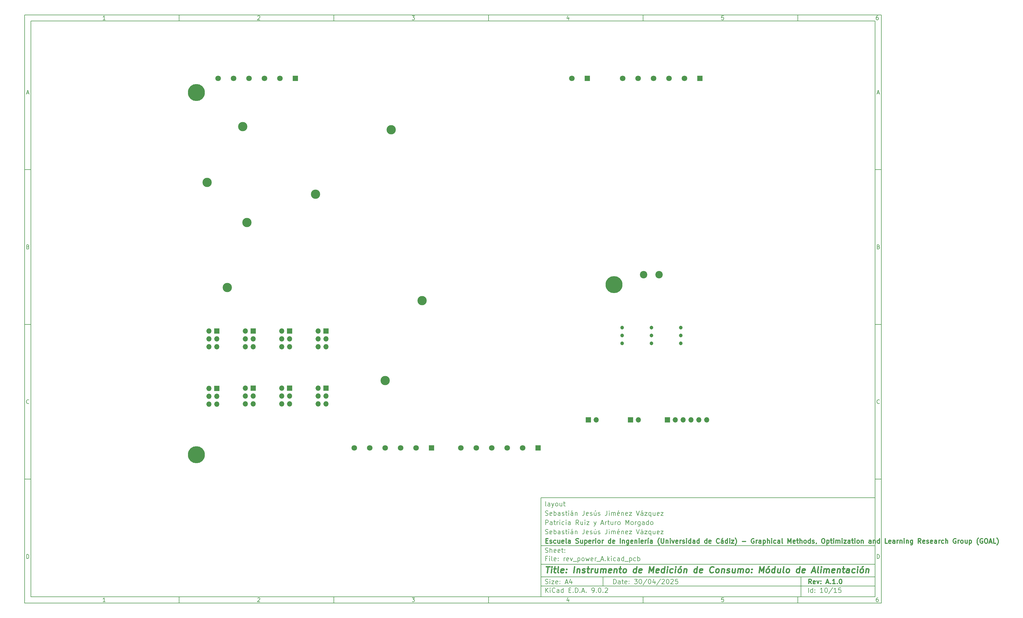
<source format=gbr>
%TF.GenerationSoftware,KiCad,Pcbnew,9.0.2*%
%TF.CreationDate,2025-11-09T23:00:08+01:00*%
%TF.ProjectId,rev_power_A,7265765f-706f-4776-9572-5f412e6b6963,A.1.0*%
%TF.SameCoordinates,Original*%
%TF.FileFunction,Soldermask,Bot*%
%TF.FilePolarity,Negative*%
%FSLAX46Y46*%
G04 Gerber Fmt 4.6, Leading zero omitted, Abs format (unit mm)*
G04 Created by KiCad (PCBNEW 9.0.2) date 2025-11-09 23:00:08*
%MOMM*%
%LPD*%
G01*
G04 APERTURE LIST*
%ADD10C,0.100000*%
%ADD11C,0.150000*%
%ADD12C,0.300000*%
%ADD13C,0.400000*%
%ADD14R,1.700000X1.700000*%
%ADD15O,1.700000X1.700000*%
%ADD16C,3.000000*%
%ADD17C,2.400000*%
%ADD18R,1.800000X1.800000*%
%ADD19C,1.800000*%
%ADD20C,5.500000*%
%ADD21C,1.200000*%
G04 APERTURE END LIST*
D10*
D11*
X177002200Y-166007200D02*
X285002200Y-166007200D01*
X285002200Y-198007200D01*
X177002200Y-198007200D01*
X177002200Y-166007200D01*
D10*
D11*
X10000000Y-10000000D02*
X287002200Y-10000000D01*
X287002200Y-200007200D01*
X10000000Y-200007200D01*
X10000000Y-10000000D01*
D10*
D11*
X12000000Y-12000000D02*
X285002200Y-12000000D01*
X285002200Y-198007200D01*
X12000000Y-198007200D01*
X12000000Y-12000000D01*
D10*
D11*
X60000000Y-12000000D02*
X60000000Y-10000000D01*
D10*
D11*
X110000000Y-12000000D02*
X110000000Y-10000000D01*
D10*
D11*
X160000000Y-12000000D02*
X160000000Y-10000000D01*
D10*
D11*
X210000000Y-12000000D02*
X210000000Y-10000000D01*
D10*
D11*
X260000000Y-12000000D02*
X260000000Y-10000000D01*
D10*
D11*
X36089160Y-11593604D02*
X35346303Y-11593604D01*
X35717731Y-11593604D02*
X35717731Y-10293604D01*
X35717731Y-10293604D02*
X35593922Y-10479319D01*
X35593922Y-10479319D02*
X35470112Y-10603128D01*
X35470112Y-10603128D02*
X35346303Y-10665033D01*
D10*
D11*
X85346303Y-10417414D02*
X85408207Y-10355509D01*
X85408207Y-10355509D02*
X85532017Y-10293604D01*
X85532017Y-10293604D02*
X85841541Y-10293604D01*
X85841541Y-10293604D02*
X85965350Y-10355509D01*
X85965350Y-10355509D02*
X86027255Y-10417414D01*
X86027255Y-10417414D02*
X86089160Y-10541223D01*
X86089160Y-10541223D02*
X86089160Y-10665033D01*
X86089160Y-10665033D02*
X86027255Y-10850747D01*
X86027255Y-10850747D02*
X85284398Y-11593604D01*
X85284398Y-11593604D02*
X86089160Y-11593604D01*
D10*
D11*
X135284398Y-10293604D02*
X136089160Y-10293604D01*
X136089160Y-10293604D02*
X135655826Y-10788842D01*
X135655826Y-10788842D02*
X135841541Y-10788842D01*
X135841541Y-10788842D02*
X135965350Y-10850747D01*
X135965350Y-10850747D02*
X136027255Y-10912652D01*
X136027255Y-10912652D02*
X136089160Y-11036461D01*
X136089160Y-11036461D02*
X136089160Y-11345985D01*
X136089160Y-11345985D02*
X136027255Y-11469795D01*
X136027255Y-11469795D02*
X135965350Y-11531700D01*
X135965350Y-11531700D02*
X135841541Y-11593604D01*
X135841541Y-11593604D02*
X135470112Y-11593604D01*
X135470112Y-11593604D02*
X135346303Y-11531700D01*
X135346303Y-11531700D02*
X135284398Y-11469795D01*
D10*
D11*
X185965350Y-10726938D02*
X185965350Y-11593604D01*
X185655826Y-10231700D02*
X185346303Y-11160271D01*
X185346303Y-11160271D02*
X186151064Y-11160271D01*
D10*
D11*
X236027255Y-10293604D02*
X235408207Y-10293604D01*
X235408207Y-10293604D02*
X235346303Y-10912652D01*
X235346303Y-10912652D02*
X235408207Y-10850747D01*
X235408207Y-10850747D02*
X235532017Y-10788842D01*
X235532017Y-10788842D02*
X235841541Y-10788842D01*
X235841541Y-10788842D02*
X235965350Y-10850747D01*
X235965350Y-10850747D02*
X236027255Y-10912652D01*
X236027255Y-10912652D02*
X236089160Y-11036461D01*
X236089160Y-11036461D02*
X236089160Y-11345985D01*
X236089160Y-11345985D02*
X236027255Y-11469795D01*
X236027255Y-11469795D02*
X235965350Y-11531700D01*
X235965350Y-11531700D02*
X235841541Y-11593604D01*
X235841541Y-11593604D02*
X235532017Y-11593604D01*
X235532017Y-11593604D02*
X235408207Y-11531700D01*
X235408207Y-11531700D02*
X235346303Y-11469795D01*
D10*
D11*
X285965350Y-10293604D02*
X285717731Y-10293604D01*
X285717731Y-10293604D02*
X285593922Y-10355509D01*
X285593922Y-10355509D02*
X285532017Y-10417414D01*
X285532017Y-10417414D02*
X285408207Y-10603128D01*
X285408207Y-10603128D02*
X285346303Y-10850747D01*
X285346303Y-10850747D02*
X285346303Y-11345985D01*
X285346303Y-11345985D02*
X285408207Y-11469795D01*
X285408207Y-11469795D02*
X285470112Y-11531700D01*
X285470112Y-11531700D02*
X285593922Y-11593604D01*
X285593922Y-11593604D02*
X285841541Y-11593604D01*
X285841541Y-11593604D02*
X285965350Y-11531700D01*
X285965350Y-11531700D02*
X286027255Y-11469795D01*
X286027255Y-11469795D02*
X286089160Y-11345985D01*
X286089160Y-11345985D02*
X286089160Y-11036461D01*
X286089160Y-11036461D02*
X286027255Y-10912652D01*
X286027255Y-10912652D02*
X285965350Y-10850747D01*
X285965350Y-10850747D02*
X285841541Y-10788842D01*
X285841541Y-10788842D02*
X285593922Y-10788842D01*
X285593922Y-10788842D02*
X285470112Y-10850747D01*
X285470112Y-10850747D02*
X285408207Y-10912652D01*
X285408207Y-10912652D02*
X285346303Y-11036461D01*
D10*
D11*
X60000000Y-198007200D02*
X60000000Y-200007200D01*
D10*
D11*
X110000000Y-198007200D02*
X110000000Y-200007200D01*
D10*
D11*
X160000000Y-198007200D02*
X160000000Y-200007200D01*
D10*
D11*
X210000000Y-198007200D02*
X210000000Y-200007200D01*
D10*
D11*
X260000000Y-198007200D02*
X260000000Y-200007200D01*
D10*
D11*
X36089160Y-199600804D02*
X35346303Y-199600804D01*
X35717731Y-199600804D02*
X35717731Y-198300804D01*
X35717731Y-198300804D02*
X35593922Y-198486519D01*
X35593922Y-198486519D02*
X35470112Y-198610328D01*
X35470112Y-198610328D02*
X35346303Y-198672233D01*
D10*
D11*
X85346303Y-198424614D02*
X85408207Y-198362709D01*
X85408207Y-198362709D02*
X85532017Y-198300804D01*
X85532017Y-198300804D02*
X85841541Y-198300804D01*
X85841541Y-198300804D02*
X85965350Y-198362709D01*
X85965350Y-198362709D02*
X86027255Y-198424614D01*
X86027255Y-198424614D02*
X86089160Y-198548423D01*
X86089160Y-198548423D02*
X86089160Y-198672233D01*
X86089160Y-198672233D02*
X86027255Y-198857947D01*
X86027255Y-198857947D02*
X85284398Y-199600804D01*
X85284398Y-199600804D02*
X86089160Y-199600804D01*
D10*
D11*
X135284398Y-198300804D02*
X136089160Y-198300804D01*
X136089160Y-198300804D02*
X135655826Y-198796042D01*
X135655826Y-198796042D02*
X135841541Y-198796042D01*
X135841541Y-198796042D02*
X135965350Y-198857947D01*
X135965350Y-198857947D02*
X136027255Y-198919852D01*
X136027255Y-198919852D02*
X136089160Y-199043661D01*
X136089160Y-199043661D02*
X136089160Y-199353185D01*
X136089160Y-199353185D02*
X136027255Y-199476995D01*
X136027255Y-199476995D02*
X135965350Y-199538900D01*
X135965350Y-199538900D02*
X135841541Y-199600804D01*
X135841541Y-199600804D02*
X135470112Y-199600804D01*
X135470112Y-199600804D02*
X135346303Y-199538900D01*
X135346303Y-199538900D02*
X135284398Y-199476995D01*
D10*
D11*
X185965350Y-198734138D02*
X185965350Y-199600804D01*
X185655826Y-198238900D02*
X185346303Y-199167471D01*
X185346303Y-199167471D02*
X186151064Y-199167471D01*
D10*
D11*
X236027255Y-198300804D02*
X235408207Y-198300804D01*
X235408207Y-198300804D02*
X235346303Y-198919852D01*
X235346303Y-198919852D02*
X235408207Y-198857947D01*
X235408207Y-198857947D02*
X235532017Y-198796042D01*
X235532017Y-198796042D02*
X235841541Y-198796042D01*
X235841541Y-198796042D02*
X235965350Y-198857947D01*
X235965350Y-198857947D02*
X236027255Y-198919852D01*
X236027255Y-198919852D02*
X236089160Y-199043661D01*
X236089160Y-199043661D02*
X236089160Y-199353185D01*
X236089160Y-199353185D02*
X236027255Y-199476995D01*
X236027255Y-199476995D02*
X235965350Y-199538900D01*
X235965350Y-199538900D02*
X235841541Y-199600804D01*
X235841541Y-199600804D02*
X235532017Y-199600804D01*
X235532017Y-199600804D02*
X235408207Y-199538900D01*
X235408207Y-199538900D02*
X235346303Y-199476995D01*
D10*
D11*
X285965350Y-198300804D02*
X285717731Y-198300804D01*
X285717731Y-198300804D02*
X285593922Y-198362709D01*
X285593922Y-198362709D02*
X285532017Y-198424614D01*
X285532017Y-198424614D02*
X285408207Y-198610328D01*
X285408207Y-198610328D02*
X285346303Y-198857947D01*
X285346303Y-198857947D02*
X285346303Y-199353185D01*
X285346303Y-199353185D02*
X285408207Y-199476995D01*
X285408207Y-199476995D02*
X285470112Y-199538900D01*
X285470112Y-199538900D02*
X285593922Y-199600804D01*
X285593922Y-199600804D02*
X285841541Y-199600804D01*
X285841541Y-199600804D02*
X285965350Y-199538900D01*
X285965350Y-199538900D02*
X286027255Y-199476995D01*
X286027255Y-199476995D02*
X286089160Y-199353185D01*
X286089160Y-199353185D02*
X286089160Y-199043661D01*
X286089160Y-199043661D02*
X286027255Y-198919852D01*
X286027255Y-198919852D02*
X285965350Y-198857947D01*
X285965350Y-198857947D02*
X285841541Y-198796042D01*
X285841541Y-198796042D02*
X285593922Y-198796042D01*
X285593922Y-198796042D02*
X285470112Y-198857947D01*
X285470112Y-198857947D02*
X285408207Y-198919852D01*
X285408207Y-198919852D02*
X285346303Y-199043661D01*
D10*
D11*
X10000000Y-60000000D02*
X12000000Y-60000000D01*
D10*
D11*
X10000000Y-110000000D02*
X12000000Y-110000000D01*
D10*
D11*
X10000000Y-160000000D02*
X12000000Y-160000000D01*
D10*
D11*
X10690476Y-35222176D02*
X11309523Y-35222176D01*
X10566666Y-35593604D02*
X10999999Y-34293604D01*
X10999999Y-34293604D02*
X11433333Y-35593604D01*
D10*
D11*
X11092857Y-84912652D02*
X11278571Y-84974557D01*
X11278571Y-84974557D02*
X11340476Y-85036461D01*
X11340476Y-85036461D02*
X11402380Y-85160271D01*
X11402380Y-85160271D02*
X11402380Y-85345985D01*
X11402380Y-85345985D02*
X11340476Y-85469795D01*
X11340476Y-85469795D02*
X11278571Y-85531700D01*
X11278571Y-85531700D02*
X11154761Y-85593604D01*
X11154761Y-85593604D02*
X10659523Y-85593604D01*
X10659523Y-85593604D02*
X10659523Y-84293604D01*
X10659523Y-84293604D02*
X11092857Y-84293604D01*
X11092857Y-84293604D02*
X11216666Y-84355509D01*
X11216666Y-84355509D02*
X11278571Y-84417414D01*
X11278571Y-84417414D02*
X11340476Y-84541223D01*
X11340476Y-84541223D02*
X11340476Y-84665033D01*
X11340476Y-84665033D02*
X11278571Y-84788842D01*
X11278571Y-84788842D02*
X11216666Y-84850747D01*
X11216666Y-84850747D02*
X11092857Y-84912652D01*
X11092857Y-84912652D02*
X10659523Y-84912652D01*
D10*
D11*
X11402380Y-135469795D02*
X11340476Y-135531700D01*
X11340476Y-135531700D02*
X11154761Y-135593604D01*
X11154761Y-135593604D02*
X11030952Y-135593604D01*
X11030952Y-135593604D02*
X10845238Y-135531700D01*
X10845238Y-135531700D02*
X10721428Y-135407890D01*
X10721428Y-135407890D02*
X10659523Y-135284080D01*
X10659523Y-135284080D02*
X10597619Y-135036461D01*
X10597619Y-135036461D02*
X10597619Y-134850747D01*
X10597619Y-134850747D02*
X10659523Y-134603128D01*
X10659523Y-134603128D02*
X10721428Y-134479319D01*
X10721428Y-134479319D02*
X10845238Y-134355509D01*
X10845238Y-134355509D02*
X11030952Y-134293604D01*
X11030952Y-134293604D02*
X11154761Y-134293604D01*
X11154761Y-134293604D02*
X11340476Y-134355509D01*
X11340476Y-134355509D02*
X11402380Y-134417414D01*
D10*
D11*
X10659523Y-185593604D02*
X10659523Y-184293604D01*
X10659523Y-184293604D02*
X10969047Y-184293604D01*
X10969047Y-184293604D02*
X11154761Y-184355509D01*
X11154761Y-184355509D02*
X11278571Y-184479319D01*
X11278571Y-184479319D02*
X11340476Y-184603128D01*
X11340476Y-184603128D02*
X11402380Y-184850747D01*
X11402380Y-184850747D02*
X11402380Y-185036461D01*
X11402380Y-185036461D02*
X11340476Y-185284080D01*
X11340476Y-185284080D02*
X11278571Y-185407890D01*
X11278571Y-185407890D02*
X11154761Y-185531700D01*
X11154761Y-185531700D02*
X10969047Y-185593604D01*
X10969047Y-185593604D02*
X10659523Y-185593604D01*
D10*
D11*
X287002200Y-60000000D02*
X285002200Y-60000000D01*
D10*
D11*
X287002200Y-110000000D02*
X285002200Y-110000000D01*
D10*
D11*
X287002200Y-160000000D02*
X285002200Y-160000000D01*
D10*
D11*
X285692676Y-35222176D02*
X286311723Y-35222176D01*
X285568866Y-35593604D02*
X286002199Y-34293604D01*
X286002199Y-34293604D02*
X286435533Y-35593604D01*
D10*
D11*
X286095057Y-84912652D02*
X286280771Y-84974557D01*
X286280771Y-84974557D02*
X286342676Y-85036461D01*
X286342676Y-85036461D02*
X286404580Y-85160271D01*
X286404580Y-85160271D02*
X286404580Y-85345985D01*
X286404580Y-85345985D02*
X286342676Y-85469795D01*
X286342676Y-85469795D02*
X286280771Y-85531700D01*
X286280771Y-85531700D02*
X286156961Y-85593604D01*
X286156961Y-85593604D02*
X285661723Y-85593604D01*
X285661723Y-85593604D02*
X285661723Y-84293604D01*
X285661723Y-84293604D02*
X286095057Y-84293604D01*
X286095057Y-84293604D02*
X286218866Y-84355509D01*
X286218866Y-84355509D02*
X286280771Y-84417414D01*
X286280771Y-84417414D02*
X286342676Y-84541223D01*
X286342676Y-84541223D02*
X286342676Y-84665033D01*
X286342676Y-84665033D02*
X286280771Y-84788842D01*
X286280771Y-84788842D02*
X286218866Y-84850747D01*
X286218866Y-84850747D02*
X286095057Y-84912652D01*
X286095057Y-84912652D02*
X285661723Y-84912652D01*
D10*
D11*
X286404580Y-135469795D02*
X286342676Y-135531700D01*
X286342676Y-135531700D02*
X286156961Y-135593604D01*
X286156961Y-135593604D02*
X286033152Y-135593604D01*
X286033152Y-135593604D02*
X285847438Y-135531700D01*
X285847438Y-135531700D02*
X285723628Y-135407890D01*
X285723628Y-135407890D02*
X285661723Y-135284080D01*
X285661723Y-135284080D02*
X285599819Y-135036461D01*
X285599819Y-135036461D02*
X285599819Y-134850747D01*
X285599819Y-134850747D02*
X285661723Y-134603128D01*
X285661723Y-134603128D02*
X285723628Y-134479319D01*
X285723628Y-134479319D02*
X285847438Y-134355509D01*
X285847438Y-134355509D02*
X286033152Y-134293604D01*
X286033152Y-134293604D02*
X286156961Y-134293604D01*
X286156961Y-134293604D02*
X286342676Y-134355509D01*
X286342676Y-134355509D02*
X286404580Y-134417414D01*
D10*
D11*
X285661723Y-185593604D02*
X285661723Y-184293604D01*
X285661723Y-184293604D02*
X285971247Y-184293604D01*
X285971247Y-184293604D02*
X286156961Y-184355509D01*
X286156961Y-184355509D02*
X286280771Y-184479319D01*
X286280771Y-184479319D02*
X286342676Y-184603128D01*
X286342676Y-184603128D02*
X286404580Y-184850747D01*
X286404580Y-184850747D02*
X286404580Y-185036461D01*
X286404580Y-185036461D02*
X286342676Y-185284080D01*
X286342676Y-185284080D02*
X286280771Y-185407890D01*
X286280771Y-185407890D02*
X286156961Y-185531700D01*
X286156961Y-185531700D02*
X285971247Y-185593604D01*
X285971247Y-185593604D02*
X285661723Y-185593604D01*
D10*
D11*
X200458026Y-193793328D02*
X200458026Y-192293328D01*
X200458026Y-192293328D02*
X200815169Y-192293328D01*
X200815169Y-192293328D02*
X201029455Y-192364757D01*
X201029455Y-192364757D02*
X201172312Y-192507614D01*
X201172312Y-192507614D02*
X201243741Y-192650471D01*
X201243741Y-192650471D02*
X201315169Y-192936185D01*
X201315169Y-192936185D02*
X201315169Y-193150471D01*
X201315169Y-193150471D02*
X201243741Y-193436185D01*
X201243741Y-193436185D02*
X201172312Y-193579042D01*
X201172312Y-193579042D02*
X201029455Y-193721900D01*
X201029455Y-193721900D02*
X200815169Y-193793328D01*
X200815169Y-193793328D02*
X200458026Y-193793328D01*
X202600884Y-193793328D02*
X202600884Y-193007614D01*
X202600884Y-193007614D02*
X202529455Y-192864757D01*
X202529455Y-192864757D02*
X202386598Y-192793328D01*
X202386598Y-192793328D02*
X202100884Y-192793328D01*
X202100884Y-192793328D02*
X201958026Y-192864757D01*
X202600884Y-193721900D02*
X202458026Y-193793328D01*
X202458026Y-193793328D02*
X202100884Y-193793328D01*
X202100884Y-193793328D02*
X201958026Y-193721900D01*
X201958026Y-193721900D02*
X201886598Y-193579042D01*
X201886598Y-193579042D02*
X201886598Y-193436185D01*
X201886598Y-193436185D02*
X201958026Y-193293328D01*
X201958026Y-193293328D02*
X202100884Y-193221900D01*
X202100884Y-193221900D02*
X202458026Y-193221900D01*
X202458026Y-193221900D02*
X202600884Y-193150471D01*
X203100884Y-192793328D02*
X203672312Y-192793328D01*
X203315169Y-192293328D02*
X203315169Y-193579042D01*
X203315169Y-193579042D02*
X203386598Y-193721900D01*
X203386598Y-193721900D02*
X203529455Y-193793328D01*
X203529455Y-193793328D02*
X203672312Y-193793328D01*
X204743741Y-193721900D02*
X204600884Y-193793328D01*
X204600884Y-193793328D02*
X204315170Y-193793328D01*
X204315170Y-193793328D02*
X204172312Y-193721900D01*
X204172312Y-193721900D02*
X204100884Y-193579042D01*
X204100884Y-193579042D02*
X204100884Y-193007614D01*
X204100884Y-193007614D02*
X204172312Y-192864757D01*
X204172312Y-192864757D02*
X204315170Y-192793328D01*
X204315170Y-192793328D02*
X204600884Y-192793328D01*
X204600884Y-192793328D02*
X204743741Y-192864757D01*
X204743741Y-192864757D02*
X204815170Y-193007614D01*
X204815170Y-193007614D02*
X204815170Y-193150471D01*
X204815170Y-193150471D02*
X204100884Y-193293328D01*
X205458026Y-193650471D02*
X205529455Y-193721900D01*
X205529455Y-193721900D02*
X205458026Y-193793328D01*
X205458026Y-193793328D02*
X205386598Y-193721900D01*
X205386598Y-193721900D02*
X205458026Y-193650471D01*
X205458026Y-193650471D02*
X205458026Y-193793328D01*
X205458026Y-192864757D02*
X205529455Y-192936185D01*
X205529455Y-192936185D02*
X205458026Y-193007614D01*
X205458026Y-193007614D02*
X205386598Y-192936185D01*
X205386598Y-192936185D02*
X205458026Y-192864757D01*
X205458026Y-192864757D02*
X205458026Y-193007614D01*
X207172312Y-192293328D02*
X208100884Y-192293328D01*
X208100884Y-192293328D02*
X207600884Y-192864757D01*
X207600884Y-192864757D02*
X207815169Y-192864757D01*
X207815169Y-192864757D02*
X207958027Y-192936185D01*
X207958027Y-192936185D02*
X208029455Y-193007614D01*
X208029455Y-193007614D02*
X208100884Y-193150471D01*
X208100884Y-193150471D02*
X208100884Y-193507614D01*
X208100884Y-193507614D02*
X208029455Y-193650471D01*
X208029455Y-193650471D02*
X207958027Y-193721900D01*
X207958027Y-193721900D02*
X207815169Y-193793328D01*
X207815169Y-193793328D02*
X207386598Y-193793328D01*
X207386598Y-193793328D02*
X207243741Y-193721900D01*
X207243741Y-193721900D02*
X207172312Y-193650471D01*
X209029455Y-192293328D02*
X209172312Y-192293328D01*
X209172312Y-192293328D02*
X209315169Y-192364757D01*
X209315169Y-192364757D02*
X209386598Y-192436185D01*
X209386598Y-192436185D02*
X209458026Y-192579042D01*
X209458026Y-192579042D02*
X209529455Y-192864757D01*
X209529455Y-192864757D02*
X209529455Y-193221900D01*
X209529455Y-193221900D02*
X209458026Y-193507614D01*
X209458026Y-193507614D02*
X209386598Y-193650471D01*
X209386598Y-193650471D02*
X209315169Y-193721900D01*
X209315169Y-193721900D02*
X209172312Y-193793328D01*
X209172312Y-193793328D02*
X209029455Y-193793328D01*
X209029455Y-193793328D02*
X208886598Y-193721900D01*
X208886598Y-193721900D02*
X208815169Y-193650471D01*
X208815169Y-193650471D02*
X208743740Y-193507614D01*
X208743740Y-193507614D02*
X208672312Y-193221900D01*
X208672312Y-193221900D02*
X208672312Y-192864757D01*
X208672312Y-192864757D02*
X208743740Y-192579042D01*
X208743740Y-192579042D02*
X208815169Y-192436185D01*
X208815169Y-192436185D02*
X208886598Y-192364757D01*
X208886598Y-192364757D02*
X209029455Y-192293328D01*
X211243740Y-192221900D02*
X209958026Y-194150471D01*
X212029455Y-192293328D02*
X212172312Y-192293328D01*
X212172312Y-192293328D02*
X212315169Y-192364757D01*
X212315169Y-192364757D02*
X212386598Y-192436185D01*
X212386598Y-192436185D02*
X212458026Y-192579042D01*
X212458026Y-192579042D02*
X212529455Y-192864757D01*
X212529455Y-192864757D02*
X212529455Y-193221900D01*
X212529455Y-193221900D02*
X212458026Y-193507614D01*
X212458026Y-193507614D02*
X212386598Y-193650471D01*
X212386598Y-193650471D02*
X212315169Y-193721900D01*
X212315169Y-193721900D02*
X212172312Y-193793328D01*
X212172312Y-193793328D02*
X212029455Y-193793328D01*
X212029455Y-193793328D02*
X211886598Y-193721900D01*
X211886598Y-193721900D02*
X211815169Y-193650471D01*
X211815169Y-193650471D02*
X211743740Y-193507614D01*
X211743740Y-193507614D02*
X211672312Y-193221900D01*
X211672312Y-193221900D02*
X211672312Y-192864757D01*
X211672312Y-192864757D02*
X211743740Y-192579042D01*
X211743740Y-192579042D02*
X211815169Y-192436185D01*
X211815169Y-192436185D02*
X211886598Y-192364757D01*
X211886598Y-192364757D02*
X212029455Y-192293328D01*
X213815169Y-192793328D02*
X213815169Y-193793328D01*
X213458026Y-192221900D02*
X213100883Y-193293328D01*
X213100883Y-193293328D02*
X214029454Y-193293328D01*
X215672311Y-192221900D02*
X214386597Y-194150471D01*
X216100883Y-192436185D02*
X216172311Y-192364757D01*
X216172311Y-192364757D02*
X216315169Y-192293328D01*
X216315169Y-192293328D02*
X216672311Y-192293328D01*
X216672311Y-192293328D02*
X216815169Y-192364757D01*
X216815169Y-192364757D02*
X216886597Y-192436185D01*
X216886597Y-192436185D02*
X216958026Y-192579042D01*
X216958026Y-192579042D02*
X216958026Y-192721900D01*
X216958026Y-192721900D02*
X216886597Y-192936185D01*
X216886597Y-192936185D02*
X216029454Y-193793328D01*
X216029454Y-193793328D02*
X216958026Y-193793328D01*
X217886597Y-192293328D02*
X218029454Y-192293328D01*
X218029454Y-192293328D02*
X218172311Y-192364757D01*
X218172311Y-192364757D02*
X218243740Y-192436185D01*
X218243740Y-192436185D02*
X218315168Y-192579042D01*
X218315168Y-192579042D02*
X218386597Y-192864757D01*
X218386597Y-192864757D02*
X218386597Y-193221900D01*
X218386597Y-193221900D02*
X218315168Y-193507614D01*
X218315168Y-193507614D02*
X218243740Y-193650471D01*
X218243740Y-193650471D02*
X218172311Y-193721900D01*
X218172311Y-193721900D02*
X218029454Y-193793328D01*
X218029454Y-193793328D02*
X217886597Y-193793328D01*
X217886597Y-193793328D02*
X217743740Y-193721900D01*
X217743740Y-193721900D02*
X217672311Y-193650471D01*
X217672311Y-193650471D02*
X217600882Y-193507614D01*
X217600882Y-193507614D02*
X217529454Y-193221900D01*
X217529454Y-193221900D02*
X217529454Y-192864757D01*
X217529454Y-192864757D02*
X217600882Y-192579042D01*
X217600882Y-192579042D02*
X217672311Y-192436185D01*
X217672311Y-192436185D02*
X217743740Y-192364757D01*
X217743740Y-192364757D02*
X217886597Y-192293328D01*
X218958025Y-192436185D02*
X219029453Y-192364757D01*
X219029453Y-192364757D02*
X219172311Y-192293328D01*
X219172311Y-192293328D02*
X219529453Y-192293328D01*
X219529453Y-192293328D02*
X219672311Y-192364757D01*
X219672311Y-192364757D02*
X219743739Y-192436185D01*
X219743739Y-192436185D02*
X219815168Y-192579042D01*
X219815168Y-192579042D02*
X219815168Y-192721900D01*
X219815168Y-192721900D02*
X219743739Y-192936185D01*
X219743739Y-192936185D02*
X218886596Y-193793328D01*
X218886596Y-193793328D02*
X219815168Y-193793328D01*
X221172310Y-192293328D02*
X220458024Y-192293328D01*
X220458024Y-192293328D02*
X220386596Y-193007614D01*
X220386596Y-193007614D02*
X220458024Y-192936185D01*
X220458024Y-192936185D02*
X220600882Y-192864757D01*
X220600882Y-192864757D02*
X220958024Y-192864757D01*
X220958024Y-192864757D02*
X221100882Y-192936185D01*
X221100882Y-192936185D02*
X221172310Y-193007614D01*
X221172310Y-193007614D02*
X221243739Y-193150471D01*
X221243739Y-193150471D02*
X221243739Y-193507614D01*
X221243739Y-193507614D02*
X221172310Y-193650471D01*
X221172310Y-193650471D02*
X221100882Y-193721900D01*
X221100882Y-193721900D02*
X220958024Y-193793328D01*
X220958024Y-193793328D02*
X220600882Y-193793328D01*
X220600882Y-193793328D02*
X220458024Y-193721900D01*
X220458024Y-193721900D02*
X220386596Y-193650471D01*
D10*
D11*
X177002200Y-194507200D02*
X285002200Y-194507200D01*
D10*
D11*
X178458026Y-196593328D02*
X178458026Y-195093328D01*
X179315169Y-196593328D02*
X178672312Y-195736185D01*
X179315169Y-195093328D02*
X178458026Y-195950471D01*
X179958026Y-196593328D02*
X179958026Y-195593328D01*
X179958026Y-195093328D02*
X179886598Y-195164757D01*
X179886598Y-195164757D02*
X179958026Y-195236185D01*
X179958026Y-195236185D02*
X180029455Y-195164757D01*
X180029455Y-195164757D02*
X179958026Y-195093328D01*
X179958026Y-195093328D02*
X179958026Y-195236185D01*
X181529455Y-196450471D02*
X181458027Y-196521900D01*
X181458027Y-196521900D02*
X181243741Y-196593328D01*
X181243741Y-196593328D02*
X181100884Y-196593328D01*
X181100884Y-196593328D02*
X180886598Y-196521900D01*
X180886598Y-196521900D02*
X180743741Y-196379042D01*
X180743741Y-196379042D02*
X180672312Y-196236185D01*
X180672312Y-196236185D02*
X180600884Y-195950471D01*
X180600884Y-195950471D02*
X180600884Y-195736185D01*
X180600884Y-195736185D02*
X180672312Y-195450471D01*
X180672312Y-195450471D02*
X180743741Y-195307614D01*
X180743741Y-195307614D02*
X180886598Y-195164757D01*
X180886598Y-195164757D02*
X181100884Y-195093328D01*
X181100884Y-195093328D02*
X181243741Y-195093328D01*
X181243741Y-195093328D02*
X181458027Y-195164757D01*
X181458027Y-195164757D02*
X181529455Y-195236185D01*
X182815170Y-196593328D02*
X182815170Y-195807614D01*
X182815170Y-195807614D02*
X182743741Y-195664757D01*
X182743741Y-195664757D02*
X182600884Y-195593328D01*
X182600884Y-195593328D02*
X182315170Y-195593328D01*
X182315170Y-195593328D02*
X182172312Y-195664757D01*
X182815170Y-196521900D02*
X182672312Y-196593328D01*
X182672312Y-196593328D02*
X182315170Y-196593328D01*
X182315170Y-196593328D02*
X182172312Y-196521900D01*
X182172312Y-196521900D02*
X182100884Y-196379042D01*
X182100884Y-196379042D02*
X182100884Y-196236185D01*
X182100884Y-196236185D02*
X182172312Y-196093328D01*
X182172312Y-196093328D02*
X182315170Y-196021900D01*
X182315170Y-196021900D02*
X182672312Y-196021900D01*
X182672312Y-196021900D02*
X182815170Y-195950471D01*
X184172313Y-196593328D02*
X184172313Y-195093328D01*
X184172313Y-196521900D02*
X184029455Y-196593328D01*
X184029455Y-196593328D02*
X183743741Y-196593328D01*
X183743741Y-196593328D02*
X183600884Y-196521900D01*
X183600884Y-196521900D02*
X183529455Y-196450471D01*
X183529455Y-196450471D02*
X183458027Y-196307614D01*
X183458027Y-196307614D02*
X183458027Y-195879042D01*
X183458027Y-195879042D02*
X183529455Y-195736185D01*
X183529455Y-195736185D02*
X183600884Y-195664757D01*
X183600884Y-195664757D02*
X183743741Y-195593328D01*
X183743741Y-195593328D02*
X184029455Y-195593328D01*
X184029455Y-195593328D02*
X184172313Y-195664757D01*
X186029455Y-195807614D02*
X186529455Y-195807614D01*
X186743741Y-196593328D02*
X186029455Y-196593328D01*
X186029455Y-196593328D02*
X186029455Y-195093328D01*
X186029455Y-195093328D02*
X186743741Y-195093328D01*
X187386598Y-196450471D02*
X187458027Y-196521900D01*
X187458027Y-196521900D02*
X187386598Y-196593328D01*
X187386598Y-196593328D02*
X187315170Y-196521900D01*
X187315170Y-196521900D02*
X187386598Y-196450471D01*
X187386598Y-196450471D02*
X187386598Y-196593328D01*
X188100884Y-196593328D02*
X188100884Y-195093328D01*
X188100884Y-195093328D02*
X188458027Y-195093328D01*
X188458027Y-195093328D02*
X188672313Y-195164757D01*
X188672313Y-195164757D02*
X188815170Y-195307614D01*
X188815170Y-195307614D02*
X188886599Y-195450471D01*
X188886599Y-195450471D02*
X188958027Y-195736185D01*
X188958027Y-195736185D02*
X188958027Y-195950471D01*
X188958027Y-195950471D02*
X188886599Y-196236185D01*
X188886599Y-196236185D02*
X188815170Y-196379042D01*
X188815170Y-196379042D02*
X188672313Y-196521900D01*
X188672313Y-196521900D02*
X188458027Y-196593328D01*
X188458027Y-196593328D02*
X188100884Y-196593328D01*
X189600884Y-196450471D02*
X189672313Y-196521900D01*
X189672313Y-196521900D02*
X189600884Y-196593328D01*
X189600884Y-196593328D02*
X189529456Y-196521900D01*
X189529456Y-196521900D02*
X189600884Y-196450471D01*
X189600884Y-196450471D02*
X189600884Y-196593328D01*
X190243742Y-196164757D02*
X190958028Y-196164757D01*
X190100885Y-196593328D02*
X190600885Y-195093328D01*
X190600885Y-195093328D02*
X191100885Y-196593328D01*
X191600884Y-196450471D02*
X191672313Y-196521900D01*
X191672313Y-196521900D02*
X191600884Y-196593328D01*
X191600884Y-196593328D02*
X191529456Y-196521900D01*
X191529456Y-196521900D02*
X191600884Y-196450471D01*
X191600884Y-196450471D02*
X191600884Y-196593328D01*
X193529456Y-196593328D02*
X193815170Y-196593328D01*
X193815170Y-196593328D02*
X193958027Y-196521900D01*
X193958027Y-196521900D02*
X194029456Y-196450471D01*
X194029456Y-196450471D02*
X194172313Y-196236185D01*
X194172313Y-196236185D02*
X194243742Y-195950471D01*
X194243742Y-195950471D02*
X194243742Y-195379042D01*
X194243742Y-195379042D02*
X194172313Y-195236185D01*
X194172313Y-195236185D02*
X194100885Y-195164757D01*
X194100885Y-195164757D02*
X193958027Y-195093328D01*
X193958027Y-195093328D02*
X193672313Y-195093328D01*
X193672313Y-195093328D02*
X193529456Y-195164757D01*
X193529456Y-195164757D02*
X193458027Y-195236185D01*
X193458027Y-195236185D02*
X193386599Y-195379042D01*
X193386599Y-195379042D02*
X193386599Y-195736185D01*
X193386599Y-195736185D02*
X193458027Y-195879042D01*
X193458027Y-195879042D02*
X193529456Y-195950471D01*
X193529456Y-195950471D02*
X193672313Y-196021900D01*
X193672313Y-196021900D02*
X193958027Y-196021900D01*
X193958027Y-196021900D02*
X194100885Y-195950471D01*
X194100885Y-195950471D02*
X194172313Y-195879042D01*
X194172313Y-195879042D02*
X194243742Y-195736185D01*
X194886598Y-196450471D02*
X194958027Y-196521900D01*
X194958027Y-196521900D02*
X194886598Y-196593328D01*
X194886598Y-196593328D02*
X194815170Y-196521900D01*
X194815170Y-196521900D02*
X194886598Y-196450471D01*
X194886598Y-196450471D02*
X194886598Y-196593328D01*
X195886599Y-195093328D02*
X196029456Y-195093328D01*
X196029456Y-195093328D02*
X196172313Y-195164757D01*
X196172313Y-195164757D02*
X196243742Y-195236185D01*
X196243742Y-195236185D02*
X196315170Y-195379042D01*
X196315170Y-195379042D02*
X196386599Y-195664757D01*
X196386599Y-195664757D02*
X196386599Y-196021900D01*
X196386599Y-196021900D02*
X196315170Y-196307614D01*
X196315170Y-196307614D02*
X196243742Y-196450471D01*
X196243742Y-196450471D02*
X196172313Y-196521900D01*
X196172313Y-196521900D02*
X196029456Y-196593328D01*
X196029456Y-196593328D02*
X195886599Y-196593328D01*
X195886599Y-196593328D02*
X195743742Y-196521900D01*
X195743742Y-196521900D02*
X195672313Y-196450471D01*
X195672313Y-196450471D02*
X195600884Y-196307614D01*
X195600884Y-196307614D02*
X195529456Y-196021900D01*
X195529456Y-196021900D02*
X195529456Y-195664757D01*
X195529456Y-195664757D02*
X195600884Y-195379042D01*
X195600884Y-195379042D02*
X195672313Y-195236185D01*
X195672313Y-195236185D02*
X195743742Y-195164757D01*
X195743742Y-195164757D02*
X195886599Y-195093328D01*
X197029455Y-196450471D02*
X197100884Y-196521900D01*
X197100884Y-196521900D02*
X197029455Y-196593328D01*
X197029455Y-196593328D02*
X196958027Y-196521900D01*
X196958027Y-196521900D02*
X197029455Y-196450471D01*
X197029455Y-196450471D02*
X197029455Y-196593328D01*
X197672313Y-195236185D02*
X197743741Y-195164757D01*
X197743741Y-195164757D02*
X197886599Y-195093328D01*
X197886599Y-195093328D02*
X198243741Y-195093328D01*
X198243741Y-195093328D02*
X198386599Y-195164757D01*
X198386599Y-195164757D02*
X198458027Y-195236185D01*
X198458027Y-195236185D02*
X198529456Y-195379042D01*
X198529456Y-195379042D02*
X198529456Y-195521900D01*
X198529456Y-195521900D02*
X198458027Y-195736185D01*
X198458027Y-195736185D02*
X197600884Y-196593328D01*
X197600884Y-196593328D02*
X198529456Y-196593328D01*
D10*
D11*
X177002200Y-191507200D02*
X285002200Y-191507200D01*
D10*
D12*
X264413853Y-193785528D02*
X263913853Y-193071242D01*
X263556710Y-193785528D02*
X263556710Y-192285528D01*
X263556710Y-192285528D02*
X264128139Y-192285528D01*
X264128139Y-192285528D02*
X264270996Y-192356957D01*
X264270996Y-192356957D02*
X264342425Y-192428385D01*
X264342425Y-192428385D02*
X264413853Y-192571242D01*
X264413853Y-192571242D02*
X264413853Y-192785528D01*
X264413853Y-192785528D02*
X264342425Y-192928385D01*
X264342425Y-192928385D02*
X264270996Y-192999814D01*
X264270996Y-192999814D02*
X264128139Y-193071242D01*
X264128139Y-193071242D02*
X263556710Y-193071242D01*
X265628139Y-193714100D02*
X265485282Y-193785528D01*
X265485282Y-193785528D02*
X265199568Y-193785528D01*
X265199568Y-193785528D02*
X265056710Y-193714100D01*
X265056710Y-193714100D02*
X264985282Y-193571242D01*
X264985282Y-193571242D02*
X264985282Y-192999814D01*
X264985282Y-192999814D02*
X265056710Y-192856957D01*
X265056710Y-192856957D02*
X265199568Y-192785528D01*
X265199568Y-192785528D02*
X265485282Y-192785528D01*
X265485282Y-192785528D02*
X265628139Y-192856957D01*
X265628139Y-192856957D02*
X265699568Y-192999814D01*
X265699568Y-192999814D02*
X265699568Y-193142671D01*
X265699568Y-193142671D02*
X264985282Y-193285528D01*
X266199567Y-192785528D02*
X266556710Y-193785528D01*
X266556710Y-193785528D02*
X266913853Y-192785528D01*
X267485281Y-193642671D02*
X267556710Y-193714100D01*
X267556710Y-193714100D02*
X267485281Y-193785528D01*
X267485281Y-193785528D02*
X267413853Y-193714100D01*
X267413853Y-193714100D02*
X267485281Y-193642671D01*
X267485281Y-193642671D02*
X267485281Y-193785528D01*
X267485281Y-192856957D02*
X267556710Y-192928385D01*
X267556710Y-192928385D02*
X267485281Y-192999814D01*
X267485281Y-192999814D02*
X267413853Y-192928385D01*
X267413853Y-192928385D02*
X267485281Y-192856957D01*
X267485281Y-192856957D02*
X267485281Y-192999814D01*
X269270996Y-193356957D02*
X269985282Y-193356957D01*
X269128139Y-193785528D02*
X269628139Y-192285528D01*
X269628139Y-192285528D02*
X270128139Y-193785528D01*
X270628138Y-193642671D02*
X270699567Y-193714100D01*
X270699567Y-193714100D02*
X270628138Y-193785528D01*
X270628138Y-193785528D02*
X270556710Y-193714100D01*
X270556710Y-193714100D02*
X270628138Y-193642671D01*
X270628138Y-193642671D02*
X270628138Y-193785528D01*
X272128139Y-193785528D02*
X271270996Y-193785528D01*
X271699567Y-193785528D02*
X271699567Y-192285528D01*
X271699567Y-192285528D02*
X271556710Y-192499814D01*
X271556710Y-192499814D02*
X271413853Y-192642671D01*
X271413853Y-192642671D02*
X271270996Y-192714100D01*
X272770995Y-193642671D02*
X272842424Y-193714100D01*
X272842424Y-193714100D02*
X272770995Y-193785528D01*
X272770995Y-193785528D02*
X272699567Y-193714100D01*
X272699567Y-193714100D02*
X272770995Y-193642671D01*
X272770995Y-193642671D02*
X272770995Y-193785528D01*
X273770996Y-192285528D02*
X273913853Y-192285528D01*
X273913853Y-192285528D02*
X274056710Y-192356957D01*
X274056710Y-192356957D02*
X274128139Y-192428385D01*
X274128139Y-192428385D02*
X274199567Y-192571242D01*
X274199567Y-192571242D02*
X274270996Y-192856957D01*
X274270996Y-192856957D02*
X274270996Y-193214100D01*
X274270996Y-193214100D02*
X274199567Y-193499814D01*
X274199567Y-193499814D02*
X274128139Y-193642671D01*
X274128139Y-193642671D02*
X274056710Y-193714100D01*
X274056710Y-193714100D02*
X273913853Y-193785528D01*
X273913853Y-193785528D02*
X273770996Y-193785528D01*
X273770996Y-193785528D02*
X273628139Y-193714100D01*
X273628139Y-193714100D02*
X273556710Y-193642671D01*
X273556710Y-193642671D02*
X273485281Y-193499814D01*
X273485281Y-193499814D02*
X273413853Y-193214100D01*
X273413853Y-193214100D02*
X273413853Y-192856957D01*
X273413853Y-192856957D02*
X273485281Y-192571242D01*
X273485281Y-192571242D02*
X273556710Y-192428385D01*
X273556710Y-192428385D02*
X273628139Y-192356957D01*
X273628139Y-192356957D02*
X273770996Y-192285528D01*
D10*
D11*
X178386598Y-193721900D02*
X178600884Y-193793328D01*
X178600884Y-193793328D02*
X178958026Y-193793328D01*
X178958026Y-193793328D02*
X179100884Y-193721900D01*
X179100884Y-193721900D02*
X179172312Y-193650471D01*
X179172312Y-193650471D02*
X179243741Y-193507614D01*
X179243741Y-193507614D02*
X179243741Y-193364757D01*
X179243741Y-193364757D02*
X179172312Y-193221900D01*
X179172312Y-193221900D02*
X179100884Y-193150471D01*
X179100884Y-193150471D02*
X178958026Y-193079042D01*
X178958026Y-193079042D02*
X178672312Y-193007614D01*
X178672312Y-193007614D02*
X178529455Y-192936185D01*
X178529455Y-192936185D02*
X178458026Y-192864757D01*
X178458026Y-192864757D02*
X178386598Y-192721900D01*
X178386598Y-192721900D02*
X178386598Y-192579042D01*
X178386598Y-192579042D02*
X178458026Y-192436185D01*
X178458026Y-192436185D02*
X178529455Y-192364757D01*
X178529455Y-192364757D02*
X178672312Y-192293328D01*
X178672312Y-192293328D02*
X179029455Y-192293328D01*
X179029455Y-192293328D02*
X179243741Y-192364757D01*
X179886597Y-193793328D02*
X179886597Y-192793328D01*
X179886597Y-192293328D02*
X179815169Y-192364757D01*
X179815169Y-192364757D02*
X179886597Y-192436185D01*
X179886597Y-192436185D02*
X179958026Y-192364757D01*
X179958026Y-192364757D02*
X179886597Y-192293328D01*
X179886597Y-192293328D02*
X179886597Y-192436185D01*
X180458026Y-192793328D02*
X181243741Y-192793328D01*
X181243741Y-192793328D02*
X180458026Y-193793328D01*
X180458026Y-193793328D02*
X181243741Y-193793328D01*
X182386598Y-193721900D02*
X182243741Y-193793328D01*
X182243741Y-193793328D02*
X181958027Y-193793328D01*
X181958027Y-193793328D02*
X181815169Y-193721900D01*
X181815169Y-193721900D02*
X181743741Y-193579042D01*
X181743741Y-193579042D02*
X181743741Y-193007614D01*
X181743741Y-193007614D02*
X181815169Y-192864757D01*
X181815169Y-192864757D02*
X181958027Y-192793328D01*
X181958027Y-192793328D02*
X182243741Y-192793328D01*
X182243741Y-192793328D02*
X182386598Y-192864757D01*
X182386598Y-192864757D02*
X182458027Y-193007614D01*
X182458027Y-193007614D02*
X182458027Y-193150471D01*
X182458027Y-193150471D02*
X181743741Y-193293328D01*
X183100883Y-193650471D02*
X183172312Y-193721900D01*
X183172312Y-193721900D02*
X183100883Y-193793328D01*
X183100883Y-193793328D02*
X183029455Y-193721900D01*
X183029455Y-193721900D02*
X183100883Y-193650471D01*
X183100883Y-193650471D02*
X183100883Y-193793328D01*
X183100883Y-192864757D02*
X183172312Y-192936185D01*
X183172312Y-192936185D02*
X183100883Y-193007614D01*
X183100883Y-193007614D02*
X183029455Y-192936185D01*
X183029455Y-192936185D02*
X183100883Y-192864757D01*
X183100883Y-192864757D02*
X183100883Y-193007614D01*
X184886598Y-193364757D02*
X185600884Y-193364757D01*
X184743741Y-193793328D02*
X185243741Y-192293328D01*
X185243741Y-192293328D02*
X185743741Y-193793328D01*
X186886598Y-192793328D02*
X186886598Y-193793328D01*
X186529455Y-192221900D02*
X186172312Y-193293328D01*
X186172312Y-193293328D02*
X187100883Y-193293328D01*
D10*
D11*
X263458026Y-196593328D02*
X263458026Y-195093328D01*
X264815170Y-196593328D02*
X264815170Y-195093328D01*
X264815170Y-196521900D02*
X264672312Y-196593328D01*
X264672312Y-196593328D02*
X264386598Y-196593328D01*
X264386598Y-196593328D02*
X264243741Y-196521900D01*
X264243741Y-196521900D02*
X264172312Y-196450471D01*
X264172312Y-196450471D02*
X264100884Y-196307614D01*
X264100884Y-196307614D02*
X264100884Y-195879042D01*
X264100884Y-195879042D02*
X264172312Y-195736185D01*
X264172312Y-195736185D02*
X264243741Y-195664757D01*
X264243741Y-195664757D02*
X264386598Y-195593328D01*
X264386598Y-195593328D02*
X264672312Y-195593328D01*
X264672312Y-195593328D02*
X264815170Y-195664757D01*
X265529455Y-196450471D02*
X265600884Y-196521900D01*
X265600884Y-196521900D02*
X265529455Y-196593328D01*
X265529455Y-196593328D02*
X265458027Y-196521900D01*
X265458027Y-196521900D02*
X265529455Y-196450471D01*
X265529455Y-196450471D02*
X265529455Y-196593328D01*
X265529455Y-195664757D02*
X265600884Y-195736185D01*
X265600884Y-195736185D02*
X265529455Y-195807614D01*
X265529455Y-195807614D02*
X265458027Y-195736185D01*
X265458027Y-195736185D02*
X265529455Y-195664757D01*
X265529455Y-195664757D02*
X265529455Y-195807614D01*
X268172313Y-196593328D02*
X267315170Y-196593328D01*
X267743741Y-196593328D02*
X267743741Y-195093328D01*
X267743741Y-195093328D02*
X267600884Y-195307614D01*
X267600884Y-195307614D02*
X267458027Y-195450471D01*
X267458027Y-195450471D02*
X267315170Y-195521900D01*
X269100884Y-195093328D02*
X269243741Y-195093328D01*
X269243741Y-195093328D02*
X269386598Y-195164757D01*
X269386598Y-195164757D02*
X269458027Y-195236185D01*
X269458027Y-195236185D02*
X269529455Y-195379042D01*
X269529455Y-195379042D02*
X269600884Y-195664757D01*
X269600884Y-195664757D02*
X269600884Y-196021900D01*
X269600884Y-196021900D02*
X269529455Y-196307614D01*
X269529455Y-196307614D02*
X269458027Y-196450471D01*
X269458027Y-196450471D02*
X269386598Y-196521900D01*
X269386598Y-196521900D02*
X269243741Y-196593328D01*
X269243741Y-196593328D02*
X269100884Y-196593328D01*
X269100884Y-196593328D02*
X268958027Y-196521900D01*
X268958027Y-196521900D02*
X268886598Y-196450471D01*
X268886598Y-196450471D02*
X268815169Y-196307614D01*
X268815169Y-196307614D02*
X268743741Y-196021900D01*
X268743741Y-196021900D02*
X268743741Y-195664757D01*
X268743741Y-195664757D02*
X268815169Y-195379042D01*
X268815169Y-195379042D02*
X268886598Y-195236185D01*
X268886598Y-195236185D02*
X268958027Y-195164757D01*
X268958027Y-195164757D02*
X269100884Y-195093328D01*
X271315169Y-195021900D02*
X270029455Y-196950471D01*
X272600884Y-196593328D02*
X271743741Y-196593328D01*
X272172312Y-196593328D02*
X272172312Y-195093328D01*
X272172312Y-195093328D02*
X272029455Y-195307614D01*
X272029455Y-195307614D02*
X271886598Y-195450471D01*
X271886598Y-195450471D02*
X271743741Y-195521900D01*
X273958026Y-195093328D02*
X273243740Y-195093328D01*
X273243740Y-195093328D02*
X273172312Y-195807614D01*
X273172312Y-195807614D02*
X273243740Y-195736185D01*
X273243740Y-195736185D02*
X273386598Y-195664757D01*
X273386598Y-195664757D02*
X273743740Y-195664757D01*
X273743740Y-195664757D02*
X273886598Y-195736185D01*
X273886598Y-195736185D02*
X273958026Y-195807614D01*
X273958026Y-195807614D02*
X274029455Y-195950471D01*
X274029455Y-195950471D02*
X274029455Y-196307614D01*
X274029455Y-196307614D02*
X273958026Y-196450471D01*
X273958026Y-196450471D02*
X273886598Y-196521900D01*
X273886598Y-196521900D02*
X273743740Y-196593328D01*
X273743740Y-196593328D02*
X273386598Y-196593328D01*
X273386598Y-196593328D02*
X273243740Y-196521900D01*
X273243740Y-196521900D02*
X273172312Y-196450471D01*
D10*
D11*
X177002200Y-187507200D02*
X285002200Y-187507200D01*
D10*
D13*
X178693928Y-188211638D02*
X179836785Y-188211638D01*
X179015357Y-190211638D02*
X179265357Y-188211638D01*
X180253452Y-190211638D02*
X180420119Y-188878304D01*
X180503452Y-188211638D02*
X180396309Y-188306876D01*
X180396309Y-188306876D02*
X180479643Y-188402114D01*
X180479643Y-188402114D02*
X180586786Y-188306876D01*
X180586786Y-188306876D02*
X180503452Y-188211638D01*
X180503452Y-188211638D02*
X180479643Y-188402114D01*
X181086786Y-188878304D02*
X181848690Y-188878304D01*
X181455833Y-188211638D02*
X181241548Y-189925923D01*
X181241548Y-189925923D02*
X181312976Y-190116400D01*
X181312976Y-190116400D02*
X181491548Y-190211638D01*
X181491548Y-190211638D02*
X181682024Y-190211638D01*
X182634405Y-190211638D02*
X182455833Y-190116400D01*
X182455833Y-190116400D02*
X182384405Y-189925923D01*
X182384405Y-189925923D02*
X182598690Y-188211638D01*
X184170119Y-190116400D02*
X183967738Y-190211638D01*
X183967738Y-190211638D02*
X183586785Y-190211638D01*
X183586785Y-190211638D02*
X183408214Y-190116400D01*
X183408214Y-190116400D02*
X183336785Y-189925923D01*
X183336785Y-189925923D02*
X183432024Y-189164019D01*
X183432024Y-189164019D02*
X183551071Y-188973542D01*
X183551071Y-188973542D02*
X183753452Y-188878304D01*
X183753452Y-188878304D02*
X184134404Y-188878304D01*
X184134404Y-188878304D02*
X184312976Y-188973542D01*
X184312976Y-188973542D02*
X184384404Y-189164019D01*
X184384404Y-189164019D02*
X184360595Y-189354495D01*
X184360595Y-189354495D02*
X183384404Y-189544971D01*
X185134405Y-190021161D02*
X185217738Y-190116400D01*
X185217738Y-190116400D02*
X185110595Y-190211638D01*
X185110595Y-190211638D02*
X185027262Y-190116400D01*
X185027262Y-190116400D02*
X185134405Y-190021161D01*
X185134405Y-190021161D02*
X185110595Y-190211638D01*
X185265357Y-188973542D02*
X185348690Y-189068780D01*
X185348690Y-189068780D02*
X185241548Y-189164019D01*
X185241548Y-189164019D02*
X185158214Y-189068780D01*
X185158214Y-189068780D02*
X185265357Y-188973542D01*
X185265357Y-188973542D02*
X185241548Y-189164019D01*
X187586786Y-190211638D02*
X187836786Y-188211638D01*
X188705834Y-188878304D02*
X188539167Y-190211638D01*
X188682024Y-189068780D02*
X188789167Y-188973542D01*
X188789167Y-188973542D02*
X188991548Y-188878304D01*
X188991548Y-188878304D02*
X189277262Y-188878304D01*
X189277262Y-188878304D02*
X189455834Y-188973542D01*
X189455834Y-188973542D02*
X189527262Y-189164019D01*
X189527262Y-189164019D02*
X189396310Y-190211638D01*
X190265358Y-190116400D02*
X190443929Y-190211638D01*
X190443929Y-190211638D02*
X190824882Y-190211638D01*
X190824882Y-190211638D02*
X191027263Y-190116400D01*
X191027263Y-190116400D02*
X191146310Y-189925923D01*
X191146310Y-189925923D02*
X191158215Y-189830685D01*
X191158215Y-189830685D02*
X191086786Y-189640209D01*
X191086786Y-189640209D02*
X190908215Y-189544971D01*
X190908215Y-189544971D02*
X190622501Y-189544971D01*
X190622501Y-189544971D02*
X190443929Y-189449733D01*
X190443929Y-189449733D02*
X190372501Y-189259257D01*
X190372501Y-189259257D02*
X190384406Y-189164019D01*
X190384406Y-189164019D02*
X190503453Y-188973542D01*
X190503453Y-188973542D02*
X190705834Y-188878304D01*
X190705834Y-188878304D02*
X190991548Y-188878304D01*
X190991548Y-188878304D02*
X191170120Y-188973542D01*
X191848692Y-188878304D02*
X192610596Y-188878304D01*
X192217739Y-188211638D02*
X192003454Y-189925923D01*
X192003454Y-189925923D02*
X192074882Y-190116400D01*
X192074882Y-190116400D02*
X192253454Y-190211638D01*
X192253454Y-190211638D02*
X192443930Y-190211638D01*
X193110596Y-190211638D02*
X193277263Y-188878304D01*
X193229644Y-189259257D02*
X193348691Y-189068780D01*
X193348691Y-189068780D02*
X193455834Y-188973542D01*
X193455834Y-188973542D02*
X193658215Y-188878304D01*
X193658215Y-188878304D02*
X193848691Y-188878304D01*
X195372501Y-188878304D02*
X195205834Y-190211638D01*
X194515358Y-188878304D02*
X194384406Y-189925923D01*
X194384406Y-189925923D02*
X194455834Y-190116400D01*
X194455834Y-190116400D02*
X194634406Y-190211638D01*
X194634406Y-190211638D02*
X194920120Y-190211638D01*
X194920120Y-190211638D02*
X195122501Y-190116400D01*
X195122501Y-190116400D02*
X195229644Y-190021161D01*
X196158215Y-190211638D02*
X196324882Y-188878304D01*
X196301072Y-189068780D02*
X196408215Y-188973542D01*
X196408215Y-188973542D02*
X196610596Y-188878304D01*
X196610596Y-188878304D02*
X196896310Y-188878304D01*
X196896310Y-188878304D02*
X197074882Y-188973542D01*
X197074882Y-188973542D02*
X197146310Y-189164019D01*
X197146310Y-189164019D02*
X197015358Y-190211638D01*
X197146310Y-189164019D02*
X197265358Y-188973542D01*
X197265358Y-188973542D02*
X197467739Y-188878304D01*
X197467739Y-188878304D02*
X197753453Y-188878304D01*
X197753453Y-188878304D02*
X197932025Y-188973542D01*
X197932025Y-188973542D02*
X198003453Y-189164019D01*
X198003453Y-189164019D02*
X197872501Y-190211638D01*
X199598692Y-190116400D02*
X199396311Y-190211638D01*
X199396311Y-190211638D02*
X199015358Y-190211638D01*
X199015358Y-190211638D02*
X198836787Y-190116400D01*
X198836787Y-190116400D02*
X198765358Y-189925923D01*
X198765358Y-189925923D02*
X198860597Y-189164019D01*
X198860597Y-189164019D02*
X198979644Y-188973542D01*
X198979644Y-188973542D02*
X199182025Y-188878304D01*
X199182025Y-188878304D02*
X199562977Y-188878304D01*
X199562977Y-188878304D02*
X199741549Y-188973542D01*
X199741549Y-188973542D02*
X199812977Y-189164019D01*
X199812977Y-189164019D02*
X199789168Y-189354495D01*
X199789168Y-189354495D02*
X198812977Y-189544971D01*
X200705835Y-188878304D02*
X200539168Y-190211638D01*
X200682025Y-189068780D02*
X200789168Y-188973542D01*
X200789168Y-188973542D02*
X200991549Y-188878304D01*
X200991549Y-188878304D02*
X201277263Y-188878304D01*
X201277263Y-188878304D02*
X201455835Y-188973542D01*
X201455835Y-188973542D02*
X201527263Y-189164019D01*
X201527263Y-189164019D02*
X201396311Y-190211638D01*
X202229645Y-188878304D02*
X202991549Y-188878304D01*
X202598692Y-188211638D02*
X202384407Y-189925923D01*
X202384407Y-189925923D02*
X202455835Y-190116400D01*
X202455835Y-190116400D02*
X202634407Y-190211638D01*
X202634407Y-190211638D02*
X202824883Y-190211638D01*
X203777264Y-190211638D02*
X203598692Y-190116400D01*
X203598692Y-190116400D02*
X203515359Y-190021161D01*
X203515359Y-190021161D02*
X203443930Y-189830685D01*
X203443930Y-189830685D02*
X203515359Y-189259257D01*
X203515359Y-189259257D02*
X203634406Y-189068780D01*
X203634406Y-189068780D02*
X203741549Y-188973542D01*
X203741549Y-188973542D02*
X203943930Y-188878304D01*
X203943930Y-188878304D02*
X204229644Y-188878304D01*
X204229644Y-188878304D02*
X204408216Y-188973542D01*
X204408216Y-188973542D02*
X204491549Y-189068780D01*
X204491549Y-189068780D02*
X204562978Y-189259257D01*
X204562978Y-189259257D02*
X204491549Y-189830685D01*
X204491549Y-189830685D02*
X204372502Y-190021161D01*
X204372502Y-190021161D02*
X204265359Y-190116400D01*
X204265359Y-190116400D02*
X204062978Y-190211638D01*
X204062978Y-190211638D02*
X203777264Y-190211638D01*
X207682026Y-190211638D02*
X207932026Y-188211638D01*
X207693931Y-190116400D02*
X207491550Y-190211638D01*
X207491550Y-190211638D02*
X207110598Y-190211638D01*
X207110598Y-190211638D02*
X206932026Y-190116400D01*
X206932026Y-190116400D02*
X206848693Y-190021161D01*
X206848693Y-190021161D02*
X206777264Y-189830685D01*
X206777264Y-189830685D02*
X206848693Y-189259257D01*
X206848693Y-189259257D02*
X206967740Y-189068780D01*
X206967740Y-189068780D02*
X207074883Y-188973542D01*
X207074883Y-188973542D02*
X207277264Y-188878304D01*
X207277264Y-188878304D02*
X207658217Y-188878304D01*
X207658217Y-188878304D02*
X207836788Y-188973542D01*
X209408217Y-190116400D02*
X209205836Y-190211638D01*
X209205836Y-190211638D02*
X208824883Y-190211638D01*
X208824883Y-190211638D02*
X208646312Y-190116400D01*
X208646312Y-190116400D02*
X208574883Y-189925923D01*
X208574883Y-189925923D02*
X208670122Y-189164019D01*
X208670122Y-189164019D02*
X208789169Y-188973542D01*
X208789169Y-188973542D02*
X208991550Y-188878304D01*
X208991550Y-188878304D02*
X209372502Y-188878304D01*
X209372502Y-188878304D02*
X209551074Y-188973542D01*
X209551074Y-188973542D02*
X209622502Y-189164019D01*
X209622502Y-189164019D02*
X209598693Y-189354495D01*
X209598693Y-189354495D02*
X208622502Y-189544971D01*
X211872503Y-190211638D02*
X212122503Y-188211638D01*
X212122503Y-188211638D02*
X212610598Y-189640209D01*
X212610598Y-189640209D02*
X213455837Y-188211638D01*
X213455837Y-188211638D02*
X213205837Y-190211638D01*
X214932027Y-190116400D02*
X214729646Y-190211638D01*
X214729646Y-190211638D02*
X214348693Y-190211638D01*
X214348693Y-190211638D02*
X214170122Y-190116400D01*
X214170122Y-190116400D02*
X214098693Y-189925923D01*
X214098693Y-189925923D02*
X214193932Y-189164019D01*
X214193932Y-189164019D02*
X214312979Y-188973542D01*
X214312979Y-188973542D02*
X214515360Y-188878304D01*
X214515360Y-188878304D02*
X214896312Y-188878304D01*
X214896312Y-188878304D02*
X215074884Y-188973542D01*
X215074884Y-188973542D02*
X215146312Y-189164019D01*
X215146312Y-189164019D02*
X215122503Y-189354495D01*
X215122503Y-189354495D02*
X214146312Y-189544971D01*
X216729646Y-190211638D02*
X216979646Y-188211638D01*
X216741551Y-190116400D02*
X216539170Y-190211638D01*
X216539170Y-190211638D02*
X216158218Y-190211638D01*
X216158218Y-190211638D02*
X215979646Y-190116400D01*
X215979646Y-190116400D02*
X215896313Y-190021161D01*
X215896313Y-190021161D02*
X215824884Y-189830685D01*
X215824884Y-189830685D02*
X215896313Y-189259257D01*
X215896313Y-189259257D02*
X216015360Y-189068780D01*
X216015360Y-189068780D02*
X216122503Y-188973542D01*
X216122503Y-188973542D02*
X216324884Y-188878304D01*
X216324884Y-188878304D02*
X216705837Y-188878304D01*
X216705837Y-188878304D02*
X216884408Y-188973542D01*
X217682027Y-190211638D02*
X217848694Y-188878304D01*
X217932027Y-188211638D02*
X217824884Y-188306876D01*
X217824884Y-188306876D02*
X217908218Y-188402114D01*
X217908218Y-188402114D02*
X218015361Y-188306876D01*
X218015361Y-188306876D02*
X217932027Y-188211638D01*
X217932027Y-188211638D02*
X217908218Y-188402114D01*
X219503456Y-190116400D02*
X219301075Y-190211638D01*
X219301075Y-190211638D02*
X218920123Y-190211638D01*
X218920123Y-190211638D02*
X218741551Y-190116400D01*
X218741551Y-190116400D02*
X218658218Y-190021161D01*
X218658218Y-190021161D02*
X218586789Y-189830685D01*
X218586789Y-189830685D02*
X218658218Y-189259257D01*
X218658218Y-189259257D02*
X218777265Y-189068780D01*
X218777265Y-189068780D02*
X218884408Y-188973542D01*
X218884408Y-188973542D02*
X219086789Y-188878304D01*
X219086789Y-188878304D02*
X219467742Y-188878304D01*
X219467742Y-188878304D02*
X219646313Y-188973542D01*
X220348694Y-190211638D02*
X220515361Y-188878304D01*
X220598694Y-188211638D02*
X220491551Y-188306876D01*
X220491551Y-188306876D02*
X220574885Y-188402114D01*
X220574885Y-188402114D02*
X220682028Y-188306876D01*
X220682028Y-188306876D02*
X220598694Y-188211638D01*
X220598694Y-188211638D02*
X220574885Y-188402114D01*
X221586790Y-190211638D02*
X221408218Y-190116400D01*
X221408218Y-190116400D02*
X221324885Y-190021161D01*
X221324885Y-190021161D02*
X221253456Y-189830685D01*
X221253456Y-189830685D02*
X221324885Y-189259257D01*
X221324885Y-189259257D02*
X221443932Y-189068780D01*
X221443932Y-189068780D02*
X221551075Y-188973542D01*
X221551075Y-188973542D02*
X221753456Y-188878304D01*
X221753456Y-188878304D02*
X222039170Y-188878304D01*
X222039170Y-188878304D02*
X222217742Y-188973542D01*
X222217742Y-188973542D02*
X222301075Y-189068780D01*
X222301075Y-189068780D02*
X222372504Y-189259257D01*
X222372504Y-189259257D02*
X222301075Y-189830685D01*
X222301075Y-189830685D02*
X222182028Y-190021161D01*
X222182028Y-190021161D02*
X222074885Y-190116400D01*
X222074885Y-190116400D02*
X221872504Y-190211638D01*
X221872504Y-190211638D02*
X221586790Y-190211638D01*
X222229647Y-188116400D02*
X221908218Y-188402114D01*
X223277266Y-188878304D02*
X223110599Y-190211638D01*
X223253456Y-189068780D02*
X223360599Y-188973542D01*
X223360599Y-188973542D02*
X223562980Y-188878304D01*
X223562980Y-188878304D02*
X223848694Y-188878304D01*
X223848694Y-188878304D02*
X224027266Y-188973542D01*
X224027266Y-188973542D02*
X224098694Y-189164019D01*
X224098694Y-189164019D02*
X223967742Y-190211638D01*
X227301076Y-190211638D02*
X227551076Y-188211638D01*
X227312981Y-190116400D02*
X227110600Y-190211638D01*
X227110600Y-190211638D02*
X226729648Y-190211638D01*
X226729648Y-190211638D02*
X226551076Y-190116400D01*
X226551076Y-190116400D02*
X226467743Y-190021161D01*
X226467743Y-190021161D02*
X226396314Y-189830685D01*
X226396314Y-189830685D02*
X226467743Y-189259257D01*
X226467743Y-189259257D02*
X226586790Y-189068780D01*
X226586790Y-189068780D02*
X226693933Y-188973542D01*
X226693933Y-188973542D02*
X226896314Y-188878304D01*
X226896314Y-188878304D02*
X227277267Y-188878304D01*
X227277267Y-188878304D02*
X227455838Y-188973542D01*
X229027267Y-190116400D02*
X228824886Y-190211638D01*
X228824886Y-190211638D02*
X228443933Y-190211638D01*
X228443933Y-190211638D02*
X228265362Y-190116400D01*
X228265362Y-190116400D02*
X228193933Y-189925923D01*
X228193933Y-189925923D02*
X228289172Y-189164019D01*
X228289172Y-189164019D02*
X228408219Y-188973542D01*
X228408219Y-188973542D02*
X228610600Y-188878304D01*
X228610600Y-188878304D02*
X228991552Y-188878304D01*
X228991552Y-188878304D02*
X229170124Y-188973542D01*
X229170124Y-188973542D02*
X229241552Y-189164019D01*
X229241552Y-189164019D02*
X229217743Y-189354495D01*
X229217743Y-189354495D02*
X228241552Y-189544971D01*
X232658220Y-190021161D02*
X232551077Y-190116400D01*
X232551077Y-190116400D02*
X232253458Y-190211638D01*
X232253458Y-190211638D02*
X232062982Y-190211638D01*
X232062982Y-190211638D02*
X231789172Y-190116400D01*
X231789172Y-190116400D02*
X231622506Y-189925923D01*
X231622506Y-189925923D02*
X231551077Y-189735447D01*
X231551077Y-189735447D02*
X231503458Y-189354495D01*
X231503458Y-189354495D02*
X231539172Y-189068780D01*
X231539172Y-189068780D02*
X231682029Y-188687828D01*
X231682029Y-188687828D02*
X231801077Y-188497352D01*
X231801077Y-188497352D02*
X232015363Y-188306876D01*
X232015363Y-188306876D02*
X232312982Y-188211638D01*
X232312982Y-188211638D02*
X232503458Y-188211638D01*
X232503458Y-188211638D02*
X232777268Y-188306876D01*
X232777268Y-188306876D02*
X232860601Y-188402114D01*
X233777268Y-190211638D02*
X233598696Y-190116400D01*
X233598696Y-190116400D02*
X233515363Y-190021161D01*
X233515363Y-190021161D02*
X233443934Y-189830685D01*
X233443934Y-189830685D02*
X233515363Y-189259257D01*
X233515363Y-189259257D02*
X233634410Y-189068780D01*
X233634410Y-189068780D02*
X233741553Y-188973542D01*
X233741553Y-188973542D02*
X233943934Y-188878304D01*
X233943934Y-188878304D02*
X234229648Y-188878304D01*
X234229648Y-188878304D02*
X234408220Y-188973542D01*
X234408220Y-188973542D02*
X234491553Y-189068780D01*
X234491553Y-189068780D02*
X234562982Y-189259257D01*
X234562982Y-189259257D02*
X234491553Y-189830685D01*
X234491553Y-189830685D02*
X234372506Y-190021161D01*
X234372506Y-190021161D02*
X234265363Y-190116400D01*
X234265363Y-190116400D02*
X234062982Y-190211638D01*
X234062982Y-190211638D02*
X233777268Y-190211638D01*
X235467744Y-188878304D02*
X235301077Y-190211638D01*
X235443934Y-189068780D02*
X235551077Y-188973542D01*
X235551077Y-188973542D02*
X235753458Y-188878304D01*
X235753458Y-188878304D02*
X236039172Y-188878304D01*
X236039172Y-188878304D02*
X236217744Y-188973542D01*
X236217744Y-188973542D02*
X236289172Y-189164019D01*
X236289172Y-189164019D02*
X236158220Y-190211638D01*
X237027268Y-190116400D02*
X237205839Y-190211638D01*
X237205839Y-190211638D02*
X237586792Y-190211638D01*
X237586792Y-190211638D02*
X237789173Y-190116400D01*
X237789173Y-190116400D02*
X237908220Y-189925923D01*
X237908220Y-189925923D02*
X237920125Y-189830685D01*
X237920125Y-189830685D02*
X237848696Y-189640209D01*
X237848696Y-189640209D02*
X237670125Y-189544971D01*
X237670125Y-189544971D02*
X237384411Y-189544971D01*
X237384411Y-189544971D02*
X237205839Y-189449733D01*
X237205839Y-189449733D02*
X237134411Y-189259257D01*
X237134411Y-189259257D02*
X237146316Y-189164019D01*
X237146316Y-189164019D02*
X237265363Y-188973542D01*
X237265363Y-188973542D02*
X237467744Y-188878304D01*
X237467744Y-188878304D02*
X237753458Y-188878304D01*
X237753458Y-188878304D02*
X237932030Y-188973542D01*
X239753459Y-188878304D02*
X239586792Y-190211638D01*
X238896316Y-188878304D02*
X238765364Y-189925923D01*
X238765364Y-189925923D02*
X238836792Y-190116400D01*
X238836792Y-190116400D02*
X239015364Y-190211638D01*
X239015364Y-190211638D02*
X239301078Y-190211638D01*
X239301078Y-190211638D02*
X239503459Y-190116400D01*
X239503459Y-190116400D02*
X239610602Y-190021161D01*
X240539173Y-190211638D02*
X240705840Y-188878304D01*
X240682030Y-189068780D02*
X240789173Y-188973542D01*
X240789173Y-188973542D02*
X240991554Y-188878304D01*
X240991554Y-188878304D02*
X241277268Y-188878304D01*
X241277268Y-188878304D02*
X241455840Y-188973542D01*
X241455840Y-188973542D02*
X241527268Y-189164019D01*
X241527268Y-189164019D02*
X241396316Y-190211638D01*
X241527268Y-189164019D02*
X241646316Y-188973542D01*
X241646316Y-188973542D02*
X241848697Y-188878304D01*
X241848697Y-188878304D02*
X242134411Y-188878304D01*
X242134411Y-188878304D02*
X242312983Y-188973542D01*
X242312983Y-188973542D02*
X242384411Y-189164019D01*
X242384411Y-189164019D02*
X242253459Y-190211638D01*
X243491555Y-190211638D02*
X243312983Y-190116400D01*
X243312983Y-190116400D02*
X243229650Y-190021161D01*
X243229650Y-190021161D02*
X243158221Y-189830685D01*
X243158221Y-189830685D02*
X243229650Y-189259257D01*
X243229650Y-189259257D02*
X243348697Y-189068780D01*
X243348697Y-189068780D02*
X243455840Y-188973542D01*
X243455840Y-188973542D02*
X243658221Y-188878304D01*
X243658221Y-188878304D02*
X243943935Y-188878304D01*
X243943935Y-188878304D02*
X244122507Y-188973542D01*
X244122507Y-188973542D02*
X244205840Y-189068780D01*
X244205840Y-189068780D02*
X244277269Y-189259257D01*
X244277269Y-189259257D02*
X244205840Y-189830685D01*
X244205840Y-189830685D02*
X244086793Y-190021161D01*
X244086793Y-190021161D02*
X243979650Y-190116400D01*
X243979650Y-190116400D02*
X243777269Y-190211638D01*
X243777269Y-190211638D02*
X243491555Y-190211638D01*
X245039174Y-190021161D02*
X245122507Y-190116400D01*
X245122507Y-190116400D02*
X245015364Y-190211638D01*
X245015364Y-190211638D02*
X244932031Y-190116400D01*
X244932031Y-190116400D02*
X245039174Y-190021161D01*
X245039174Y-190021161D02*
X245015364Y-190211638D01*
X245170126Y-188973542D02*
X245253459Y-189068780D01*
X245253459Y-189068780D02*
X245146317Y-189164019D01*
X245146317Y-189164019D02*
X245062983Y-189068780D01*
X245062983Y-189068780D02*
X245170126Y-188973542D01*
X245170126Y-188973542D02*
X245146317Y-189164019D01*
X247491555Y-190211638D02*
X247741555Y-188211638D01*
X247741555Y-188211638D02*
X248229650Y-189640209D01*
X248229650Y-189640209D02*
X249074889Y-188211638D01*
X249074889Y-188211638D02*
X248824889Y-190211638D01*
X250062984Y-190211638D02*
X249884412Y-190116400D01*
X249884412Y-190116400D02*
X249801079Y-190021161D01*
X249801079Y-190021161D02*
X249729650Y-189830685D01*
X249729650Y-189830685D02*
X249801079Y-189259257D01*
X249801079Y-189259257D02*
X249920126Y-189068780D01*
X249920126Y-189068780D02*
X250027269Y-188973542D01*
X250027269Y-188973542D02*
X250229650Y-188878304D01*
X250229650Y-188878304D02*
X250515364Y-188878304D01*
X250515364Y-188878304D02*
X250693936Y-188973542D01*
X250693936Y-188973542D02*
X250777269Y-189068780D01*
X250777269Y-189068780D02*
X250848698Y-189259257D01*
X250848698Y-189259257D02*
X250777269Y-189830685D01*
X250777269Y-189830685D02*
X250658222Y-190021161D01*
X250658222Y-190021161D02*
X250551079Y-190116400D01*
X250551079Y-190116400D02*
X250348698Y-190211638D01*
X250348698Y-190211638D02*
X250062984Y-190211638D01*
X250705841Y-188116400D02*
X250384412Y-188402114D01*
X252443936Y-190211638D02*
X252693936Y-188211638D01*
X252455841Y-190116400D02*
X252253460Y-190211638D01*
X252253460Y-190211638D02*
X251872508Y-190211638D01*
X251872508Y-190211638D02*
X251693936Y-190116400D01*
X251693936Y-190116400D02*
X251610603Y-190021161D01*
X251610603Y-190021161D02*
X251539174Y-189830685D01*
X251539174Y-189830685D02*
X251610603Y-189259257D01*
X251610603Y-189259257D02*
X251729650Y-189068780D01*
X251729650Y-189068780D02*
X251836793Y-188973542D01*
X251836793Y-188973542D02*
X252039174Y-188878304D01*
X252039174Y-188878304D02*
X252420127Y-188878304D01*
X252420127Y-188878304D02*
X252598698Y-188973542D01*
X254420127Y-188878304D02*
X254253460Y-190211638D01*
X253562984Y-188878304D02*
X253432032Y-189925923D01*
X253432032Y-189925923D02*
X253503460Y-190116400D01*
X253503460Y-190116400D02*
X253682032Y-190211638D01*
X253682032Y-190211638D02*
X253967746Y-190211638D01*
X253967746Y-190211638D02*
X254170127Y-190116400D01*
X254170127Y-190116400D02*
X254277270Y-190021161D01*
X255491556Y-190211638D02*
X255312984Y-190116400D01*
X255312984Y-190116400D02*
X255241556Y-189925923D01*
X255241556Y-189925923D02*
X255455841Y-188211638D01*
X256539175Y-190211638D02*
X256360603Y-190116400D01*
X256360603Y-190116400D02*
X256277270Y-190021161D01*
X256277270Y-190021161D02*
X256205841Y-189830685D01*
X256205841Y-189830685D02*
X256277270Y-189259257D01*
X256277270Y-189259257D02*
X256396317Y-189068780D01*
X256396317Y-189068780D02*
X256503460Y-188973542D01*
X256503460Y-188973542D02*
X256705841Y-188878304D01*
X256705841Y-188878304D02*
X256991555Y-188878304D01*
X256991555Y-188878304D02*
X257170127Y-188973542D01*
X257170127Y-188973542D02*
X257253460Y-189068780D01*
X257253460Y-189068780D02*
X257324889Y-189259257D01*
X257324889Y-189259257D02*
X257253460Y-189830685D01*
X257253460Y-189830685D02*
X257134413Y-190021161D01*
X257134413Y-190021161D02*
X257027270Y-190116400D01*
X257027270Y-190116400D02*
X256824889Y-190211638D01*
X256824889Y-190211638D02*
X256539175Y-190211638D01*
X260443937Y-190211638D02*
X260693937Y-188211638D01*
X260455842Y-190116400D02*
X260253461Y-190211638D01*
X260253461Y-190211638D02*
X259872509Y-190211638D01*
X259872509Y-190211638D02*
X259693937Y-190116400D01*
X259693937Y-190116400D02*
X259610604Y-190021161D01*
X259610604Y-190021161D02*
X259539175Y-189830685D01*
X259539175Y-189830685D02*
X259610604Y-189259257D01*
X259610604Y-189259257D02*
X259729651Y-189068780D01*
X259729651Y-189068780D02*
X259836794Y-188973542D01*
X259836794Y-188973542D02*
X260039175Y-188878304D01*
X260039175Y-188878304D02*
X260420128Y-188878304D01*
X260420128Y-188878304D02*
X260598699Y-188973542D01*
X262170128Y-190116400D02*
X261967747Y-190211638D01*
X261967747Y-190211638D02*
X261586794Y-190211638D01*
X261586794Y-190211638D02*
X261408223Y-190116400D01*
X261408223Y-190116400D02*
X261336794Y-189925923D01*
X261336794Y-189925923D02*
X261432033Y-189164019D01*
X261432033Y-189164019D02*
X261551080Y-188973542D01*
X261551080Y-188973542D02*
X261753461Y-188878304D01*
X261753461Y-188878304D02*
X262134413Y-188878304D01*
X262134413Y-188878304D02*
X262312985Y-188973542D01*
X262312985Y-188973542D02*
X262384413Y-189164019D01*
X262384413Y-189164019D02*
X262360604Y-189354495D01*
X262360604Y-189354495D02*
X261384413Y-189544971D01*
X264610605Y-189640209D02*
X265562986Y-189640209D01*
X264348700Y-190211638D02*
X265265367Y-188211638D01*
X265265367Y-188211638D02*
X265682033Y-190211638D01*
X266634415Y-190211638D02*
X266455843Y-190116400D01*
X266455843Y-190116400D02*
X266384415Y-189925923D01*
X266384415Y-189925923D02*
X266598700Y-188211638D01*
X267396319Y-190211638D02*
X267562986Y-188878304D01*
X267646319Y-188211638D02*
X267539176Y-188306876D01*
X267539176Y-188306876D02*
X267622510Y-188402114D01*
X267622510Y-188402114D02*
X267729653Y-188306876D01*
X267729653Y-188306876D02*
X267646319Y-188211638D01*
X267646319Y-188211638D02*
X267622510Y-188402114D01*
X268348700Y-190211638D02*
X268515367Y-188878304D01*
X268491557Y-189068780D02*
X268598700Y-188973542D01*
X268598700Y-188973542D02*
X268801081Y-188878304D01*
X268801081Y-188878304D02*
X269086795Y-188878304D01*
X269086795Y-188878304D02*
X269265367Y-188973542D01*
X269265367Y-188973542D02*
X269336795Y-189164019D01*
X269336795Y-189164019D02*
X269205843Y-190211638D01*
X269336795Y-189164019D02*
X269455843Y-188973542D01*
X269455843Y-188973542D02*
X269658224Y-188878304D01*
X269658224Y-188878304D02*
X269943938Y-188878304D01*
X269943938Y-188878304D02*
X270122510Y-188973542D01*
X270122510Y-188973542D02*
X270193938Y-189164019D01*
X270193938Y-189164019D02*
X270062986Y-190211638D01*
X271789177Y-190116400D02*
X271586796Y-190211638D01*
X271586796Y-190211638D02*
X271205843Y-190211638D01*
X271205843Y-190211638D02*
X271027272Y-190116400D01*
X271027272Y-190116400D02*
X270955843Y-189925923D01*
X270955843Y-189925923D02*
X271051082Y-189164019D01*
X271051082Y-189164019D02*
X271170129Y-188973542D01*
X271170129Y-188973542D02*
X271372510Y-188878304D01*
X271372510Y-188878304D02*
X271753462Y-188878304D01*
X271753462Y-188878304D02*
X271932034Y-188973542D01*
X271932034Y-188973542D02*
X272003462Y-189164019D01*
X272003462Y-189164019D02*
X271979653Y-189354495D01*
X271979653Y-189354495D02*
X271003462Y-189544971D01*
X272896320Y-188878304D02*
X272729653Y-190211638D01*
X272872510Y-189068780D02*
X272979653Y-188973542D01*
X272979653Y-188973542D02*
X273182034Y-188878304D01*
X273182034Y-188878304D02*
X273467748Y-188878304D01*
X273467748Y-188878304D02*
X273646320Y-188973542D01*
X273646320Y-188973542D02*
X273717748Y-189164019D01*
X273717748Y-189164019D02*
X273586796Y-190211638D01*
X274420130Y-188878304D02*
X275182034Y-188878304D01*
X274789177Y-188211638D02*
X274574892Y-189925923D01*
X274574892Y-189925923D02*
X274646320Y-190116400D01*
X274646320Y-190116400D02*
X274824892Y-190211638D01*
X274824892Y-190211638D02*
X275015368Y-190211638D01*
X276539177Y-190211638D02*
X276670129Y-189164019D01*
X276670129Y-189164019D02*
X276598701Y-188973542D01*
X276598701Y-188973542D02*
X276420129Y-188878304D01*
X276420129Y-188878304D02*
X276039177Y-188878304D01*
X276039177Y-188878304D02*
X275836796Y-188973542D01*
X276551082Y-190116400D02*
X276348701Y-190211638D01*
X276348701Y-190211638D02*
X275872510Y-190211638D01*
X275872510Y-190211638D02*
X275693939Y-190116400D01*
X275693939Y-190116400D02*
X275622510Y-189925923D01*
X275622510Y-189925923D02*
X275646320Y-189735447D01*
X275646320Y-189735447D02*
X275765368Y-189544971D01*
X275765368Y-189544971D02*
X275967749Y-189449733D01*
X275967749Y-189449733D02*
X276443939Y-189449733D01*
X276443939Y-189449733D02*
X276646320Y-189354495D01*
X278360606Y-190116400D02*
X278158225Y-190211638D01*
X278158225Y-190211638D02*
X277777273Y-190211638D01*
X277777273Y-190211638D02*
X277598701Y-190116400D01*
X277598701Y-190116400D02*
X277515368Y-190021161D01*
X277515368Y-190021161D02*
X277443939Y-189830685D01*
X277443939Y-189830685D02*
X277515368Y-189259257D01*
X277515368Y-189259257D02*
X277634415Y-189068780D01*
X277634415Y-189068780D02*
X277741558Y-188973542D01*
X277741558Y-188973542D02*
X277943939Y-188878304D01*
X277943939Y-188878304D02*
X278324892Y-188878304D01*
X278324892Y-188878304D02*
X278503463Y-188973542D01*
X279205844Y-190211638D02*
X279372511Y-188878304D01*
X279455844Y-188211638D02*
X279348701Y-188306876D01*
X279348701Y-188306876D02*
X279432035Y-188402114D01*
X279432035Y-188402114D02*
X279539178Y-188306876D01*
X279539178Y-188306876D02*
X279455844Y-188211638D01*
X279455844Y-188211638D02*
X279432035Y-188402114D01*
X280443940Y-190211638D02*
X280265368Y-190116400D01*
X280265368Y-190116400D02*
X280182035Y-190021161D01*
X280182035Y-190021161D02*
X280110606Y-189830685D01*
X280110606Y-189830685D02*
X280182035Y-189259257D01*
X280182035Y-189259257D02*
X280301082Y-189068780D01*
X280301082Y-189068780D02*
X280408225Y-188973542D01*
X280408225Y-188973542D02*
X280610606Y-188878304D01*
X280610606Y-188878304D02*
X280896320Y-188878304D01*
X280896320Y-188878304D02*
X281074892Y-188973542D01*
X281074892Y-188973542D02*
X281158225Y-189068780D01*
X281158225Y-189068780D02*
X281229654Y-189259257D01*
X281229654Y-189259257D02*
X281158225Y-189830685D01*
X281158225Y-189830685D02*
X281039178Y-190021161D01*
X281039178Y-190021161D02*
X280932035Y-190116400D01*
X280932035Y-190116400D02*
X280729654Y-190211638D01*
X280729654Y-190211638D02*
X280443940Y-190211638D01*
X281086797Y-188116400D02*
X280765368Y-188402114D01*
X282134416Y-188878304D02*
X281967749Y-190211638D01*
X282110606Y-189068780D02*
X282217749Y-188973542D01*
X282217749Y-188973542D02*
X282420130Y-188878304D01*
X282420130Y-188878304D02*
X282705844Y-188878304D01*
X282705844Y-188878304D02*
X282884416Y-188973542D01*
X282884416Y-188973542D02*
X282955844Y-189164019D01*
X282955844Y-189164019D02*
X282824892Y-190211638D01*
D10*
D11*
X178958026Y-185607614D02*
X178458026Y-185607614D01*
X178458026Y-186393328D02*
X178458026Y-184893328D01*
X178458026Y-184893328D02*
X179172312Y-184893328D01*
X179743740Y-186393328D02*
X179743740Y-185393328D01*
X179743740Y-184893328D02*
X179672312Y-184964757D01*
X179672312Y-184964757D02*
X179743740Y-185036185D01*
X179743740Y-185036185D02*
X179815169Y-184964757D01*
X179815169Y-184964757D02*
X179743740Y-184893328D01*
X179743740Y-184893328D02*
X179743740Y-185036185D01*
X180672312Y-186393328D02*
X180529455Y-186321900D01*
X180529455Y-186321900D02*
X180458026Y-186179042D01*
X180458026Y-186179042D02*
X180458026Y-184893328D01*
X181815169Y-186321900D02*
X181672312Y-186393328D01*
X181672312Y-186393328D02*
X181386598Y-186393328D01*
X181386598Y-186393328D02*
X181243740Y-186321900D01*
X181243740Y-186321900D02*
X181172312Y-186179042D01*
X181172312Y-186179042D02*
X181172312Y-185607614D01*
X181172312Y-185607614D02*
X181243740Y-185464757D01*
X181243740Y-185464757D02*
X181386598Y-185393328D01*
X181386598Y-185393328D02*
X181672312Y-185393328D01*
X181672312Y-185393328D02*
X181815169Y-185464757D01*
X181815169Y-185464757D02*
X181886598Y-185607614D01*
X181886598Y-185607614D02*
X181886598Y-185750471D01*
X181886598Y-185750471D02*
X181172312Y-185893328D01*
X182529454Y-186250471D02*
X182600883Y-186321900D01*
X182600883Y-186321900D02*
X182529454Y-186393328D01*
X182529454Y-186393328D02*
X182458026Y-186321900D01*
X182458026Y-186321900D02*
X182529454Y-186250471D01*
X182529454Y-186250471D02*
X182529454Y-186393328D01*
X182529454Y-185464757D02*
X182600883Y-185536185D01*
X182600883Y-185536185D02*
X182529454Y-185607614D01*
X182529454Y-185607614D02*
X182458026Y-185536185D01*
X182458026Y-185536185D02*
X182529454Y-185464757D01*
X182529454Y-185464757D02*
X182529454Y-185607614D01*
X184386597Y-186393328D02*
X184386597Y-185393328D01*
X184386597Y-185679042D02*
X184458026Y-185536185D01*
X184458026Y-185536185D02*
X184529455Y-185464757D01*
X184529455Y-185464757D02*
X184672312Y-185393328D01*
X184672312Y-185393328D02*
X184815169Y-185393328D01*
X185886597Y-186321900D02*
X185743740Y-186393328D01*
X185743740Y-186393328D02*
X185458026Y-186393328D01*
X185458026Y-186393328D02*
X185315168Y-186321900D01*
X185315168Y-186321900D02*
X185243740Y-186179042D01*
X185243740Y-186179042D02*
X185243740Y-185607614D01*
X185243740Y-185607614D02*
X185315168Y-185464757D01*
X185315168Y-185464757D02*
X185458026Y-185393328D01*
X185458026Y-185393328D02*
X185743740Y-185393328D01*
X185743740Y-185393328D02*
X185886597Y-185464757D01*
X185886597Y-185464757D02*
X185958026Y-185607614D01*
X185958026Y-185607614D02*
X185958026Y-185750471D01*
X185958026Y-185750471D02*
X185243740Y-185893328D01*
X186458025Y-185393328D02*
X186815168Y-186393328D01*
X186815168Y-186393328D02*
X187172311Y-185393328D01*
X187386597Y-186536185D02*
X188529454Y-186536185D01*
X188886596Y-185393328D02*
X188886596Y-186893328D01*
X188886596Y-185464757D02*
X189029454Y-185393328D01*
X189029454Y-185393328D02*
X189315168Y-185393328D01*
X189315168Y-185393328D02*
X189458025Y-185464757D01*
X189458025Y-185464757D02*
X189529454Y-185536185D01*
X189529454Y-185536185D02*
X189600882Y-185679042D01*
X189600882Y-185679042D02*
X189600882Y-186107614D01*
X189600882Y-186107614D02*
X189529454Y-186250471D01*
X189529454Y-186250471D02*
X189458025Y-186321900D01*
X189458025Y-186321900D02*
X189315168Y-186393328D01*
X189315168Y-186393328D02*
X189029454Y-186393328D01*
X189029454Y-186393328D02*
X188886596Y-186321900D01*
X190458025Y-186393328D02*
X190315168Y-186321900D01*
X190315168Y-186321900D02*
X190243739Y-186250471D01*
X190243739Y-186250471D02*
X190172311Y-186107614D01*
X190172311Y-186107614D02*
X190172311Y-185679042D01*
X190172311Y-185679042D02*
X190243739Y-185536185D01*
X190243739Y-185536185D02*
X190315168Y-185464757D01*
X190315168Y-185464757D02*
X190458025Y-185393328D01*
X190458025Y-185393328D02*
X190672311Y-185393328D01*
X190672311Y-185393328D02*
X190815168Y-185464757D01*
X190815168Y-185464757D02*
X190886597Y-185536185D01*
X190886597Y-185536185D02*
X190958025Y-185679042D01*
X190958025Y-185679042D02*
X190958025Y-186107614D01*
X190958025Y-186107614D02*
X190886597Y-186250471D01*
X190886597Y-186250471D02*
X190815168Y-186321900D01*
X190815168Y-186321900D02*
X190672311Y-186393328D01*
X190672311Y-186393328D02*
X190458025Y-186393328D01*
X191458025Y-185393328D02*
X191743740Y-186393328D01*
X191743740Y-186393328D02*
X192029454Y-185679042D01*
X192029454Y-185679042D02*
X192315168Y-186393328D01*
X192315168Y-186393328D02*
X192600882Y-185393328D01*
X193743740Y-186321900D02*
X193600883Y-186393328D01*
X193600883Y-186393328D02*
X193315169Y-186393328D01*
X193315169Y-186393328D02*
X193172311Y-186321900D01*
X193172311Y-186321900D02*
X193100883Y-186179042D01*
X193100883Y-186179042D02*
X193100883Y-185607614D01*
X193100883Y-185607614D02*
X193172311Y-185464757D01*
X193172311Y-185464757D02*
X193315169Y-185393328D01*
X193315169Y-185393328D02*
X193600883Y-185393328D01*
X193600883Y-185393328D02*
X193743740Y-185464757D01*
X193743740Y-185464757D02*
X193815169Y-185607614D01*
X193815169Y-185607614D02*
X193815169Y-185750471D01*
X193815169Y-185750471D02*
X193100883Y-185893328D01*
X194458025Y-186393328D02*
X194458025Y-185393328D01*
X194458025Y-185679042D02*
X194529454Y-185536185D01*
X194529454Y-185536185D02*
X194600883Y-185464757D01*
X194600883Y-185464757D02*
X194743740Y-185393328D01*
X194743740Y-185393328D02*
X194886597Y-185393328D01*
X195029454Y-186536185D02*
X196172311Y-186536185D01*
X196458025Y-185964757D02*
X197172311Y-185964757D01*
X196315168Y-186393328D02*
X196815168Y-184893328D01*
X196815168Y-184893328D02*
X197315168Y-186393328D01*
X197815167Y-186250471D02*
X197886596Y-186321900D01*
X197886596Y-186321900D02*
X197815167Y-186393328D01*
X197815167Y-186393328D02*
X197743739Y-186321900D01*
X197743739Y-186321900D02*
X197815167Y-186250471D01*
X197815167Y-186250471D02*
X197815167Y-186393328D01*
X198529453Y-186393328D02*
X198529453Y-184893328D01*
X198672311Y-185821900D02*
X199100882Y-186393328D01*
X199100882Y-185393328D02*
X198529453Y-185964757D01*
X199743739Y-186393328D02*
X199743739Y-185393328D01*
X199743739Y-184893328D02*
X199672311Y-184964757D01*
X199672311Y-184964757D02*
X199743739Y-185036185D01*
X199743739Y-185036185D02*
X199815168Y-184964757D01*
X199815168Y-184964757D02*
X199743739Y-184893328D01*
X199743739Y-184893328D02*
X199743739Y-185036185D01*
X201100883Y-186321900D02*
X200958025Y-186393328D01*
X200958025Y-186393328D02*
X200672311Y-186393328D01*
X200672311Y-186393328D02*
X200529454Y-186321900D01*
X200529454Y-186321900D02*
X200458025Y-186250471D01*
X200458025Y-186250471D02*
X200386597Y-186107614D01*
X200386597Y-186107614D02*
X200386597Y-185679042D01*
X200386597Y-185679042D02*
X200458025Y-185536185D01*
X200458025Y-185536185D02*
X200529454Y-185464757D01*
X200529454Y-185464757D02*
X200672311Y-185393328D01*
X200672311Y-185393328D02*
X200958025Y-185393328D01*
X200958025Y-185393328D02*
X201100883Y-185464757D01*
X202386597Y-186393328D02*
X202386597Y-185607614D01*
X202386597Y-185607614D02*
X202315168Y-185464757D01*
X202315168Y-185464757D02*
X202172311Y-185393328D01*
X202172311Y-185393328D02*
X201886597Y-185393328D01*
X201886597Y-185393328D02*
X201743739Y-185464757D01*
X202386597Y-186321900D02*
X202243739Y-186393328D01*
X202243739Y-186393328D02*
X201886597Y-186393328D01*
X201886597Y-186393328D02*
X201743739Y-186321900D01*
X201743739Y-186321900D02*
X201672311Y-186179042D01*
X201672311Y-186179042D02*
X201672311Y-186036185D01*
X201672311Y-186036185D02*
X201743739Y-185893328D01*
X201743739Y-185893328D02*
X201886597Y-185821900D01*
X201886597Y-185821900D02*
X202243739Y-185821900D01*
X202243739Y-185821900D02*
X202386597Y-185750471D01*
X203743740Y-186393328D02*
X203743740Y-184893328D01*
X203743740Y-186321900D02*
X203600882Y-186393328D01*
X203600882Y-186393328D02*
X203315168Y-186393328D01*
X203315168Y-186393328D02*
X203172311Y-186321900D01*
X203172311Y-186321900D02*
X203100882Y-186250471D01*
X203100882Y-186250471D02*
X203029454Y-186107614D01*
X203029454Y-186107614D02*
X203029454Y-185679042D01*
X203029454Y-185679042D02*
X203100882Y-185536185D01*
X203100882Y-185536185D02*
X203172311Y-185464757D01*
X203172311Y-185464757D02*
X203315168Y-185393328D01*
X203315168Y-185393328D02*
X203600882Y-185393328D01*
X203600882Y-185393328D02*
X203743740Y-185464757D01*
X204100883Y-186536185D02*
X205243740Y-186536185D01*
X205600882Y-185393328D02*
X205600882Y-186893328D01*
X205600882Y-185464757D02*
X205743740Y-185393328D01*
X205743740Y-185393328D02*
X206029454Y-185393328D01*
X206029454Y-185393328D02*
X206172311Y-185464757D01*
X206172311Y-185464757D02*
X206243740Y-185536185D01*
X206243740Y-185536185D02*
X206315168Y-185679042D01*
X206315168Y-185679042D02*
X206315168Y-186107614D01*
X206315168Y-186107614D02*
X206243740Y-186250471D01*
X206243740Y-186250471D02*
X206172311Y-186321900D01*
X206172311Y-186321900D02*
X206029454Y-186393328D01*
X206029454Y-186393328D02*
X205743740Y-186393328D01*
X205743740Y-186393328D02*
X205600882Y-186321900D01*
X207600883Y-186321900D02*
X207458025Y-186393328D01*
X207458025Y-186393328D02*
X207172311Y-186393328D01*
X207172311Y-186393328D02*
X207029454Y-186321900D01*
X207029454Y-186321900D02*
X206958025Y-186250471D01*
X206958025Y-186250471D02*
X206886597Y-186107614D01*
X206886597Y-186107614D02*
X206886597Y-185679042D01*
X206886597Y-185679042D02*
X206958025Y-185536185D01*
X206958025Y-185536185D02*
X207029454Y-185464757D01*
X207029454Y-185464757D02*
X207172311Y-185393328D01*
X207172311Y-185393328D02*
X207458025Y-185393328D01*
X207458025Y-185393328D02*
X207600883Y-185464757D01*
X208243739Y-186393328D02*
X208243739Y-184893328D01*
X208243739Y-185464757D02*
X208386597Y-185393328D01*
X208386597Y-185393328D02*
X208672311Y-185393328D01*
X208672311Y-185393328D02*
X208815168Y-185464757D01*
X208815168Y-185464757D02*
X208886597Y-185536185D01*
X208886597Y-185536185D02*
X208958025Y-185679042D01*
X208958025Y-185679042D02*
X208958025Y-186107614D01*
X208958025Y-186107614D02*
X208886597Y-186250471D01*
X208886597Y-186250471D02*
X208815168Y-186321900D01*
X208815168Y-186321900D02*
X208672311Y-186393328D01*
X208672311Y-186393328D02*
X208386597Y-186393328D01*
X208386597Y-186393328D02*
X208243739Y-186321900D01*
D10*
D11*
X177002200Y-181507200D02*
X285002200Y-181507200D01*
D10*
D11*
X178386598Y-183621900D02*
X178600884Y-183693328D01*
X178600884Y-183693328D02*
X178958026Y-183693328D01*
X178958026Y-183693328D02*
X179100884Y-183621900D01*
X179100884Y-183621900D02*
X179172312Y-183550471D01*
X179172312Y-183550471D02*
X179243741Y-183407614D01*
X179243741Y-183407614D02*
X179243741Y-183264757D01*
X179243741Y-183264757D02*
X179172312Y-183121900D01*
X179172312Y-183121900D02*
X179100884Y-183050471D01*
X179100884Y-183050471D02*
X178958026Y-182979042D01*
X178958026Y-182979042D02*
X178672312Y-182907614D01*
X178672312Y-182907614D02*
X178529455Y-182836185D01*
X178529455Y-182836185D02*
X178458026Y-182764757D01*
X178458026Y-182764757D02*
X178386598Y-182621900D01*
X178386598Y-182621900D02*
X178386598Y-182479042D01*
X178386598Y-182479042D02*
X178458026Y-182336185D01*
X178458026Y-182336185D02*
X178529455Y-182264757D01*
X178529455Y-182264757D02*
X178672312Y-182193328D01*
X178672312Y-182193328D02*
X179029455Y-182193328D01*
X179029455Y-182193328D02*
X179243741Y-182264757D01*
X179886597Y-183693328D02*
X179886597Y-182193328D01*
X180529455Y-183693328D02*
X180529455Y-182907614D01*
X180529455Y-182907614D02*
X180458026Y-182764757D01*
X180458026Y-182764757D02*
X180315169Y-182693328D01*
X180315169Y-182693328D02*
X180100883Y-182693328D01*
X180100883Y-182693328D02*
X179958026Y-182764757D01*
X179958026Y-182764757D02*
X179886597Y-182836185D01*
X181815169Y-183621900D02*
X181672312Y-183693328D01*
X181672312Y-183693328D02*
X181386598Y-183693328D01*
X181386598Y-183693328D02*
X181243740Y-183621900D01*
X181243740Y-183621900D02*
X181172312Y-183479042D01*
X181172312Y-183479042D02*
X181172312Y-182907614D01*
X181172312Y-182907614D02*
X181243740Y-182764757D01*
X181243740Y-182764757D02*
X181386598Y-182693328D01*
X181386598Y-182693328D02*
X181672312Y-182693328D01*
X181672312Y-182693328D02*
X181815169Y-182764757D01*
X181815169Y-182764757D02*
X181886598Y-182907614D01*
X181886598Y-182907614D02*
X181886598Y-183050471D01*
X181886598Y-183050471D02*
X181172312Y-183193328D01*
X183100883Y-183621900D02*
X182958026Y-183693328D01*
X182958026Y-183693328D02*
X182672312Y-183693328D01*
X182672312Y-183693328D02*
X182529454Y-183621900D01*
X182529454Y-183621900D02*
X182458026Y-183479042D01*
X182458026Y-183479042D02*
X182458026Y-182907614D01*
X182458026Y-182907614D02*
X182529454Y-182764757D01*
X182529454Y-182764757D02*
X182672312Y-182693328D01*
X182672312Y-182693328D02*
X182958026Y-182693328D01*
X182958026Y-182693328D02*
X183100883Y-182764757D01*
X183100883Y-182764757D02*
X183172312Y-182907614D01*
X183172312Y-182907614D02*
X183172312Y-183050471D01*
X183172312Y-183050471D02*
X182458026Y-183193328D01*
X183600883Y-182693328D02*
X184172311Y-182693328D01*
X183815168Y-182193328D02*
X183815168Y-183479042D01*
X183815168Y-183479042D02*
X183886597Y-183621900D01*
X183886597Y-183621900D02*
X184029454Y-183693328D01*
X184029454Y-183693328D02*
X184172311Y-183693328D01*
X184672311Y-183550471D02*
X184743740Y-183621900D01*
X184743740Y-183621900D02*
X184672311Y-183693328D01*
X184672311Y-183693328D02*
X184600883Y-183621900D01*
X184600883Y-183621900D02*
X184672311Y-183550471D01*
X184672311Y-183550471D02*
X184672311Y-183693328D01*
X184672311Y-182764757D02*
X184743740Y-182836185D01*
X184743740Y-182836185D02*
X184672311Y-182907614D01*
X184672311Y-182907614D02*
X184600883Y-182836185D01*
X184600883Y-182836185D02*
X184672311Y-182764757D01*
X184672311Y-182764757D02*
X184672311Y-182907614D01*
D10*
D12*
X178556710Y-179899814D02*
X179056710Y-179899814D01*
X179270996Y-180685528D02*
X178556710Y-180685528D01*
X178556710Y-180685528D02*
X178556710Y-179185528D01*
X178556710Y-179185528D02*
X179270996Y-179185528D01*
X179842425Y-180614100D02*
X179985282Y-180685528D01*
X179985282Y-180685528D02*
X180270996Y-180685528D01*
X180270996Y-180685528D02*
X180413853Y-180614100D01*
X180413853Y-180614100D02*
X180485282Y-180471242D01*
X180485282Y-180471242D02*
X180485282Y-180399814D01*
X180485282Y-180399814D02*
X180413853Y-180256957D01*
X180413853Y-180256957D02*
X180270996Y-180185528D01*
X180270996Y-180185528D02*
X180056711Y-180185528D01*
X180056711Y-180185528D02*
X179913853Y-180114100D01*
X179913853Y-180114100D02*
X179842425Y-179971242D01*
X179842425Y-179971242D02*
X179842425Y-179899814D01*
X179842425Y-179899814D02*
X179913853Y-179756957D01*
X179913853Y-179756957D02*
X180056711Y-179685528D01*
X180056711Y-179685528D02*
X180270996Y-179685528D01*
X180270996Y-179685528D02*
X180413853Y-179756957D01*
X181770997Y-180614100D02*
X181628139Y-180685528D01*
X181628139Y-180685528D02*
X181342425Y-180685528D01*
X181342425Y-180685528D02*
X181199568Y-180614100D01*
X181199568Y-180614100D02*
X181128139Y-180542671D01*
X181128139Y-180542671D02*
X181056711Y-180399814D01*
X181056711Y-180399814D02*
X181056711Y-179971242D01*
X181056711Y-179971242D02*
X181128139Y-179828385D01*
X181128139Y-179828385D02*
X181199568Y-179756957D01*
X181199568Y-179756957D02*
X181342425Y-179685528D01*
X181342425Y-179685528D02*
X181628139Y-179685528D01*
X181628139Y-179685528D02*
X181770997Y-179756957D01*
X183056711Y-179685528D02*
X183056711Y-180685528D01*
X182413853Y-179685528D02*
X182413853Y-180471242D01*
X182413853Y-180471242D02*
X182485282Y-180614100D01*
X182485282Y-180614100D02*
X182628139Y-180685528D01*
X182628139Y-180685528D02*
X182842425Y-180685528D01*
X182842425Y-180685528D02*
X182985282Y-180614100D01*
X182985282Y-180614100D02*
X183056711Y-180542671D01*
X184342425Y-180614100D02*
X184199568Y-180685528D01*
X184199568Y-180685528D02*
X183913854Y-180685528D01*
X183913854Y-180685528D02*
X183770996Y-180614100D01*
X183770996Y-180614100D02*
X183699568Y-180471242D01*
X183699568Y-180471242D02*
X183699568Y-179899814D01*
X183699568Y-179899814D02*
X183770996Y-179756957D01*
X183770996Y-179756957D02*
X183913854Y-179685528D01*
X183913854Y-179685528D02*
X184199568Y-179685528D01*
X184199568Y-179685528D02*
X184342425Y-179756957D01*
X184342425Y-179756957D02*
X184413854Y-179899814D01*
X184413854Y-179899814D02*
X184413854Y-180042671D01*
X184413854Y-180042671D02*
X183699568Y-180185528D01*
X185270996Y-180685528D02*
X185128139Y-180614100D01*
X185128139Y-180614100D02*
X185056710Y-180471242D01*
X185056710Y-180471242D02*
X185056710Y-179185528D01*
X186485282Y-180685528D02*
X186485282Y-179899814D01*
X186485282Y-179899814D02*
X186413853Y-179756957D01*
X186413853Y-179756957D02*
X186270996Y-179685528D01*
X186270996Y-179685528D02*
X185985282Y-179685528D01*
X185985282Y-179685528D02*
X185842424Y-179756957D01*
X186485282Y-180614100D02*
X186342424Y-180685528D01*
X186342424Y-180685528D02*
X185985282Y-180685528D01*
X185985282Y-180685528D02*
X185842424Y-180614100D01*
X185842424Y-180614100D02*
X185770996Y-180471242D01*
X185770996Y-180471242D02*
X185770996Y-180328385D01*
X185770996Y-180328385D02*
X185842424Y-180185528D01*
X185842424Y-180185528D02*
X185985282Y-180114100D01*
X185985282Y-180114100D02*
X186342424Y-180114100D01*
X186342424Y-180114100D02*
X186485282Y-180042671D01*
X188270996Y-180614100D02*
X188485282Y-180685528D01*
X188485282Y-180685528D02*
X188842424Y-180685528D01*
X188842424Y-180685528D02*
X188985282Y-180614100D01*
X188985282Y-180614100D02*
X189056710Y-180542671D01*
X189056710Y-180542671D02*
X189128139Y-180399814D01*
X189128139Y-180399814D02*
X189128139Y-180256957D01*
X189128139Y-180256957D02*
X189056710Y-180114100D01*
X189056710Y-180114100D02*
X188985282Y-180042671D01*
X188985282Y-180042671D02*
X188842424Y-179971242D01*
X188842424Y-179971242D02*
X188556710Y-179899814D01*
X188556710Y-179899814D02*
X188413853Y-179828385D01*
X188413853Y-179828385D02*
X188342424Y-179756957D01*
X188342424Y-179756957D02*
X188270996Y-179614100D01*
X188270996Y-179614100D02*
X188270996Y-179471242D01*
X188270996Y-179471242D02*
X188342424Y-179328385D01*
X188342424Y-179328385D02*
X188413853Y-179256957D01*
X188413853Y-179256957D02*
X188556710Y-179185528D01*
X188556710Y-179185528D02*
X188913853Y-179185528D01*
X188913853Y-179185528D02*
X189128139Y-179256957D01*
X190413853Y-179685528D02*
X190413853Y-180685528D01*
X189770995Y-179685528D02*
X189770995Y-180471242D01*
X189770995Y-180471242D02*
X189842424Y-180614100D01*
X189842424Y-180614100D02*
X189985281Y-180685528D01*
X189985281Y-180685528D02*
X190199567Y-180685528D01*
X190199567Y-180685528D02*
X190342424Y-180614100D01*
X190342424Y-180614100D02*
X190413853Y-180542671D01*
X191128138Y-179685528D02*
X191128138Y-181185528D01*
X191128138Y-179756957D02*
X191270996Y-179685528D01*
X191270996Y-179685528D02*
X191556710Y-179685528D01*
X191556710Y-179685528D02*
X191699567Y-179756957D01*
X191699567Y-179756957D02*
X191770996Y-179828385D01*
X191770996Y-179828385D02*
X191842424Y-179971242D01*
X191842424Y-179971242D02*
X191842424Y-180399814D01*
X191842424Y-180399814D02*
X191770996Y-180542671D01*
X191770996Y-180542671D02*
X191699567Y-180614100D01*
X191699567Y-180614100D02*
X191556710Y-180685528D01*
X191556710Y-180685528D02*
X191270996Y-180685528D01*
X191270996Y-180685528D02*
X191128138Y-180614100D01*
X193056710Y-180614100D02*
X192913853Y-180685528D01*
X192913853Y-180685528D02*
X192628139Y-180685528D01*
X192628139Y-180685528D02*
X192485281Y-180614100D01*
X192485281Y-180614100D02*
X192413853Y-180471242D01*
X192413853Y-180471242D02*
X192413853Y-179899814D01*
X192413853Y-179899814D02*
X192485281Y-179756957D01*
X192485281Y-179756957D02*
X192628139Y-179685528D01*
X192628139Y-179685528D02*
X192913853Y-179685528D01*
X192913853Y-179685528D02*
X193056710Y-179756957D01*
X193056710Y-179756957D02*
X193128139Y-179899814D01*
X193128139Y-179899814D02*
X193128139Y-180042671D01*
X193128139Y-180042671D02*
X192413853Y-180185528D01*
X193770995Y-180685528D02*
X193770995Y-179685528D01*
X193770995Y-179971242D02*
X193842424Y-179828385D01*
X193842424Y-179828385D02*
X193913853Y-179756957D01*
X193913853Y-179756957D02*
X194056710Y-179685528D01*
X194056710Y-179685528D02*
X194199567Y-179685528D01*
X194699566Y-180685528D02*
X194699566Y-179685528D01*
X194699566Y-179185528D02*
X194628138Y-179256957D01*
X194628138Y-179256957D02*
X194699566Y-179328385D01*
X194699566Y-179328385D02*
X194770995Y-179256957D01*
X194770995Y-179256957D02*
X194699566Y-179185528D01*
X194699566Y-179185528D02*
X194699566Y-179328385D01*
X195628138Y-180685528D02*
X195485281Y-180614100D01*
X195485281Y-180614100D02*
X195413852Y-180542671D01*
X195413852Y-180542671D02*
X195342424Y-180399814D01*
X195342424Y-180399814D02*
X195342424Y-179971242D01*
X195342424Y-179971242D02*
X195413852Y-179828385D01*
X195413852Y-179828385D02*
X195485281Y-179756957D01*
X195485281Y-179756957D02*
X195628138Y-179685528D01*
X195628138Y-179685528D02*
X195842424Y-179685528D01*
X195842424Y-179685528D02*
X195985281Y-179756957D01*
X195985281Y-179756957D02*
X196056710Y-179828385D01*
X196056710Y-179828385D02*
X196128138Y-179971242D01*
X196128138Y-179971242D02*
X196128138Y-180399814D01*
X196128138Y-180399814D02*
X196056710Y-180542671D01*
X196056710Y-180542671D02*
X195985281Y-180614100D01*
X195985281Y-180614100D02*
X195842424Y-180685528D01*
X195842424Y-180685528D02*
X195628138Y-180685528D01*
X196770995Y-180685528D02*
X196770995Y-179685528D01*
X196770995Y-179971242D02*
X196842424Y-179828385D01*
X196842424Y-179828385D02*
X196913853Y-179756957D01*
X196913853Y-179756957D02*
X197056710Y-179685528D01*
X197056710Y-179685528D02*
X197199567Y-179685528D01*
X199485281Y-180685528D02*
X199485281Y-179185528D01*
X199485281Y-180614100D02*
X199342423Y-180685528D01*
X199342423Y-180685528D02*
X199056709Y-180685528D01*
X199056709Y-180685528D02*
X198913852Y-180614100D01*
X198913852Y-180614100D02*
X198842423Y-180542671D01*
X198842423Y-180542671D02*
X198770995Y-180399814D01*
X198770995Y-180399814D02*
X198770995Y-179971242D01*
X198770995Y-179971242D02*
X198842423Y-179828385D01*
X198842423Y-179828385D02*
X198913852Y-179756957D01*
X198913852Y-179756957D02*
X199056709Y-179685528D01*
X199056709Y-179685528D02*
X199342423Y-179685528D01*
X199342423Y-179685528D02*
X199485281Y-179756957D01*
X200770995Y-180614100D02*
X200628138Y-180685528D01*
X200628138Y-180685528D02*
X200342424Y-180685528D01*
X200342424Y-180685528D02*
X200199566Y-180614100D01*
X200199566Y-180614100D02*
X200128138Y-180471242D01*
X200128138Y-180471242D02*
X200128138Y-179899814D01*
X200128138Y-179899814D02*
X200199566Y-179756957D01*
X200199566Y-179756957D02*
X200342424Y-179685528D01*
X200342424Y-179685528D02*
X200628138Y-179685528D01*
X200628138Y-179685528D02*
X200770995Y-179756957D01*
X200770995Y-179756957D02*
X200842424Y-179899814D01*
X200842424Y-179899814D02*
X200842424Y-180042671D01*
X200842424Y-180042671D02*
X200128138Y-180185528D01*
X202628137Y-180685528D02*
X202628137Y-179185528D01*
X203342423Y-179685528D02*
X203342423Y-180685528D01*
X203342423Y-179828385D02*
X203413852Y-179756957D01*
X203413852Y-179756957D02*
X203556709Y-179685528D01*
X203556709Y-179685528D02*
X203770995Y-179685528D01*
X203770995Y-179685528D02*
X203913852Y-179756957D01*
X203913852Y-179756957D02*
X203985281Y-179899814D01*
X203985281Y-179899814D02*
X203985281Y-180685528D01*
X205342424Y-179685528D02*
X205342424Y-180899814D01*
X205342424Y-180899814D02*
X205270995Y-181042671D01*
X205270995Y-181042671D02*
X205199566Y-181114100D01*
X205199566Y-181114100D02*
X205056709Y-181185528D01*
X205056709Y-181185528D02*
X204842424Y-181185528D01*
X204842424Y-181185528D02*
X204699566Y-181114100D01*
X205342424Y-180614100D02*
X205199566Y-180685528D01*
X205199566Y-180685528D02*
X204913852Y-180685528D01*
X204913852Y-180685528D02*
X204770995Y-180614100D01*
X204770995Y-180614100D02*
X204699566Y-180542671D01*
X204699566Y-180542671D02*
X204628138Y-180399814D01*
X204628138Y-180399814D02*
X204628138Y-179971242D01*
X204628138Y-179971242D02*
X204699566Y-179828385D01*
X204699566Y-179828385D02*
X204770995Y-179756957D01*
X204770995Y-179756957D02*
X204913852Y-179685528D01*
X204913852Y-179685528D02*
X205199566Y-179685528D01*
X205199566Y-179685528D02*
X205342424Y-179756957D01*
X206628138Y-180614100D02*
X206485281Y-180685528D01*
X206485281Y-180685528D02*
X206199567Y-180685528D01*
X206199567Y-180685528D02*
X206056709Y-180614100D01*
X206056709Y-180614100D02*
X205985281Y-180471242D01*
X205985281Y-180471242D02*
X205985281Y-179899814D01*
X205985281Y-179899814D02*
X206056709Y-179756957D01*
X206056709Y-179756957D02*
X206199567Y-179685528D01*
X206199567Y-179685528D02*
X206485281Y-179685528D01*
X206485281Y-179685528D02*
X206628138Y-179756957D01*
X206628138Y-179756957D02*
X206699567Y-179899814D01*
X206699567Y-179899814D02*
X206699567Y-180042671D01*
X206699567Y-180042671D02*
X205985281Y-180185528D01*
X207342423Y-179685528D02*
X207342423Y-180685528D01*
X207342423Y-179828385D02*
X207413852Y-179756957D01*
X207413852Y-179756957D02*
X207556709Y-179685528D01*
X207556709Y-179685528D02*
X207770995Y-179685528D01*
X207770995Y-179685528D02*
X207913852Y-179756957D01*
X207913852Y-179756957D02*
X207985281Y-179899814D01*
X207985281Y-179899814D02*
X207985281Y-180685528D01*
X208699566Y-180685528D02*
X208699566Y-179685528D01*
X208699566Y-179185528D02*
X208628138Y-179256957D01*
X208628138Y-179256957D02*
X208699566Y-179328385D01*
X208699566Y-179328385D02*
X208770995Y-179256957D01*
X208770995Y-179256957D02*
X208699566Y-179185528D01*
X208699566Y-179185528D02*
X208699566Y-179328385D01*
X209985281Y-180614100D02*
X209842424Y-180685528D01*
X209842424Y-180685528D02*
X209556710Y-180685528D01*
X209556710Y-180685528D02*
X209413852Y-180614100D01*
X209413852Y-180614100D02*
X209342424Y-180471242D01*
X209342424Y-180471242D02*
X209342424Y-179899814D01*
X209342424Y-179899814D02*
X209413852Y-179756957D01*
X209413852Y-179756957D02*
X209556710Y-179685528D01*
X209556710Y-179685528D02*
X209842424Y-179685528D01*
X209842424Y-179685528D02*
X209985281Y-179756957D01*
X209985281Y-179756957D02*
X210056710Y-179899814D01*
X210056710Y-179899814D02*
X210056710Y-180042671D01*
X210056710Y-180042671D02*
X209342424Y-180185528D01*
X210699566Y-180685528D02*
X210699566Y-179685528D01*
X210699566Y-179971242D02*
X210770995Y-179828385D01*
X210770995Y-179828385D02*
X210842424Y-179756957D01*
X210842424Y-179756957D02*
X210985281Y-179685528D01*
X210985281Y-179685528D02*
X211128138Y-179685528D01*
X211628137Y-180685528D02*
X211628137Y-179685528D01*
X211770995Y-179114100D02*
X211556709Y-179328385D01*
X212985281Y-180685528D02*
X212985281Y-179899814D01*
X212985281Y-179899814D02*
X212913852Y-179756957D01*
X212913852Y-179756957D02*
X212770995Y-179685528D01*
X212770995Y-179685528D02*
X212485281Y-179685528D01*
X212485281Y-179685528D02*
X212342423Y-179756957D01*
X212985281Y-180614100D02*
X212842423Y-180685528D01*
X212842423Y-180685528D02*
X212485281Y-180685528D01*
X212485281Y-180685528D02*
X212342423Y-180614100D01*
X212342423Y-180614100D02*
X212270995Y-180471242D01*
X212270995Y-180471242D02*
X212270995Y-180328385D01*
X212270995Y-180328385D02*
X212342423Y-180185528D01*
X212342423Y-180185528D02*
X212485281Y-180114100D01*
X212485281Y-180114100D02*
X212842423Y-180114100D01*
X212842423Y-180114100D02*
X212985281Y-180042671D01*
X215270995Y-181256957D02*
X215199566Y-181185528D01*
X215199566Y-181185528D02*
X215056709Y-180971242D01*
X215056709Y-180971242D02*
X214985281Y-180828385D01*
X214985281Y-180828385D02*
X214913852Y-180614100D01*
X214913852Y-180614100D02*
X214842423Y-180256957D01*
X214842423Y-180256957D02*
X214842423Y-179971242D01*
X214842423Y-179971242D02*
X214913852Y-179614100D01*
X214913852Y-179614100D02*
X214985281Y-179399814D01*
X214985281Y-179399814D02*
X215056709Y-179256957D01*
X215056709Y-179256957D02*
X215199566Y-179042671D01*
X215199566Y-179042671D02*
X215270995Y-178971242D01*
X215842423Y-179185528D02*
X215842423Y-180399814D01*
X215842423Y-180399814D02*
X215913852Y-180542671D01*
X215913852Y-180542671D02*
X215985281Y-180614100D01*
X215985281Y-180614100D02*
X216128138Y-180685528D01*
X216128138Y-180685528D02*
X216413852Y-180685528D01*
X216413852Y-180685528D02*
X216556709Y-180614100D01*
X216556709Y-180614100D02*
X216628138Y-180542671D01*
X216628138Y-180542671D02*
X216699566Y-180399814D01*
X216699566Y-180399814D02*
X216699566Y-179185528D01*
X217413852Y-179685528D02*
X217413852Y-180685528D01*
X217413852Y-179828385D02*
X217485281Y-179756957D01*
X217485281Y-179756957D02*
X217628138Y-179685528D01*
X217628138Y-179685528D02*
X217842424Y-179685528D01*
X217842424Y-179685528D02*
X217985281Y-179756957D01*
X217985281Y-179756957D02*
X218056710Y-179899814D01*
X218056710Y-179899814D02*
X218056710Y-180685528D01*
X218770995Y-180685528D02*
X218770995Y-179685528D01*
X218770995Y-179185528D02*
X218699567Y-179256957D01*
X218699567Y-179256957D02*
X218770995Y-179328385D01*
X218770995Y-179328385D02*
X218842424Y-179256957D01*
X218842424Y-179256957D02*
X218770995Y-179185528D01*
X218770995Y-179185528D02*
X218770995Y-179328385D01*
X219342424Y-179685528D02*
X219699567Y-180685528D01*
X219699567Y-180685528D02*
X220056710Y-179685528D01*
X221199567Y-180614100D02*
X221056710Y-180685528D01*
X221056710Y-180685528D02*
X220770996Y-180685528D01*
X220770996Y-180685528D02*
X220628138Y-180614100D01*
X220628138Y-180614100D02*
X220556710Y-180471242D01*
X220556710Y-180471242D02*
X220556710Y-179899814D01*
X220556710Y-179899814D02*
X220628138Y-179756957D01*
X220628138Y-179756957D02*
X220770996Y-179685528D01*
X220770996Y-179685528D02*
X221056710Y-179685528D01*
X221056710Y-179685528D02*
X221199567Y-179756957D01*
X221199567Y-179756957D02*
X221270996Y-179899814D01*
X221270996Y-179899814D02*
X221270996Y-180042671D01*
X221270996Y-180042671D02*
X220556710Y-180185528D01*
X221913852Y-180685528D02*
X221913852Y-179685528D01*
X221913852Y-179971242D02*
X221985281Y-179828385D01*
X221985281Y-179828385D02*
X222056710Y-179756957D01*
X222056710Y-179756957D02*
X222199567Y-179685528D01*
X222199567Y-179685528D02*
X222342424Y-179685528D01*
X222770995Y-180614100D02*
X222913852Y-180685528D01*
X222913852Y-180685528D02*
X223199566Y-180685528D01*
X223199566Y-180685528D02*
X223342423Y-180614100D01*
X223342423Y-180614100D02*
X223413852Y-180471242D01*
X223413852Y-180471242D02*
X223413852Y-180399814D01*
X223413852Y-180399814D02*
X223342423Y-180256957D01*
X223342423Y-180256957D02*
X223199566Y-180185528D01*
X223199566Y-180185528D02*
X222985281Y-180185528D01*
X222985281Y-180185528D02*
X222842423Y-180114100D01*
X222842423Y-180114100D02*
X222770995Y-179971242D01*
X222770995Y-179971242D02*
X222770995Y-179899814D01*
X222770995Y-179899814D02*
X222842423Y-179756957D01*
X222842423Y-179756957D02*
X222985281Y-179685528D01*
X222985281Y-179685528D02*
X223199566Y-179685528D01*
X223199566Y-179685528D02*
X223342423Y-179756957D01*
X224056709Y-180685528D02*
X224056709Y-179685528D01*
X224056709Y-179185528D02*
X223985281Y-179256957D01*
X223985281Y-179256957D02*
X224056709Y-179328385D01*
X224056709Y-179328385D02*
X224128138Y-179256957D01*
X224128138Y-179256957D02*
X224056709Y-179185528D01*
X224056709Y-179185528D02*
X224056709Y-179328385D01*
X225413853Y-180685528D02*
X225413853Y-179185528D01*
X225413853Y-180614100D02*
X225270995Y-180685528D01*
X225270995Y-180685528D02*
X224985281Y-180685528D01*
X224985281Y-180685528D02*
X224842424Y-180614100D01*
X224842424Y-180614100D02*
X224770995Y-180542671D01*
X224770995Y-180542671D02*
X224699567Y-180399814D01*
X224699567Y-180399814D02*
X224699567Y-179971242D01*
X224699567Y-179971242D02*
X224770995Y-179828385D01*
X224770995Y-179828385D02*
X224842424Y-179756957D01*
X224842424Y-179756957D02*
X224985281Y-179685528D01*
X224985281Y-179685528D02*
X225270995Y-179685528D01*
X225270995Y-179685528D02*
X225413853Y-179756957D01*
X226770996Y-180685528D02*
X226770996Y-179899814D01*
X226770996Y-179899814D02*
X226699567Y-179756957D01*
X226699567Y-179756957D02*
X226556710Y-179685528D01*
X226556710Y-179685528D02*
X226270996Y-179685528D01*
X226270996Y-179685528D02*
X226128138Y-179756957D01*
X226770996Y-180614100D02*
X226628138Y-180685528D01*
X226628138Y-180685528D02*
X226270996Y-180685528D01*
X226270996Y-180685528D02*
X226128138Y-180614100D01*
X226128138Y-180614100D02*
X226056710Y-180471242D01*
X226056710Y-180471242D02*
X226056710Y-180328385D01*
X226056710Y-180328385D02*
X226128138Y-180185528D01*
X226128138Y-180185528D02*
X226270996Y-180114100D01*
X226270996Y-180114100D02*
X226628138Y-180114100D01*
X226628138Y-180114100D02*
X226770996Y-180042671D01*
X228128139Y-180685528D02*
X228128139Y-179185528D01*
X228128139Y-180614100D02*
X227985281Y-180685528D01*
X227985281Y-180685528D02*
X227699567Y-180685528D01*
X227699567Y-180685528D02*
X227556710Y-180614100D01*
X227556710Y-180614100D02*
X227485281Y-180542671D01*
X227485281Y-180542671D02*
X227413853Y-180399814D01*
X227413853Y-180399814D02*
X227413853Y-179971242D01*
X227413853Y-179971242D02*
X227485281Y-179828385D01*
X227485281Y-179828385D02*
X227556710Y-179756957D01*
X227556710Y-179756957D02*
X227699567Y-179685528D01*
X227699567Y-179685528D02*
X227985281Y-179685528D01*
X227985281Y-179685528D02*
X228128139Y-179756957D01*
X230628139Y-180685528D02*
X230628139Y-179185528D01*
X230628139Y-180614100D02*
X230485281Y-180685528D01*
X230485281Y-180685528D02*
X230199567Y-180685528D01*
X230199567Y-180685528D02*
X230056710Y-180614100D01*
X230056710Y-180614100D02*
X229985281Y-180542671D01*
X229985281Y-180542671D02*
X229913853Y-180399814D01*
X229913853Y-180399814D02*
X229913853Y-179971242D01*
X229913853Y-179971242D02*
X229985281Y-179828385D01*
X229985281Y-179828385D02*
X230056710Y-179756957D01*
X230056710Y-179756957D02*
X230199567Y-179685528D01*
X230199567Y-179685528D02*
X230485281Y-179685528D01*
X230485281Y-179685528D02*
X230628139Y-179756957D01*
X231913853Y-180614100D02*
X231770996Y-180685528D01*
X231770996Y-180685528D02*
X231485282Y-180685528D01*
X231485282Y-180685528D02*
X231342424Y-180614100D01*
X231342424Y-180614100D02*
X231270996Y-180471242D01*
X231270996Y-180471242D02*
X231270996Y-179899814D01*
X231270996Y-179899814D02*
X231342424Y-179756957D01*
X231342424Y-179756957D02*
X231485282Y-179685528D01*
X231485282Y-179685528D02*
X231770996Y-179685528D01*
X231770996Y-179685528D02*
X231913853Y-179756957D01*
X231913853Y-179756957D02*
X231985282Y-179899814D01*
X231985282Y-179899814D02*
X231985282Y-180042671D01*
X231985282Y-180042671D02*
X231270996Y-180185528D01*
X234628138Y-180542671D02*
X234556710Y-180614100D01*
X234556710Y-180614100D02*
X234342424Y-180685528D01*
X234342424Y-180685528D02*
X234199567Y-180685528D01*
X234199567Y-180685528D02*
X233985281Y-180614100D01*
X233985281Y-180614100D02*
X233842424Y-180471242D01*
X233842424Y-180471242D02*
X233770995Y-180328385D01*
X233770995Y-180328385D02*
X233699567Y-180042671D01*
X233699567Y-180042671D02*
X233699567Y-179828385D01*
X233699567Y-179828385D02*
X233770995Y-179542671D01*
X233770995Y-179542671D02*
X233842424Y-179399814D01*
X233842424Y-179399814D02*
X233985281Y-179256957D01*
X233985281Y-179256957D02*
X234199567Y-179185528D01*
X234199567Y-179185528D02*
X234342424Y-179185528D01*
X234342424Y-179185528D02*
X234556710Y-179256957D01*
X234556710Y-179256957D02*
X234628138Y-179328385D01*
X235913853Y-180685528D02*
X235913853Y-179899814D01*
X235913853Y-179899814D02*
X235842424Y-179756957D01*
X235842424Y-179756957D02*
X235699567Y-179685528D01*
X235699567Y-179685528D02*
X235413853Y-179685528D01*
X235413853Y-179685528D02*
X235270995Y-179756957D01*
X235913853Y-180614100D02*
X235770995Y-180685528D01*
X235770995Y-180685528D02*
X235413853Y-180685528D01*
X235413853Y-180685528D02*
X235270995Y-180614100D01*
X235270995Y-180614100D02*
X235199567Y-180471242D01*
X235199567Y-180471242D02*
X235199567Y-180328385D01*
X235199567Y-180328385D02*
X235270995Y-180185528D01*
X235270995Y-180185528D02*
X235413853Y-180114100D01*
X235413853Y-180114100D02*
X235770995Y-180114100D01*
X235770995Y-180114100D02*
X235913853Y-180042671D01*
X235699567Y-179114100D02*
X235485281Y-179328385D01*
X237270996Y-180685528D02*
X237270996Y-179185528D01*
X237270996Y-180614100D02*
X237128138Y-180685528D01*
X237128138Y-180685528D02*
X236842424Y-180685528D01*
X236842424Y-180685528D02*
X236699567Y-180614100D01*
X236699567Y-180614100D02*
X236628138Y-180542671D01*
X236628138Y-180542671D02*
X236556710Y-180399814D01*
X236556710Y-180399814D02*
X236556710Y-179971242D01*
X236556710Y-179971242D02*
X236628138Y-179828385D01*
X236628138Y-179828385D02*
X236699567Y-179756957D01*
X236699567Y-179756957D02*
X236842424Y-179685528D01*
X236842424Y-179685528D02*
X237128138Y-179685528D01*
X237128138Y-179685528D02*
X237270996Y-179756957D01*
X237985281Y-180685528D02*
X237985281Y-179685528D01*
X237985281Y-179185528D02*
X237913853Y-179256957D01*
X237913853Y-179256957D02*
X237985281Y-179328385D01*
X237985281Y-179328385D02*
X238056710Y-179256957D01*
X238056710Y-179256957D02*
X237985281Y-179185528D01*
X237985281Y-179185528D02*
X237985281Y-179328385D01*
X238556710Y-179685528D02*
X239342425Y-179685528D01*
X239342425Y-179685528D02*
X238556710Y-180685528D01*
X238556710Y-180685528D02*
X239342425Y-180685528D01*
X239770996Y-181256957D02*
X239842425Y-181185528D01*
X239842425Y-181185528D02*
X239985282Y-180971242D01*
X239985282Y-180971242D02*
X240056711Y-180828385D01*
X240056711Y-180828385D02*
X240128139Y-180614100D01*
X240128139Y-180614100D02*
X240199568Y-180256957D01*
X240199568Y-180256957D02*
X240199568Y-179971242D01*
X240199568Y-179971242D02*
X240128139Y-179614100D01*
X240128139Y-179614100D02*
X240056711Y-179399814D01*
X240056711Y-179399814D02*
X239985282Y-179256957D01*
X239985282Y-179256957D02*
X239842425Y-179042671D01*
X239842425Y-179042671D02*
X239770996Y-178971242D01*
X242056710Y-180114100D02*
X243199568Y-180114100D01*
X245842425Y-179256957D02*
X245699568Y-179185528D01*
X245699568Y-179185528D02*
X245485282Y-179185528D01*
X245485282Y-179185528D02*
X245270996Y-179256957D01*
X245270996Y-179256957D02*
X245128139Y-179399814D01*
X245128139Y-179399814D02*
X245056710Y-179542671D01*
X245056710Y-179542671D02*
X244985282Y-179828385D01*
X244985282Y-179828385D02*
X244985282Y-180042671D01*
X244985282Y-180042671D02*
X245056710Y-180328385D01*
X245056710Y-180328385D02*
X245128139Y-180471242D01*
X245128139Y-180471242D02*
X245270996Y-180614100D01*
X245270996Y-180614100D02*
X245485282Y-180685528D01*
X245485282Y-180685528D02*
X245628139Y-180685528D01*
X245628139Y-180685528D02*
X245842425Y-180614100D01*
X245842425Y-180614100D02*
X245913853Y-180542671D01*
X245913853Y-180542671D02*
X245913853Y-180042671D01*
X245913853Y-180042671D02*
X245628139Y-180042671D01*
X246556710Y-180685528D02*
X246556710Y-179685528D01*
X246556710Y-179971242D02*
X246628139Y-179828385D01*
X246628139Y-179828385D02*
X246699568Y-179756957D01*
X246699568Y-179756957D02*
X246842425Y-179685528D01*
X246842425Y-179685528D02*
X246985282Y-179685528D01*
X248128139Y-180685528D02*
X248128139Y-179899814D01*
X248128139Y-179899814D02*
X248056710Y-179756957D01*
X248056710Y-179756957D02*
X247913853Y-179685528D01*
X247913853Y-179685528D02*
X247628139Y-179685528D01*
X247628139Y-179685528D02*
X247485281Y-179756957D01*
X248128139Y-180614100D02*
X247985281Y-180685528D01*
X247985281Y-180685528D02*
X247628139Y-180685528D01*
X247628139Y-180685528D02*
X247485281Y-180614100D01*
X247485281Y-180614100D02*
X247413853Y-180471242D01*
X247413853Y-180471242D02*
X247413853Y-180328385D01*
X247413853Y-180328385D02*
X247485281Y-180185528D01*
X247485281Y-180185528D02*
X247628139Y-180114100D01*
X247628139Y-180114100D02*
X247985281Y-180114100D01*
X247985281Y-180114100D02*
X248128139Y-180042671D01*
X248842424Y-179685528D02*
X248842424Y-181185528D01*
X248842424Y-179756957D02*
X248985282Y-179685528D01*
X248985282Y-179685528D02*
X249270996Y-179685528D01*
X249270996Y-179685528D02*
X249413853Y-179756957D01*
X249413853Y-179756957D02*
X249485282Y-179828385D01*
X249485282Y-179828385D02*
X249556710Y-179971242D01*
X249556710Y-179971242D02*
X249556710Y-180399814D01*
X249556710Y-180399814D02*
X249485282Y-180542671D01*
X249485282Y-180542671D02*
X249413853Y-180614100D01*
X249413853Y-180614100D02*
X249270996Y-180685528D01*
X249270996Y-180685528D02*
X248985282Y-180685528D01*
X248985282Y-180685528D02*
X248842424Y-180614100D01*
X250199567Y-180685528D02*
X250199567Y-179185528D01*
X250842425Y-180685528D02*
X250842425Y-179899814D01*
X250842425Y-179899814D02*
X250770996Y-179756957D01*
X250770996Y-179756957D02*
X250628139Y-179685528D01*
X250628139Y-179685528D02*
X250413853Y-179685528D01*
X250413853Y-179685528D02*
X250270996Y-179756957D01*
X250270996Y-179756957D02*
X250199567Y-179828385D01*
X251556710Y-180685528D02*
X251556710Y-179685528D01*
X251556710Y-179185528D02*
X251485282Y-179256957D01*
X251485282Y-179256957D02*
X251556710Y-179328385D01*
X251556710Y-179328385D02*
X251628139Y-179256957D01*
X251628139Y-179256957D02*
X251556710Y-179185528D01*
X251556710Y-179185528D02*
X251556710Y-179328385D01*
X252913854Y-180614100D02*
X252770996Y-180685528D01*
X252770996Y-180685528D02*
X252485282Y-180685528D01*
X252485282Y-180685528D02*
X252342425Y-180614100D01*
X252342425Y-180614100D02*
X252270996Y-180542671D01*
X252270996Y-180542671D02*
X252199568Y-180399814D01*
X252199568Y-180399814D02*
X252199568Y-179971242D01*
X252199568Y-179971242D02*
X252270996Y-179828385D01*
X252270996Y-179828385D02*
X252342425Y-179756957D01*
X252342425Y-179756957D02*
X252485282Y-179685528D01*
X252485282Y-179685528D02*
X252770996Y-179685528D01*
X252770996Y-179685528D02*
X252913854Y-179756957D01*
X254199568Y-180685528D02*
X254199568Y-179899814D01*
X254199568Y-179899814D02*
X254128139Y-179756957D01*
X254128139Y-179756957D02*
X253985282Y-179685528D01*
X253985282Y-179685528D02*
X253699568Y-179685528D01*
X253699568Y-179685528D02*
X253556710Y-179756957D01*
X254199568Y-180614100D02*
X254056710Y-180685528D01*
X254056710Y-180685528D02*
X253699568Y-180685528D01*
X253699568Y-180685528D02*
X253556710Y-180614100D01*
X253556710Y-180614100D02*
X253485282Y-180471242D01*
X253485282Y-180471242D02*
X253485282Y-180328385D01*
X253485282Y-180328385D02*
X253556710Y-180185528D01*
X253556710Y-180185528D02*
X253699568Y-180114100D01*
X253699568Y-180114100D02*
X254056710Y-180114100D01*
X254056710Y-180114100D02*
X254199568Y-180042671D01*
X255128139Y-180685528D02*
X254985282Y-180614100D01*
X254985282Y-180614100D02*
X254913853Y-180471242D01*
X254913853Y-180471242D02*
X254913853Y-179185528D01*
X256842424Y-180685528D02*
X256842424Y-179185528D01*
X256842424Y-179185528D02*
X257342424Y-180256957D01*
X257342424Y-180256957D02*
X257842424Y-179185528D01*
X257842424Y-179185528D02*
X257842424Y-180685528D01*
X259128139Y-180614100D02*
X258985282Y-180685528D01*
X258985282Y-180685528D02*
X258699568Y-180685528D01*
X258699568Y-180685528D02*
X258556710Y-180614100D01*
X258556710Y-180614100D02*
X258485282Y-180471242D01*
X258485282Y-180471242D02*
X258485282Y-179899814D01*
X258485282Y-179899814D02*
X258556710Y-179756957D01*
X258556710Y-179756957D02*
X258699568Y-179685528D01*
X258699568Y-179685528D02*
X258985282Y-179685528D01*
X258985282Y-179685528D02*
X259128139Y-179756957D01*
X259128139Y-179756957D02*
X259199568Y-179899814D01*
X259199568Y-179899814D02*
X259199568Y-180042671D01*
X259199568Y-180042671D02*
X258485282Y-180185528D01*
X259628139Y-179685528D02*
X260199567Y-179685528D01*
X259842424Y-179185528D02*
X259842424Y-180471242D01*
X259842424Y-180471242D02*
X259913853Y-180614100D01*
X259913853Y-180614100D02*
X260056710Y-180685528D01*
X260056710Y-180685528D02*
X260199567Y-180685528D01*
X260699567Y-180685528D02*
X260699567Y-179185528D01*
X261342425Y-180685528D02*
X261342425Y-179899814D01*
X261342425Y-179899814D02*
X261270996Y-179756957D01*
X261270996Y-179756957D02*
X261128139Y-179685528D01*
X261128139Y-179685528D02*
X260913853Y-179685528D01*
X260913853Y-179685528D02*
X260770996Y-179756957D01*
X260770996Y-179756957D02*
X260699567Y-179828385D01*
X262270996Y-180685528D02*
X262128139Y-180614100D01*
X262128139Y-180614100D02*
X262056710Y-180542671D01*
X262056710Y-180542671D02*
X261985282Y-180399814D01*
X261985282Y-180399814D02*
X261985282Y-179971242D01*
X261985282Y-179971242D02*
X262056710Y-179828385D01*
X262056710Y-179828385D02*
X262128139Y-179756957D01*
X262128139Y-179756957D02*
X262270996Y-179685528D01*
X262270996Y-179685528D02*
X262485282Y-179685528D01*
X262485282Y-179685528D02*
X262628139Y-179756957D01*
X262628139Y-179756957D02*
X262699568Y-179828385D01*
X262699568Y-179828385D02*
X262770996Y-179971242D01*
X262770996Y-179971242D02*
X262770996Y-180399814D01*
X262770996Y-180399814D02*
X262699568Y-180542671D01*
X262699568Y-180542671D02*
X262628139Y-180614100D01*
X262628139Y-180614100D02*
X262485282Y-180685528D01*
X262485282Y-180685528D02*
X262270996Y-180685528D01*
X264056711Y-180685528D02*
X264056711Y-179185528D01*
X264056711Y-180614100D02*
X263913853Y-180685528D01*
X263913853Y-180685528D02*
X263628139Y-180685528D01*
X263628139Y-180685528D02*
X263485282Y-180614100D01*
X263485282Y-180614100D02*
X263413853Y-180542671D01*
X263413853Y-180542671D02*
X263342425Y-180399814D01*
X263342425Y-180399814D02*
X263342425Y-179971242D01*
X263342425Y-179971242D02*
X263413853Y-179828385D01*
X263413853Y-179828385D02*
X263485282Y-179756957D01*
X263485282Y-179756957D02*
X263628139Y-179685528D01*
X263628139Y-179685528D02*
X263913853Y-179685528D01*
X263913853Y-179685528D02*
X264056711Y-179756957D01*
X264699568Y-180614100D02*
X264842425Y-180685528D01*
X264842425Y-180685528D02*
X265128139Y-180685528D01*
X265128139Y-180685528D02*
X265270996Y-180614100D01*
X265270996Y-180614100D02*
X265342425Y-180471242D01*
X265342425Y-180471242D02*
X265342425Y-180399814D01*
X265342425Y-180399814D02*
X265270996Y-180256957D01*
X265270996Y-180256957D02*
X265128139Y-180185528D01*
X265128139Y-180185528D02*
X264913854Y-180185528D01*
X264913854Y-180185528D02*
X264770996Y-180114100D01*
X264770996Y-180114100D02*
X264699568Y-179971242D01*
X264699568Y-179971242D02*
X264699568Y-179899814D01*
X264699568Y-179899814D02*
X264770996Y-179756957D01*
X264770996Y-179756957D02*
X264913854Y-179685528D01*
X264913854Y-179685528D02*
X265128139Y-179685528D01*
X265128139Y-179685528D02*
X265270996Y-179756957D01*
X266056711Y-180614100D02*
X266056711Y-180685528D01*
X266056711Y-180685528D02*
X265985282Y-180828385D01*
X265985282Y-180828385D02*
X265913854Y-180899814D01*
X268128140Y-179185528D02*
X268413854Y-179185528D01*
X268413854Y-179185528D02*
X268556711Y-179256957D01*
X268556711Y-179256957D02*
X268699568Y-179399814D01*
X268699568Y-179399814D02*
X268770997Y-179685528D01*
X268770997Y-179685528D02*
X268770997Y-180185528D01*
X268770997Y-180185528D02*
X268699568Y-180471242D01*
X268699568Y-180471242D02*
X268556711Y-180614100D01*
X268556711Y-180614100D02*
X268413854Y-180685528D01*
X268413854Y-180685528D02*
X268128140Y-180685528D01*
X268128140Y-180685528D02*
X267985283Y-180614100D01*
X267985283Y-180614100D02*
X267842425Y-180471242D01*
X267842425Y-180471242D02*
X267770997Y-180185528D01*
X267770997Y-180185528D02*
X267770997Y-179685528D01*
X267770997Y-179685528D02*
X267842425Y-179399814D01*
X267842425Y-179399814D02*
X267985283Y-179256957D01*
X267985283Y-179256957D02*
X268128140Y-179185528D01*
X269413854Y-179685528D02*
X269413854Y-181185528D01*
X269413854Y-179756957D02*
X269556712Y-179685528D01*
X269556712Y-179685528D02*
X269842426Y-179685528D01*
X269842426Y-179685528D02*
X269985283Y-179756957D01*
X269985283Y-179756957D02*
X270056712Y-179828385D01*
X270056712Y-179828385D02*
X270128140Y-179971242D01*
X270128140Y-179971242D02*
X270128140Y-180399814D01*
X270128140Y-180399814D02*
X270056712Y-180542671D01*
X270056712Y-180542671D02*
X269985283Y-180614100D01*
X269985283Y-180614100D02*
X269842426Y-180685528D01*
X269842426Y-180685528D02*
X269556712Y-180685528D01*
X269556712Y-180685528D02*
X269413854Y-180614100D01*
X270556712Y-179685528D02*
X271128140Y-179685528D01*
X270770997Y-179185528D02*
X270770997Y-180471242D01*
X270770997Y-180471242D02*
X270842426Y-180614100D01*
X270842426Y-180614100D02*
X270985283Y-180685528D01*
X270985283Y-180685528D02*
X271128140Y-180685528D01*
X271628140Y-180685528D02*
X271628140Y-179685528D01*
X271628140Y-179185528D02*
X271556712Y-179256957D01*
X271556712Y-179256957D02*
X271628140Y-179328385D01*
X271628140Y-179328385D02*
X271699569Y-179256957D01*
X271699569Y-179256957D02*
X271628140Y-179185528D01*
X271628140Y-179185528D02*
X271628140Y-179328385D01*
X272342426Y-180685528D02*
X272342426Y-179685528D01*
X272342426Y-179828385D02*
X272413855Y-179756957D01*
X272413855Y-179756957D02*
X272556712Y-179685528D01*
X272556712Y-179685528D02*
X272770998Y-179685528D01*
X272770998Y-179685528D02*
X272913855Y-179756957D01*
X272913855Y-179756957D02*
X272985284Y-179899814D01*
X272985284Y-179899814D02*
X272985284Y-180685528D01*
X272985284Y-179899814D02*
X273056712Y-179756957D01*
X273056712Y-179756957D02*
X273199569Y-179685528D01*
X273199569Y-179685528D02*
X273413855Y-179685528D01*
X273413855Y-179685528D02*
X273556712Y-179756957D01*
X273556712Y-179756957D02*
X273628141Y-179899814D01*
X273628141Y-179899814D02*
X273628141Y-180685528D01*
X274342426Y-180685528D02*
X274342426Y-179685528D01*
X274342426Y-179185528D02*
X274270998Y-179256957D01*
X274270998Y-179256957D02*
X274342426Y-179328385D01*
X274342426Y-179328385D02*
X274413855Y-179256957D01*
X274413855Y-179256957D02*
X274342426Y-179185528D01*
X274342426Y-179185528D02*
X274342426Y-179328385D01*
X274913855Y-179685528D02*
X275699570Y-179685528D01*
X275699570Y-179685528D02*
X274913855Y-180685528D01*
X274913855Y-180685528D02*
X275699570Y-180685528D01*
X276913856Y-180685528D02*
X276913856Y-179899814D01*
X276913856Y-179899814D02*
X276842427Y-179756957D01*
X276842427Y-179756957D02*
X276699570Y-179685528D01*
X276699570Y-179685528D02*
X276413856Y-179685528D01*
X276413856Y-179685528D02*
X276270998Y-179756957D01*
X276913856Y-180614100D02*
X276770998Y-180685528D01*
X276770998Y-180685528D02*
X276413856Y-180685528D01*
X276413856Y-180685528D02*
X276270998Y-180614100D01*
X276270998Y-180614100D02*
X276199570Y-180471242D01*
X276199570Y-180471242D02*
X276199570Y-180328385D01*
X276199570Y-180328385D02*
X276270998Y-180185528D01*
X276270998Y-180185528D02*
X276413856Y-180114100D01*
X276413856Y-180114100D02*
X276770998Y-180114100D01*
X276770998Y-180114100D02*
X276913856Y-180042671D01*
X277413856Y-179685528D02*
X277985284Y-179685528D01*
X277628141Y-179185528D02*
X277628141Y-180471242D01*
X277628141Y-180471242D02*
X277699570Y-180614100D01*
X277699570Y-180614100D02*
X277842427Y-180685528D01*
X277842427Y-180685528D02*
X277985284Y-180685528D01*
X278485284Y-180685528D02*
X278485284Y-179685528D01*
X278485284Y-179185528D02*
X278413856Y-179256957D01*
X278413856Y-179256957D02*
X278485284Y-179328385D01*
X278485284Y-179328385D02*
X278556713Y-179256957D01*
X278556713Y-179256957D02*
X278485284Y-179185528D01*
X278485284Y-179185528D02*
X278485284Y-179328385D01*
X279413856Y-180685528D02*
X279270999Y-180614100D01*
X279270999Y-180614100D02*
X279199570Y-180542671D01*
X279199570Y-180542671D02*
X279128142Y-180399814D01*
X279128142Y-180399814D02*
X279128142Y-179971242D01*
X279128142Y-179971242D02*
X279199570Y-179828385D01*
X279199570Y-179828385D02*
X279270999Y-179756957D01*
X279270999Y-179756957D02*
X279413856Y-179685528D01*
X279413856Y-179685528D02*
X279628142Y-179685528D01*
X279628142Y-179685528D02*
X279770999Y-179756957D01*
X279770999Y-179756957D02*
X279842428Y-179828385D01*
X279842428Y-179828385D02*
X279913856Y-179971242D01*
X279913856Y-179971242D02*
X279913856Y-180399814D01*
X279913856Y-180399814D02*
X279842428Y-180542671D01*
X279842428Y-180542671D02*
X279770999Y-180614100D01*
X279770999Y-180614100D02*
X279628142Y-180685528D01*
X279628142Y-180685528D02*
X279413856Y-180685528D01*
X280556713Y-179685528D02*
X280556713Y-180685528D01*
X280556713Y-179828385D02*
X280628142Y-179756957D01*
X280628142Y-179756957D02*
X280770999Y-179685528D01*
X280770999Y-179685528D02*
X280985285Y-179685528D01*
X280985285Y-179685528D02*
X281128142Y-179756957D01*
X281128142Y-179756957D02*
X281199571Y-179899814D01*
X281199571Y-179899814D02*
X281199571Y-180685528D01*
X283699571Y-180685528D02*
X283699571Y-179899814D01*
X283699571Y-179899814D02*
X283628142Y-179756957D01*
X283628142Y-179756957D02*
X283485285Y-179685528D01*
X283485285Y-179685528D02*
X283199571Y-179685528D01*
X283199571Y-179685528D02*
X283056713Y-179756957D01*
X283699571Y-180614100D02*
X283556713Y-180685528D01*
X283556713Y-180685528D02*
X283199571Y-180685528D01*
X283199571Y-180685528D02*
X283056713Y-180614100D01*
X283056713Y-180614100D02*
X282985285Y-180471242D01*
X282985285Y-180471242D02*
X282985285Y-180328385D01*
X282985285Y-180328385D02*
X283056713Y-180185528D01*
X283056713Y-180185528D02*
X283199571Y-180114100D01*
X283199571Y-180114100D02*
X283556713Y-180114100D01*
X283556713Y-180114100D02*
X283699571Y-180042671D01*
X284413856Y-179685528D02*
X284413856Y-180685528D01*
X284413856Y-179828385D02*
X284485285Y-179756957D01*
X284485285Y-179756957D02*
X284628142Y-179685528D01*
X284628142Y-179685528D02*
X284842428Y-179685528D01*
X284842428Y-179685528D02*
X284985285Y-179756957D01*
X284985285Y-179756957D02*
X285056714Y-179899814D01*
X285056714Y-179899814D02*
X285056714Y-180685528D01*
X286413857Y-180685528D02*
X286413857Y-179185528D01*
X286413857Y-180614100D02*
X286270999Y-180685528D01*
X286270999Y-180685528D02*
X285985285Y-180685528D01*
X285985285Y-180685528D02*
X285842428Y-180614100D01*
X285842428Y-180614100D02*
X285770999Y-180542671D01*
X285770999Y-180542671D02*
X285699571Y-180399814D01*
X285699571Y-180399814D02*
X285699571Y-179971242D01*
X285699571Y-179971242D02*
X285770999Y-179828385D01*
X285770999Y-179828385D02*
X285842428Y-179756957D01*
X285842428Y-179756957D02*
X285985285Y-179685528D01*
X285985285Y-179685528D02*
X286270999Y-179685528D01*
X286270999Y-179685528D02*
X286413857Y-179756957D01*
X288985285Y-180685528D02*
X288270999Y-180685528D01*
X288270999Y-180685528D02*
X288270999Y-179185528D01*
X290056714Y-180614100D02*
X289913857Y-180685528D01*
X289913857Y-180685528D02*
X289628143Y-180685528D01*
X289628143Y-180685528D02*
X289485285Y-180614100D01*
X289485285Y-180614100D02*
X289413857Y-180471242D01*
X289413857Y-180471242D02*
X289413857Y-179899814D01*
X289413857Y-179899814D02*
X289485285Y-179756957D01*
X289485285Y-179756957D02*
X289628143Y-179685528D01*
X289628143Y-179685528D02*
X289913857Y-179685528D01*
X289913857Y-179685528D02*
X290056714Y-179756957D01*
X290056714Y-179756957D02*
X290128143Y-179899814D01*
X290128143Y-179899814D02*
X290128143Y-180042671D01*
X290128143Y-180042671D02*
X289413857Y-180185528D01*
X291413857Y-180685528D02*
X291413857Y-179899814D01*
X291413857Y-179899814D02*
X291342428Y-179756957D01*
X291342428Y-179756957D02*
X291199571Y-179685528D01*
X291199571Y-179685528D02*
X290913857Y-179685528D01*
X290913857Y-179685528D02*
X290770999Y-179756957D01*
X291413857Y-180614100D02*
X291270999Y-180685528D01*
X291270999Y-180685528D02*
X290913857Y-180685528D01*
X290913857Y-180685528D02*
X290770999Y-180614100D01*
X290770999Y-180614100D02*
X290699571Y-180471242D01*
X290699571Y-180471242D02*
X290699571Y-180328385D01*
X290699571Y-180328385D02*
X290770999Y-180185528D01*
X290770999Y-180185528D02*
X290913857Y-180114100D01*
X290913857Y-180114100D02*
X291270999Y-180114100D01*
X291270999Y-180114100D02*
X291413857Y-180042671D01*
X292128142Y-180685528D02*
X292128142Y-179685528D01*
X292128142Y-179971242D02*
X292199571Y-179828385D01*
X292199571Y-179828385D02*
X292271000Y-179756957D01*
X292271000Y-179756957D02*
X292413857Y-179685528D01*
X292413857Y-179685528D02*
X292556714Y-179685528D01*
X293056713Y-179685528D02*
X293056713Y-180685528D01*
X293056713Y-179828385D02*
X293128142Y-179756957D01*
X293128142Y-179756957D02*
X293270999Y-179685528D01*
X293270999Y-179685528D02*
X293485285Y-179685528D01*
X293485285Y-179685528D02*
X293628142Y-179756957D01*
X293628142Y-179756957D02*
X293699571Y-179899814D01*
X293699571Y-179899814D02*
X293699571Y-180685528D01*
X294413856Y-180685528D02*
X294413856Y-179685528D01*
X294413856Y-179185528D02*
X294342428Y-179256957D01*
X294342428Y-179256957D02*
X294413856Y-179328385D01*
X294413856Y-179328385D02*
X294485285Y-179256957D01*
X294485285Y-179256957D02*
X294413856Y-179185528D01*
X294413856Y-179185528D02*
X294413856Y-179328385D01*
X295128142Y-179685528D02*
X295128142Y-180685528D01*
X295128142Y-179828385D02*
X295199571Y-179756957D01*
X295199571Y-179756957D02*
X295342428Y-179685528D01*
X295342428Y-179685528D02*
X295556714Y-179685528D01*
X295556714Y-179685528D02*
X295699571Y-179756957D01*
X295699571Y-179756957D02*
X295771000Y-179899814D01*
X295771000Y-179899814D02*
X295771000Y-180685528D01*
X297128143Y-179685528D02*
X297128143Y-180899814D01*
X297128143Y-180899814D02*
X297056714Y-181042671D01*
X297056714Y-181042671D02*
X296985285Y-181114100D01*
X296985285Y-181114100D02*
X296842428Y-181185528D01*
X296842428Y-181185528D02*
X296628143Y-181185528D01*
X296628143Y-181185528D02*
X296485285Y-181114100D01*
X297128143Y-180614100D02*
X296985285Y-180685528D01*
X296985285Y-180685528D02*
X296699571Y-180685528D01*
X296699571Y-180685528D02*
X296556714Y-180614100D01*
X296556714Y-180614100D02*
X296485285Y-180542671D01*
X296485285Y-180542671D02*
X296413857Y-180399814D01*
X296413857Y-180399814D02*
X296413857Y-179971242D01*
X296413857Y-179971242D02*
X296485285Y-179828385D01*
X296485285Y-179828385D02*
X296556714Y-179756957D01*
X296556714Y-179756957D02*
X296699571Y-179685528D01*
X296699571Y-179685528D02*
X296985285Y-179685528D01*
X296985285Y-179685528D02*
X297128143Y-179756957D01*
X299842428Y-180685528D02*
X299342428Y-179971242D01*
X298985285Y-180685528D02*
X298985285Y-179185528D01*
X298985285Y-179185528D02*
X299556714Y-179185528D01*
X299556714Y-179185528D02*
X299699571Y-179256957D01*
X299699571Y-179256957D02*
X299771000Y-179328385D01*
X299771000Y-179328385D02*
X299842428Y-179471242D01*
X299842428Y-179471242D02*
X299842428Y-179685528D01*
X299842428Y-179685528D02*
X299771000Y-179828385D01*
X299771000Y-179828385D02*
X299699571Y-179899814D01*
X299699571Y-179899814D02*
X299556714Y-179971242D01*
X299556714Y-179971242D02*
X298985285Y-179971242D01*
X301056714Y-180614100D02*
X300913857Y-180685528D01*
X300913857Y-180685528D02*
X300628143Y-180685528D01*
X300628143Y-180685528D02*
X300485285Y-180614100D01*
X300485285Y-180614100D02*
X300413857Y-180471242D01*
X300413857Y-180471242D02*
X300413857Y-179899814D01*
X300413857Y-179899814D02*
X300485285Y-179756957D01*
X300485285Y-179756957D02*
X300628143Y-179685528D01*
X300628143Y-179685528D02*
X300913857Y-179685528D01*
X300913857Y-179685528D02*
X301056714Y-179756957D01*
X301056714Y-179756957D02*
X301128143Y-179899814D01*
X301128143Y-179899814D02*
X301128143Y-180042671D01*
X301128143Y-180042671D02*
X300413857Y-180185528D01*
X301699571Y-180614100D02*
X301842428Y-180685528D01*
X301842428Y-180685528D02*
X302128142Y-180685528D01*
X302128142Y-180685528D02*
X302270999Y-180614100D01*
X302270999Y-180614100D02*
X302342428Y-180471242D01*
X302342428Y-180471242D02*
X302342428Y-180399814D01*
X302342428Y-180399814D02*
X302270999Y-180256957D01*
X302270999Y-180256957D02*
X302128142Y-180185528D01*
X302128142Y-180185528D02*
X301913857Y-180185528D01*
X301913857Y-180185528D02*
X301770999Y-180114100D01*
X301770999Y-180114100D02*
X301699571Y-179971242D01*
X301699571Y-179971242D02*
X301699571Y-179899814D01*
X301699571Y-179899814D02*
X301770999Y-179756957D01*
X301770999Y-179756957D02*
X301913857Y-179685528D01*
X301913857Y-179685528D02*
X302128142Y-179685528D01*
X302128142Y-179685528D02*
X302270999Y-179756957D01*
X303556714Y-180614100D02*
X303413857Y-180685528D01*
X303413857Y-180685528D02*
X303128143Y-180685528D01*
X303128143Y-180685528D02*
X302985285Y-180614100D01*
X302985285Y-180614100D02*
X302913857Y-180471242D01*
X302913857Y-180471242D02*
X302913857Y-179899814D01*
X302913857Y-179899814D02*
X302985285Y-179756957D01*
X302985285Y-179756957D02*
X303128143Y-179685528D01*
X303128143Y-179685528D02*
X303413857Y-179685528D01*
X303413857Y-179685528D02*
X303556714Y-179756957D01*
X303556714Y-179756957D02*
X303628143Y-179899814D01*
X303628143Y-179899814D02*
X303628143Y-180042671D01*
X303628143Y-180042671D02*
X302913857Y-180185528D01*
X304913857Y-180685528D02*
X304913857Y-179899814D01*
X304913857Y-179899814D02*
X304842428Y-179756957D01*
X304842428Y-179756957D02*
X304699571Y-179685528D01*
X304699571Y-179685528D02*
X304413857Y-179685528D01*
X304413857Y-179685528D02*
X304270999Y-179756957D01*
X304913857Y-180614100D02*
X304770999Y-180685528D01*
X304770999Y-180685528D02*
X304413857Y-180685528D01*
X304413857Y-180685528D02*
X304270999Y-180614100D01*
X304270999Y-180614100D02*
X304199571Y-180471242D01*
X304199571Y-180471242D02*
X304199571Y-180328385D01*
X304199571Y-180328385D02*
X304270999Y-180185528D01*
X304270999Y-180185528D02*
X304413857Y-180114100D01*
X304413857Y-180114100D02*
X304770999Y-180114100D01*
X304770999Y-180114100D02*
X304913857Y-180042671D01*
X305628142Y-180685528D02*
X305628142Y-179685528D01*
X305628142Y-179971242D02*
X305699571Y-179828385D01*
X305699571Y-179828385D02*
X305771000Y-179756957D01*
X305771000Y-179756957D02*
X305913857Y-179685528D01*
X305913857Y-179685528D02*
X306056714Y-179685528D01*
X307199571Y-180614100D02*
X307056713Y-180685528D01*
X307056713Y-180685528D02*
X306770999Y-180685528D01*
X306770999Y-180685528D02*
X306628142Y-180614100D01*
X306628142Y-180614100D02*
X306556713Y-180542671D01*
X306556713Y-180542671D02*
X306485285Y-180399814D01*
X306485285Y-180399814D02*
X306485285Y-179971242D01*
X306485285Y-179971242D02*
X306556713Y-179828385D01*
X306556713Y-179828385D02*
X306628142Y-179756957D01*
X306628142Y-179756957D02*
X306770999Y-179685528D01*
X306770999Y-179685528D02*
X307056713Y-179685528D01*
X307056713Y-179685528D02*
X307199571Y-179756957D01*
X307842427Y-180685528D02*
X307842427Y-179185528D01*
X308485285Y-180685528D02*
X308485285Y-179899814D01*
X308485285Y-179899814D02*
X308413856Y-179756957D01*
X308413856Y-179756957D02*
X308270999Y-179685528D01*
X308270999Y-179685528D02*
X308056713Y-179685528D01*
X308056713Y-179685528D02*
X307913856Y-179756957D01*
X307913856Y-179756957D02*
X307842427Y-179828385D01*
X311128142Y-179256957D02*
X310985285Y-179185528D01*
X310985285Y-179185528D02*
X310770999Y-179185528D01*
X310770999Y-179185528D02*
X310556713Y-179256957D01*
X310556713Y-179256957D02*
X310413856Y-179399814D01*
X310413856Y-179399814D02*
X310342427Y-179542671D01*
X310342427Y-179542671D02*
X310270999Y-179828385D01*
X310270999Y-179828385D02*
X310270999Y-180042671D01*
X310270999Y-180042671D02*
X310342427Y-180328385D01*
X310342427Y-180328385D02*
X310413856Y-180471242D01*
X310413856Y-180471242D02*
X310556713Y-180614100D01*
X310556713Y-180614100D02*
X310770999Y-180685528D01*
X310770999Y-180685528D02*
X310913856Y-180685528D01*
X310913856Y-180685528D02*
X311128142Y-180614100D01*
X311128142Y-180614100D02*
X311199570Y-180542671D01*
X311199570Y-180542671D02*
X311199570Y-180042671D01*
X311199570Y-180042671D02*
X310913856Y-180042671D01*
X311842427Y-180685528D02*
X311842427Y-179685528D01*
X311842427Y-179971242D02*
X311913856Y-179828385D01*
X311913856Y-179828385D02*
X311985285Y-179756957D01*
X311985285Y-179756957D02*
X312128142Y-179685528D01*
X312128142Y-179685528D02*
X312270999Y-179685528D01*
X312985284Y-180685528D02*
X312842427Y-180614100D01*
X312842427Y-180614100D02*
X312770998Y-180542671D01*
X312770998Y-180542671D02*
X312699570Y-180399814D01*
X312699570Y-180399814D02*
X312699570Y-179971242D01*
X312699570Y-179971242D02*
X312770998Y-179828385D01*
X312770998Y-179828385D02*
X312842427Y-179756957D01*
X312842427Y-179756957D02*
X312985284Y-179685528D01*
X312985284Y-179685528D02*
X313199570Y-179685528D01*
X313199570Y-179685528D02*
X313342427Y-179756957D01*
X313342427Y-179756957D02*
X313413856Y-179828385D01*
X313413856Y-179828385D02*
X313485284Y-179971242D01*
X313485284Y-179971242D02*
X313485284Y-180399814D01*
X313485284Y-180399814D02*
X313413856Y-180542671D01*
X313413856Y-180542671D02*
X313342427Y-180614100D01*
X313342427Y-180614100D02*
X313199570Y-180685528D01*
X313199570Y-180685528D02*
X312985284Y-180685528D01*
X314770999Y-179685528D02*
X314770999Y-180685528D01*
X314128141Y-179685528D02*
X314128141Y-180471242D01*
X314128141Y-180471242D02*
X314199570Y-180614100D01*
X314199570Y-180614100D02*
X314342427Y-180685528D01*
X314342427Y-180685528D02*
X314556713Y-180685528D01*
X314556713Y-180685528D02*
X314699570Y-180614100D01*
X314699570Y-180614100D02*
X314770999Y-180542671D01*
X315485284Y-179685528D02*
X315485284Y-181185528D01*
X315485284Y-179756957D02*
X315628142Y-179685528D01*
X315628142Y-179685528D02*
X315913856Y-179685528D01*
X315913856Y-179685528D02*
X316056713Y-179756957D01*
X316056713Y-179756957D02*
X316128142Y-179828385D01*
X316128142Y-179828385D02*
X316199570Y-179971242D01*
X316199570Y-179971242D02*
X316199570Y-180399814D01*
X316199570Y-180399814D02*
X316128142Y-180542671D01*
X316128142Y-180542671D02*
X316056713Y-180614100D01*
X316056713Y-180614100D02*
X315913856Y-180685528D01*
X315913856Y-180685528D02*
X315628142Y-180685528D01*
X315628142Y-180685528D02*
X315485284Y-180614100D01*
X318413856Y-181256957D02*
X318342427Y-181185528D01*
X318342427Y-181185528D02*
X318199570Y-180971242D01*
X318199570Y-180971242D02*
X318128142Y-180828385D01*
X318128142Y-180828385D02*
X318056713Y-180614100D01*
X318056713Y-180614100D02*
X317985284Y-180256957D01*
X317985284Y-180256957D02*
X317985284Y-179971242D01*
X317985284Y-179971242D02*
X318056713Y-179614100D01*
X318056713Y-179614100D02*
X318128142Y-179399814D01*
X318128142Y-179399814D02*
X318199570Y-179256957D01*
X318199570Y-179256957D02*
X318342427Y-179042671D01*
X318342427Y-179042671D02*
X318413856Y-178971242D01*
X319770999Y-179256957D02*
X319628142Y-179185528D01*
X319628142Y-179185528D02*
X319413856Y-179185528D01*
X319413856Y-179185528D02*
X319199570Y-179256957D01*
X319199570Y-179256957D02*
X319056713Y-179399814D01*
X319056713Y-179399814D02*
X318985284Y-179542671D01*
X318985284Y-179542671D02*
X318913856Y-179828385D01*
X318913856Y-179828385D02*
X318913856Y-180042671D01*
X318913856Y-180042671D02*
X318985284Y-180328385D01*
X318985284Y-180328385D02*
X319056713Y-180471242D01*
X319056713Y-180471242D02*
X319199570Y-180614100D01*
X319199570Y-180614100D02*
X319413856Y-180685528D01*
X319413856Y-180685528D02*
X319556713Y-180685528D01*
X319556713Y-180685528D02*
X319770999Y-180614100D01*
X319770999Y-180614100D02*
X319842427Y-180542671D01*
X319842427Y-180542671D02*
X319842427Y-180042671D01*
X319842427Y-180042671D02*
X319556713Y-180042671D01*
X320770999Y-179185528D02*
X321056713Y-179185528D01*
X321056713Y-179185528D02*
X321199570Y-179256957D01*
X321199570Y-179256957D02*
X321342427Y-179399814D01*
X321342427Y-179399814D02*
X321413856Y-179685528D01*
X321413856Y-179685528D02*
X321413856Y-180185528D01*
X321413856Y-180185528D02*
X321342427Y-180471242D01*
X321342427Y-180471242D02*
X321199570Y-180614100D01*
X321199570Y-180614100D02*
X321056713Y-180685528D01*
X321056713Y-180685528D02*
X320770999Y-180685528D01*
X320770999Y-180685528D02*
X320628142Y-180614100D01*
X320628142Y-180614100D02*
X320485284Y-180471242D01*
X320485284Y-180471242D02*
X320413856Y-180185528D01*
X320413856Y-180185528D02*
X320413856Y-179685528D01*
X320413856Y-179685528D02*
X320485284Y-179399814D01*
X320485284Y-179399814D02*
X320628142Y-179256957D01*
X320628142Y-179256957D02*
X320770999Y-179185528D01*
X321985285Y-180256957D02*
X322699571Y-180256957D01*
X321842428Y-180685528D02*
X322342428Y-179185528D01*
X322342428Y-179185528D02*
X322842428Y-180685528D01*
X324056713Y-180685528D02*
X323342427Y-180685528D01*
X323342427Y-180685528D02*
X323342427Y-179185528D01*
X324413856Y-181256957D02*
X324485285Y-181185528D01*
X324485285Y-181185528D02*
X324628142Y-180971242D01*
X324628142Y-180971242D02*
X324699571Y-180828385D01*
X324699571Y-180828385D02*
X324770999Y-180614100D01*
X324770999Y-180614100D02*
X324842428Y-180256957D01*
X324842428Y-180256957D02*
X324842428Y-179971242D01*
X324842428Y-179971242D02*
X324770999Y-179614100D01*
X324770999Y-179614100D02*
X324699571Y-179399814D01*
X324699571Y-179399814D02*
X324628142Y-179256957D01*
X324628142Y-179256957D02*
X324485285Y-179042671D01*
X324485285Y-179042671D02*
X324413856Y-178971242D01*
D10*
D11*
X178386598Y-177621900D02*
X178600884Y-177693328D01*
X178600884Y-177693328D02*
X178958026Y-177693328D01*
X178958026Y-177693328D02*
X179100884Y-177621900D01*
X179100884Y-177621900D02*
X179172312Y-177550471D01*
X179172312Y-177550471D02*
X179243741Y-177407614D01*
X179243741Y-177407614D02*
X179243741Y-177264757D01*
X179243741Y-177264757D02*
X179172312Y-177121900D01*
X179172312Y-177121900D02*
X179100884Y-177050471D01*
X179100884Y-177050471D02*
X178958026Y-176979042D01*
X178958026Y-176979042D02*
X178672312Y-176907614D01*
X178672312Y-176907614D02*
X178529455Y-176836185D01*
X178529455Y-176836185D02*
X178458026Y-176764757D01*
X178458026Y-176764757D02*
X178386598Y-176621900D01*
X178386598Y-176621900D02*
X178386598Y-176479042D01*
X178386598Y-176479042D02*
X178458026Y-176336185D01*
X178458026Y-176336185D02*
X178529455Y-176264757D01*
X178529455Y-176264757D02*
X178672312Y-176193328D01*
X178672312Y-176193328D02*
X179029455Y-176193328D01*
X179029455Y-176193328D02*
X179243741Y-176264757D01*
X180458026Y-177621900D02*
X180315169Y-177693328D01*
X180315169Y-177693328D02*
X180029455Y-177693328D01*
X180029455Y-177693328D02*
X179886597Y-177621900D01*
X179886597Y-177621900D02*
X179815169Y-177479042D01*
X179815169Y-177479042D02*
X179815169Y-176907614D01*
X179815169Y-176907614D02*
X179886597Y-176764757D01*
X179886597Y-176764757D02*
X180029455Y-176693328D01*
X180029455Y-176693328D02*
X180315169Y-176693328D01*
X180315169Y-176693328D02*
X180458026Y-176764757D01*
X180458026Y-176764757D02*
X180529455Y-176907614D01*
X180529455Y-176907614D02*
X180529455Y-177050471D01*
X180529455Y-177050471D02*
X179815169Y-177193328D01*
X181172311Y-177693328D02*
X181172311Y-176193328D01*
X181172311Y-176764757D02*
X181315169Y-176693328D01*
X181315169Y-176693328D02*
X181600883Y-176693328D01*
X181600883Y-176693328D02*
X181743740Y-176764757D01*
X181743740Y-176764757D02*
X181815169Y-176836185D01*
X181815169Y-176836185D02*
X181886597Y-176979042D01*
X181886597Y-176979042D02*
X181886597Y-177407614D01*
X181886597Y-177407614D02*
X181815169Y-177550471D01*
X181815169Y-177550471D02*
X181743740Y-177621900D01*
X181743740Y-177621900D02*
X181600883Y-177693328D01*
X181600883Y-177693328D02*
X181315169Y-177693328D01*
X181315169Y-177693328D02*
X181172311Y-177621900D01*
X183172312Y-177693328D02*
X183172312Y-176907614D01*
X183172312Y-176907614D02*
X183100883Y-176764757D01*
X183100883Y-176764757D02*
X182958026Y-176693328D01*
X182958026Y-176693328D02*
X182672312Y-176693328D01*
X182672312Y-176693328D02*
X182529454Y-176764757D01*
X183172312Y-177621900D02*
X183029454Y-177693328D01*
X183029454Y-177693328D02*
X182672312Y-177693328D01*
X182672312Y-177693328D02*
X182529454Y-177621900D01*
X182529454Y-177621900D02*
X182458026Y-177479042D01*
X182458026Y-177479042D02*
X182458026Y-177336185D01*
X182458026Y-177336185D02*
X182529454Y-177193328D01*
X182529454Y-177193328D02*
X182672312Y-177121900D01*
X182672312Y-177121900D02*
X183029454Y-177121900D01*
X183029454Y-177121900D02*
X183172312Y-177050471D01*
X183815169Y-177621900D02*
X183958026Y-177693328D01*
X183958026Y-177693328D02*
X184243740Y-177693328D01*
X184243740Y-177693328D02*
X184386597Y-177621900D01*
X184386597Y-177621900D02*
X184458026Y-177479042D01*
X184458026Y-177479042D02*
X184458026Y-177407614D01*
X184458026Y-177407614D02*
X184386597Y-177264757D01*
X184386597Y-177264757D02*
X184243740Y-177193328D01*
X184243740Y-177193328D02*
X184029455Y-177193328D01*
X184029455Y-177193328D02*
X183886597Y-177121900D01*
X183886597Y-177121900D02*
X183815169Y-176979042D01*
X183815169Y-176979042D02*
X183815169Y-176907614D01*
X183815169Y-176907614D02*
X183886597Y-176764757D01*
X183886597Y-176764757D02*
X184029455Y-176693328D01*
X184029455Y-176693328D02*
X184243740Y-176693328D01*
X184243740Y-176693328D02*
X184386597Y-176764757D01*
X184886598Y-176693328D02*
X185458026Y-176693328D01*
X185100883Y-176193328D02*
X185100883Y-177479042D01*
X185100883Y-177479042D02*
X185172312Y-177621900D01*
X185172312Y-177621900D02*
X185315169Y-177693328D01*
X185315169Y-177693328D02*
X185458026Y-177693328D01*
X185958026Y-177693328D02*
X185958026Y-176693328D01*
X185958026Y-176193328D02*
X185886598Y-176264757D01*
X185886598Y-176264757D02*
X185958026Y-176336185D01*
X185958026Y-176336185D02*
X186029455Y-176264757D01*
X186029455Y-176264757D02*
X185958026Y-176193328D01*
X185958026Y-176193328D02*
X185958026Y-176336185D01*
X187315170Y-177693328D02*
X187315170Y-176907614D01*
X187315170Y-176907614D02*
X187243741Y-176764757D01*
X187243741Y-176764757D02*
X187100884Y-176693328D01*
X187100884Y-176693328D02*
X186815170Y-176693328D01*
X186815170Y-176693328D02*
X186672312Y-176764757D01*
X187315170Y-177621900D02*
X187172312Y-177693328D01*
X187172312Y-177693328D02*
X186815170Y-177693328D01*
X186815170Y-177693328D02*
X186672312Y-177621900D01*
X186672312Y-177621900D02*
X186600884Y-177479042D01*
X186600884Y-177479042D02*
X186600884Y-177336185D01*
X186600884Y-177336185D02*
X186672312Y-177193328D01*
X186672312Y-177193328D02*
X186815170Y-177121900D01*
X186815170Y-177121900D02*
X187172312Y-177121900D01*
X187172312Y-177121900D02*
X187315170Y-177050471D01*
X187100884Y-176121900D02*
X186886598Y-176336185D01*
X188029455Y-176693328D02*
X188029455Y-177693328D01*
X188029455Y-176836185D02*
X188100884Y-176764757D01*
X188100884Y-176764757D02*
X188243741Y-176693328D01*
X188243741Y-176693328D02*
X188458027Y-176693328D01*
X188458027Y-176693328D02*
X188600884Y-176764757D01*
X188600884Y-176764757D02*
X188672313Y-176907614D01*
X188672313Y-176907614D02*
X188672313Y-177693328D01*
X190958027Y-176193328D02*
X190958027Y-177264757D01*
X190958027Y-177264757D02*
X190886598Y-177479042D01*
X190886598Y-177479042D02*
X190743741Y-177621900D01*
X190743741Y-177621900D02*
X190529455Y-177693328D01*
X190529455Y-177693328D02*
X190386598Y-177693328D01*
X192243741Y-177621900D02*
X192100884Y-177693328D01*
X192100884Y-177693328D02*
X191815170Y-177693328D01*
X191815170Y-177693328D02*
X191672312Y-177621900D01*
X191672312Y-177621900D02*
X191600884Y-177479042D01*
X191600884Y-177479042D02*
X191600884Y-176907614D01*
X191600884Y-176907614D02*
X191672312Y-176764757D01*
X191672312Y-176764757D02*
X191815170Y-176693328D01*
X191815170Y-176693328D02*
X192100884Y-176693328D01*
X192100884Y-176693328D02*
X192243741Y-176764757D01*
X192243741Y-176764757D02*
X192315170Y-176907614D01*
X192315170Y-176907614D02*
X192315170Y-177050471D01*
X192315170Y-177050471D02*
X191600884Y-177193328D01*
X192886598Y-177621900D02*
X193029455Y-177693328D01*
X193029455Y-177693328D02*
X193315169Y-177693328D01*
X193315169Y-177693328D02*
X193458026Y-177621900D01*
X193458026Y-177621900D02*
X193529455Y-177479042D01*
X193529455Y-177479042D02*
X193529455Y-177407614D01*
X193529455Y-177407614D02*
X193458026Y-177264757D01*
X193458026Y-177264757D02*
X193315169Y-177193328D01*
X193315169Y-177193328D02*
X193100884Y-177193328D01*
X193100884Y-177193328D02*
X192958026Y-177121900D01*
X192958026Y-177121900D02*
X192886598Y-176979042D01*
X192886598Y-176979042D02*
X192886598Y-176907614D01*
X192886598Y-176907614D02*
X192958026Y-176764757D01*
X192958026Y-176764757D02*
X193100884Y-176693328D01*
X193100884Y-176693328D02*
X193315169Y-176693328D01*
X193315169Y-176693328D02*
X193458026Y-176764757D01*
X194815170Y-176693328D02*
X194815170Y-177693328D01*
X194172312Y-176693328D02*
X194172312Y-177479042D01*
X194172312Y-177479042D02*
X194243741Y-177621900D01*
X194243741Y-177621900D02*
X194386598Y-177693328D01*
X194386598Y-177693328D02*
X194600884Y-177693328D01*
X194600884Y-177693328D02*
X194743741Y-177621900D01*
X194743741Y-177621900D02*
X194815170Y-177550471D01*
X194672312Y-176121900D02*
X194458027Y-176336185D01*
X195458027Y-177621900D02*
X195600884Y-177693328D01*
X195600884Y-177693328D02*
X195886598Y-177693328D01*
X195886598Y-177693328D02*
X196029455Y-177621900D01*
X196029455Y-177621900D02*
X196100884Y-177479042D01*
X196100884Y-177479042D02*
X196100884Y-177407614D01*
X196100884Y-177407614D02*
X196029455Y-177264757D01*
X196029455Y-177264757D02*
X195886598Y-177193328D01*
X195886598Y-177193328D02*
X195672313Y-177193328D01*
X195672313Y-177193328D02*
X195529455Y-177121900D01*
X195529455Y-177121900D02*
X195458027Y-176979042D01*
X195458027Y-176979042D02*
X195458027Y-176907614D01*
X195458027Y-176907614D02*
X195529455Y-176764757D01*
X195529455Y-176764757D02*
X195672313Y-176693328D01*
X195672313Y-176693328D02*
X195886598Y-176693328D01*
X195886598Y-176693328D02*
X196029455Y-176764757D01*
X198315170Y-176193328D02*
X198315170Y-177264757D01*
X198315170Y-177264757D02*
X198243741Y-177479042D01*
X198243741Y-177479042D02*
X198100884Y-177621900D01*
X198100884Y-177621900D02*
X197886598Y-177693328D01*
X197886598Y-177693328D02*
X197743741Y-177693328D01*
X199029455Y-177693328D02*
X199029455Y-176693328D01*
X199029455Y-176193328D02*
X198958027Y-176264757D01*
X198958027Y-176264757D02*
X199029455Y-176336185D01*
X199029455Y-176336185D02*
X199100884Y-176264757D01*
X199100884Y-176264757D02*
X199029455Y-176193328D01*
X199029455Y-176193328D02*
X199029455Y-176336185D01*
X199743741Y-177693328D02*
X199743741Y-176693328D01*
X199743741Y-176836185D02*
X199815170Y-176764757D01*
X199815170Y-176764757D02*
X199958027Y-176693328D01*
X199958027Y-176693328D02*
X200172313Y-176693328D01*
X200172313Y-176693328D02*
X200315170Y-176764757D01*
X200315170Y-176764757D02*
X200386599Y-176907614D01*
X200386599Y-176907614D02*
X200386599Y-177693328D01*
X200386599Y-176907614D02*
X200458027Y-176764757D01*
X200458027Y-176764757D02*
X200600884Y-176693328D01*
X200600884Y-176693328D02*
X200815170Y-176693328D01*
X200815170Y-176693328D02*
X200958027Y-176764757D01*
X200958027Y-176764757D02*
X201029456Y-176907614D01*
X201029456Y-176907614D02*
X201029456Y-177693328D01*
X202315170Y-177621900D02*
X202172313Y-177693328D01*
X202172313Y-177693328D02*
X201886599Y-177693328D01*
X201886599Y-177693328D02*
X201743741Y-177621900D01*
X201743741Y-177621900D02*
X201672313Y-177479042D01*
X201672313Y-177479042D02*
X201672313Y-176907614D01*
X201672313Y-176907614D02*
X201743741Y-176764757D01*
X201743741Y-176764757D02*
X201886599Y-176693328D01*
X201886599Y-176693328D02*
X202172313Y-176693328D01*
X202172313Y-176693328D02*
X202315170Y-176764757D01*
X202315170Y-176764757D02*
X202386599Y-176907614D01*
X202386599Y-176907614D02*
X202386599Y-177050471D01*
X202386599Y-177050471D02*
X201672313Y-177193328D01*
X202172313Y-176121900D02*
X201958027Y-176336185D01*
X203029455Y-176693328D02*
X203029455Y-177693328D01*
X203029455Y-176836185D02*
X203100884Y-176764757D01*
X203100884Y-176764757D02*
X203243741Y-176693328D01*
X203243741Y-176693328D02*
X203458027Y-176693328D01*
X203458027Y-176693328D02*
X203600884Y-176764757D01*
X203600884Y-176764757D02*
X203672313Y-176907614D01*
X203672313Y-176907614D02*
X203672313Y-177693328D01*
X204958027Y-177621900D02*
X204815170Y-177693328D01*
X204815170Y-177693328D02*
X204529456Y-177693328D01*
X204529456Y-177693328D02*
X204386598Y-177621900D01*
X204386598Y-177621900D02*
X204315170Y-177479042D01*
X204315170Y-177479042D02*
X204315170Y-176907614D01*
X204315170Y-176907614D02*
X204386598Y-176764757D01*
X204386598Y-176764757D02*
X204529456Y-176693328D01*
X204529456Y-176693328D02*
X204815170Y-176693328D01*
X204815170Y-176693328D02*
X204958027Y-176764757D01*
X204958027Y-176764757D02*
X205029456Y-176907614D01*
X205029456Y-176907614D02*
X205029456Y-177050471D01*
X205029456Y-177050471D02*
X204315170Y-177193328D01*
X205529455Y-176693328D02*
X206315170Y-176693328D01*
X206315170Y-176693328D02*
X205529455Y-177693328D01*
X205529455Y-177693328D02*
X206315170Y-177693328D01*
X207815170Y-176193328D02*
X208315170Y-177693328D01*
X208315170Y-177693328D02*
X208815170Y-176193328D01*
X209958027Y-177693328D02*
X209958027Y-176907614D01*
X209958027Y-176907614D02*
X209886598Y-176764757D01*
X209886598Y-176764757D02*
X209743741Y-176693328D01*
X209743741Y-176693328D02*
X209458027Y-176693328D01*
X209458027Y-176693328D02*
X209315169Y-176764757D01*
X209958027Y-177621900D02*
X209815169Y-177693328D01*
X209815169Y-177693328D02*
X209458027Y-177693328D01*
X209458027Y-177693328D02*
X209315169Y-177621900D01*
X209315169Y-177621900D02*
X209243741Y-177479042D01*
X209243741Y-177479042D02*
X209243741Y-177336185D01*
X209243741Y-177336185D02*
X209315169Y-177193328D01*
X209315169Y-177193328D02*
X209458027Y-177121900D01*
X209458027Y-177121900D02*
X209815169Y-177121900D01*
X209815169Y-177121900D02*
X209958027Y-177050471D01*
X209743741Y-176121900D02*
X209529455Y-176336185D01*
X210529455Y-176693328D02*
X211315170Y-176693328D01*
X211315170Y-176693328D02*
X210529455Y-177693328D01*
X210529455Y-177693328D02*
X211315170Y-177693328D01*
X212529456Y-176693328D02*
X212529456Y-178193328D01*
X212529456Y-177621900D02*
X212386598Y-177693328D01*
X212386598Y-177693328D02*
X212100884Y-177693328D01*
X212100884Y-177693328D02*
X211958027Y-177621900D01*
X211958027Y-177621900D02*
X211886598Y-177550471D01*
X211886598Y-177550471D02*
X211815170Y-177407614D01*
X211815170Y-177407614D02*
X211815170Y-176979042D01*
X211815170Y-176979042D02*
X211886598Y-176836185D01*
X211886598Y-176836185D02*
X211958027Y-176764757D01*
X211958027Y-176764757D02*
X212100884Y-176693328D01*
X212100884Y-176693328D02*
X212386598Y-176693328D01*
X212386598Y-176693328D02*
X212529456Y-176764757D01*
X213886599Y-176693328D02*
X213886599Y-177693328D01*
X213243741Y-176693328D02*
X213243741Y-177479042D01*
X213243741Y-177479042D02*
X213315170Y-177621900D01*
X213315170Y-177621900D02*
X213458027Y-177693328D01*
X213458027Y-177693328D02*
X213672313Y-177693328D01*
X213672313Y-177693328D02*
X213815170Y-177621900D01*
X213815170Y-177621900D02*
X213886599Y-177550471D01*
X215172313Y-177621900D02*
X215029456Y-177693328D01*
X215029456Y-177693328D02*
X214743742Y-177693328D01*
X214743742Y-177693328D02*
X214600884Y-177621900D01*
X214600884Y-177621900D02*
X214529456Y-177479042D01*
X214529456Y-177479042D02*
X214529456Y-176907614D01*
X214529456Y-176907614D02*
X214600884Y-176764757D01*
X214600884Y-176764757D02*
X214743742Y-176693328D01*
X214743742Y-176693328D02*
X215029456Y-176693328D01*
X215029456Y-176693328D02*
X215172313Y-176764757D01*
X215172313Y-176764757D02*
X215243742Y-176907614D01*
X215243742Y-176907614D02*
X215243742Y-177050471D01*
X215243742Y-177050471D02*
X214529456Y-177193328D01*
X215743741Y-176693328D02*
X216529456Y-176693328D01*
X216529456Y-176693328D02*
X215743741Y-177693328D01*
X215743741Y-177693328D02*
X216529456Y-177693328D01*
D10*
D11*
X178458026Y-174693328D02*
X178458026Y-173193328D01*
X178458026Y-173193328D02*
X179029455Y-173193328D01*
X179029455Y-173193328D02*
X179172312Y-173264757D01*
X179172312Y-173264757D02*
X179243741Y-173336185D01*
X179243741Y-173336185D02*
X179315169Y-173479042D01*
X179315169Y-173479042D02*
X179315169Y-173693328D01*
X179315169Y-173693328D02*
X179243741Y-173836185D01*
X179243741Y-173836185D02*
X179172312Y-173907614D01*
X179172312Y-173907614D02*
X179029455Y-173979042D01*
X179029455Y-173979042D02*
X178458026Y-173979042D01*
X180600884Y-174693328D02*
X180600884Y-173907614D01*
X180600884Y-173907614D02*
X180529455Y-173764757D01*
X180529455Y-173764757D02*
X180386598Y-173693328D01*
X180386598Y-173693328D02*
X180100884Y-173693328D01*
X180100884Y-173693328D02*
X179958026Y-173764757D01*
X180600884Y-174621900D02*
X180458026Y-174693328D01*
X180458026Y-174693328D02*
X180100884Y-174693328D01*
X180100884Y-174693328D02*
X179958026Y-174621900D01*
X179958026Y-174621900D02*
X179886598Y-174479042D01*
X179886598Y-174479042D02*
X179886598Y-174336185D01*
X179886598Y-174336185D02*
X179958026Y-174193328D01*
X179958026Y-174193328D02*
X180100884Y-174121900D01*
X180100884Y-174121900D02*
X180458026Y-174121900D01*
X180458026Y-174121900D02*
X180600884Y-174050471D01*
X181100884Y-173693328D02*
X181672312Y-173693328D01*
X181315169Y-173193328D02*
X181315169Y-174479042D01*
X181315169Y-174479042D02*
X181386598Y-174621900D01*
X181386598Y-174621900D02*
X181529455Y-174693328D01*
X181529455Y-174693328D02*
X181672312Y-174693328D01*
X182172312Y-174693328D02*
X182172312Y-173693328D01*
X182172312Y-173979042D02*
X182243741Y-173836185D01*
X182243741Y-173836185D02*
X182315170Y-173764757D01*
X182315170Y-173764757D02*
X182458027Y-173693328D01*
X182458027Y-173693328D02*
X182600884Y-173693328D01*
X183100883Y-174693328D02*
X183100883Y-173693328D01*
X183100883Y-173193328D02*
X183029455Y-173264757D01*
X183029455Y-173264757D02*
X183100883Y-173336185D01*
X183100883Y-173336185D02*
X183172312Y-173264757D01*
X183172312Y-173264757D02*
X183100883Y-173193328D01*
X183100883Y-173193328D02*
X183100883Y-173336185D01*
X184458027Y-174621900D02*
X184315169Y-174693328D01*
X184315169Y-174693328D02*
X184029455Y-174693328D01*
X184029455Y-174693328D02*
X183886598Y-174621900D01*
X183886598Y-174621900D02*
X183815169Y-174550471D01*
X183815169Y-174550471D02*
X183743741Y-174407614D01*
X183743741Y-174407614D02*
X183743741Y-173979042D01*
X183743741Y-173979042D02*
X183815169Y-173836185D01*
X183815169Y-173836185D02*
X183886598Y-173764757D01*
X183886598Y-173764757D02*
X184029455Y-173693328D01*
X184029455Y-173693328D02*
X184315169Y-173693328D01*
X184315169Y-173693328D02*
X184458027Y-173764757D01*
X185100883Y-174693328D02*
X185100883Y-173693328D01*
X185100883Y-173193328D02*
X185029455Y-173264757D01*
X185029455Y-173264757D02*
X185100883Y-173336185D01*
X185100883Y-173336185D02*
X185172312Y-173264757D01*
X185172312Y-173264757D02*
X185100883Y-173193328D01*
X185100883Y-173193328D02*
X185100883Y-173336185D01*
X186458027Y-174693328D02*
X186458027Y-173907614D01*
X186458027Y-173907614D02*
X186386598Y-173764757D01*
X186386598Y-173764757D02*
X186243741Y-173693328D01*
X186243741Y-173693328D02*
X185958027Y-173693328D01*
X185958027Y-173693328D02*
X185815169Y-173764757D01*
X186458027Y-174621900D02*
X186315169Y-174693328D01*
X186315169Y-174693328D02*
X185958027Y-174693328D01*
X185958027Y-174693328D02*
X185815169Y-174621900D01*
X185815169Y-174621900D02*
X185743741Y-174479042D01*
X185743741Y-174479042D02*
X185743741Y-174336185D01*
X185743741Y-174336185D02*
X185815169Y-174193328D01*
X185815169Y-174193328D02*
X185958027Y-174121900D01*
X185958027Y-174121900D02*
X186315169Y-174121900D01*
X186315169Y-174121900D02*
X186458027Y-174050471D01*
X189172312Y-174693328D02*
X188672312Y-173979042D01*
X188315169Y-174693328D02*
X188315169Y-173193328D01*
X188315169Y-173193328D02*
X188886598Y-173193328D01*
X188886598Y-173193328D02*
X189029455Y-173264757D01*
X189029455Y-173264757D02*
X189100884Y-173336185D01*
X189100884Y-173336185D02*
X189172312Y-173479042D01*
X189172312Y-173479042D02*
X189172312Y-173693328D01*
X189172312Y-173693328D02*
X189100884Y-173836185D01*
X189100884Y-173836185D02*
X189029455Y-173907614D01*
X189029455Y-173907614D02*
X188886598Y-173979042D01*
X188886598Y-173979042D02*
X188315169Y-173979042D01*
X190458027Y-173693328D02*
X190458027Y-174693328D01*
X189815169Y-173693328D02*
X189815169Y-174479042D01*
X189815169Y-174479042D02*
X189886598Y-174621900D01*
X189886598Y-174621900D02*
X190029455Y-174693328D01*
X190029455Y-174693328D02*
X190243741Y-174693328D01*
X190243741Y-174693328D02*
X190386598Y-174621900D01*
X190386598Y-174621900D02*
X190458027Y-174550471D01*
X191172312Y-174693328D02*
X191172312Y-173693328D01*
X191172312Y-173193328D02*
X191100884Y-173264757D01*
X191100884Y-173264757D02*
X191172312Y-173336185D01*
X191172312Y-173336185D02*
X191243741Y-173264757D01*
X191243741Y-173264757D02*
X191172312Y-173193328D01*
X191172312Y-173193328D02*
X191172312Y-173336185D01*
X191743741Y-173693328D02*
X192529456Y-173693328D01*
X192529456Y-173693328D02*
X191743741Y-174693328D01*
X191743741Y-174693328D02*
X192529456Y-174693328D01*
X194100884Y-173693328D02*
X194458027Y-174693328D01*
X194815170Y-173693328D02*
X194458027Y-174693328D01*
X194458027Y-174693328D02*
X194315170Y-175050471D01*
X194315170Y-175050471D02*
X194243741Y-175121900D01*
X194243741Y-175121900D02*
X194100884Y-175193328D01*
X196458027Y-174264757D02*
X197172313Y-174264757D01*
X196315170Y-174693328D02*
X196815170Y-173193328D01*
X196815170Y-173193328D02*
X197315170Y-174693328D01*
X197815169Y-174693328D02*
X197815169Y-173693328D01*
X197815169Y-173979042D02*
X197886598Y-173836185D01*
X197886598Y-173836185D02*
X197958027Y-173764757D01*
X197958027Y-173764757D02*
X198100884Y-173693328D01*
X198100884Y-173693328D02*
X198243741Y-173693328D01*
X198529455Y-173693328D02*
X199100883Y-173693328D01*
X198743740Y-173193328D02*
X198743740Y-174479042D01*
X198743740Y-174479042D02*
X198815169Y-174621900D01*
X198815169Y-174621900D02*
X198958026Y-174693328D01*
X198958026Y-174693328D02*
X199100883Y-174693328D01*
X200243741Y-173693328D02*
X200243741Y-174693328D01*
X199600883Y-173693328D02*
X199600883Y-174479042D01*
X199600883Y-174479042D02*
X199672312Y-174621900D01*
X199672312Y-174621900D02*
X199815169Y-174693328D01*
X199815169Y-174693328D02*
X200029455Y-174693328D01*
X200029455Y-174693328D02*
X200172312Y-174621900D01*
X200172312Y-174621900D02*
X200243741Y-174550471D01*
X200958026Y-174693328D02*
X200958026Y-173693328D01*
X200958026Y-173979042D02*
X201029455Y-173836185D01*
X201029455Y-173836185D02*
X201100884Y-173764757D01*
X201100884Y-173764757D02*
X201243741Y-173693328D01*
X201243741Y-173693328D02*
X201386598Y-173693328D01*
X202100883Y-174693328D02*
X201958026Y-174621900D01*
X201958026Y-174621900D02*
X201886597Y-174550471D01*
X201886597Y-174550471D02*
X201815169Y-174407614D01*
X201815169Y-174407614D02*
X201815169Y-173979042D01*
X201815169Y-173979042D02*
X201886597Y-173836185D01*
X201886597Y-173836185D02*
X201958026Y-173764757D01*
X201958026Y-173764757D02*
X202100883Y-173693328D01*
X202100883Y-173693328D02*
X202315169Y-173693328D01*
X202315169Y-173693328D02*
X202458026Y-173764757D01*
X202458026Y-173764757D02*
X202529455Y-173836185D01*
X202529455Y-173836185D02*
X202600883Y-173979042D01*
X202600883Y-173979042D02*
X202600883Y-174407614D01*
X202600883Y-174407614D02*
X202529455Y-174550471D01*
X202529455Y-174550471D02*
X202458026Y-174621900D01*
X202458026Y-174621900D02*
X202315169Y-174693328D01*
X202315169Y-174693328D02*
X202100883Y-174693328D01*
X204386597Y-174693328D02*
X204386597Y-173193328D01*
X204386597Y-173193328D02*
X204886597Y-174264757D01*
X204886597Y-174264757D02*
X205386597Y-173193328D01*
X205386597Y-173193328D02*
X205386597Y-174693328D01*
X206315169Y-174693328D02*
X206172312Y-174621900D01*
X206172312Y-174621900D02*
X206100883Y-174550471D01*
X206100883Y-174550471D02*
X206029455Y-174407614D01*
X206029455Y-174407614D02*
X206029455Y-173979042D01*
X206029455Y-173979042D02*
X206100883Y-173836185D01*
X206100883Y-173836185D02*
X206172312Y-173764757D01*
X206172312Y-173764757D02*
X206315169Y-173693328D01*
X206315169Y-173693328D02*
X206529455Y-173693328D01*
X206529455Y-173693328D02*
X206672312Y-173764757D01*
X206672312Y-173764757D02*
X206743741Y-173836185D01*
X206743741Y-173836185D02*
X206815169Y-173979042D01*
X206815169Y-173979042D02*
X206815169Y-174407614D01*
X206815169Y-174407614D02*
X206743741Y-174550471D01*
X206743741Y-174550471D02*
X206672312Y-174621900D01*
X206672312Y-174621900D02*
X206529455Y-174693328D01*
X206529455Y-174693328D02*
X206315169Y-174693328D01*
X207458026Y-174693328D02*
X207458026Y-173693328D01*
X207458026Y-173979042D02*
X207529455Y-173836185D01*
X207529455Y-173836185D02*
X207600884Y-173764757D01*
X207600884Y-173764757D02*
X207743741Y-173693328D01*
X207743741Y-173693328D02*
X207886598Y-173693328D01*
X209029455Y-173693328D02*
X209029455Y-174907614D01*
X209029455Y-174907614D02*
X208958026Y-175050471D01*
X208958026Y-175050471D02*
X208886597Y-175121900D01*
X208886597Y-175121900D02*
X208743740Y-175193328D01*
X208743740Y-175193328D02*
X208529455Y-175193328D01*
X208529455Y-175193328D02*
X208386597Y-175121900D01*
X209029455Y-174621900D02*
X208886597Y-174693328D01*
X208886597Y-174693328D02*
X208600883Y-174693328D01*
X208600883Y-174693328D02*
X208458026Y-174621900D01*
X208458026Y-174621900D02*
X208386597Y-174550471D01*
X208386597Y-174550471D02*
X208315169Y-174407614D01*
X208315169Y-174407614D02*
X208315169Y-173979042D01*
X208315169Y-173979042D02*
X208386597Y-173836185D01*
X208386597Y-173836185D02*
X208458026Y-173764757D01*
X208458026Y-173764757D02*
X208600883Y-173693328D01*
X208600883Y-173693328D02*
X208886597Y-173693328D01*
X208886597Y-173693328D02*
X209029455Y-173764757D01*
X210386598Y-174693328D02*
X210386598Y-173907614D01*
X210386598Y-173907614D02*
X210315169Y-173764757D01*
X210315169Y-173764757D02*
X210172312Y-173693328D01*
X210172312Y-173693328D02*
X209886598Y-173693328D01*
X209886598Y-173693328D02*
X209743740Y-173764757D01*
X210386598Y-174621900D02*
X210243740Y-174693328D01*
X210243740Y-174693328D02*
X209886598Y-174693328D01*
X209886598Y-174693328D02*
X209743740Y-174621900D01*
X209743740Y-174621900D02*
X209672312Y-174479042D01*
X209672312Y-174479042D02*
X209672312Y-174336185D01*
X209672312Y-174336185D02*
X209743740Y-174193328D01*
X209743740Y-174193328D02*
X209886598Y-174121900D01*
X209886598Y-174121900D02*
X210243740Y-174121900D01*
X210243740Y-174121900D02*
X210386598Y-174050471D01*
X211743741Y-174693328D02*
X211743741Y-173193328D01*
X211743741Y-174621900D02*
X211600883Y-174693328D01*
X211600883Y-174693328D02*
X211315169Y-174693328D01*
X211315169Y-174693328D02*
X211172312Y-174621900D01*
X211172312Y-174621900D02*
X211100883Y-174550471D01*
X211100883Y-174550471D02*
X211029455Y-174407614D01*
X211029455Y-174407614D02*
X211029455Y-173979042D01*
X211029455Y-173979042D02*
X211100883Y-173836185D01*
X211100883Y-173836185D02*
X211172312Y-173764757D01*
X211172312Y-173764757D02*
X211315169Y-173693328D01*
X211315169Y-173693328D02*
X211600883Y-173693328D01*
X211600883Y-173693328D02*
X211743741Y-173764757D01*
X212672312Y-174693328D02*
X212529455Y-174621900D01*
X212529455Y-174621900D02*
X212458026Y-174550471D01*
X212458026Y-174550471D02*
X212386598Y-174407614D01*
X212386598Y-174407614D02*
X212386598Y-173979042D01*
X212386598Y-173979042D02*
X212458026Y-173836185D01*
X212458026Y-173836185D02*
X212529455Y-173764757D01*
X212529455Y-173764757D02*
X212672312Y-173693328D01*
X212672312Y-173693328D02*
X212886598Y-173693328D01*
X212886598Y-173693328D02*
X213029455Y-173764757D01*
X213029455Y-173764757D02*
X213100884Y-173836185D01*
X213100884Y-173836185D02*
X213172312Y-173979042D01*
X213172312Y-173979042D02*
X213172312Y-174407614D01*
X213172312Y-174407614D02*
X213100884Y-174550471D01*
X213100884Y-174550471D02*
X213029455Y-174621900D01*
X213029455Y-174621900D02*
X212886598Y-174693328D01*
X212886598Y-174693328D02*
X212672312Y-174693328D01*
D10*
D11*
X178386598Y-171621900D02*
X178600884Y-171693328D01*
X178600884Y-171693328D02*
X178958026Y-171693328D01*
X178958026Y-171693328D02*
X179100884Y-171621900D01*
X179100884Y-171621900D02*
X179172312Y-171550471D01*
X179172312Y-171550471D02*
X179243741Y-171407614D01*
X179243741Y-171407614D02*
X179243741Y-171264757D01*
X179243741Y-171264757D02*
X179172312Y-171121900D01*
X179172312Y-171121900D02*
X179100884Y-171050471D01*
X179100884Y-171050471D02*
X178958026Y-170979042D01*
X178958026Y-170979042D02*
X178672312Y-170907614D01*
X178672312Y-170907614D02*
X178529455Y-170836185D01*
X178529455Y-170836185D02*
X178458026Y-170764757D01*
X178458026Y-170764757D02*
X178386598Y-170621900D01*
X178386598Y-170621900D02*
X178386598Y-170479042D01*
X178386598Y-170479042D02*
X178458026Y-170336185D01*
X178458026Y-170336185D02*
X178529455Y-170264757D01*
X178529455Y-170264757D02*
X178672312Y-170193328D01*
X178672312Y-170193328D02*
X179029455Y-170193328D01*
X179029455Y-170193328D02*
X179243741Y-170264757D01*
X180458026Y-171621900D02*
X180315169Y-171693328D01*
X180315169Y-171693328D02*
X180029455Y-171693328D01*
X180029455Y-171693328D02*
X179886597Y-171621900D01*
X179886597Y-171621900D02*
X179815169Y-171479042D01*
X179815169Y-171479042D02*
X179815169Y-170907614D01*
X179815169Y-170907614D02*
X179886597Y-170764757D01*
X179886597Y-170764757D02*
X180029455Y-170693328D01*
X180029455Y-170693328D02*
X180315169Y-170693328D01*
X180315169Y-170693328D02*
X180458026Y-170764757D01*
X180458026Y-170764757D02*
X180529455Y-170907614D01*
X180529455Y-170907614D02*
X180529455Y-171050471D01*
X180529455Y-171050471D02*
X179815169Y-171193328D01*
X181172311Y-171693328D02*
X181172311Y-170193328D01*
X181172311Y-170764757D02*
X181315169Y-170693328D01*
X181315169Y-170693328D02*
X181600883Y-170693328D01*
X181600883Y-170693328D02*
X181743740Y-170764757D01*
X181743740Y-170764757D02*
X181815169Y-170836185D01*
X181815169Y-170836185D02*
X181886597Y-170979042D01*
X181886597Y-170979042D02*
X181886597Y-171407614D01*
X181886597Y-171407614D02*
X181815169Y-171550471D01*
X181815169Y-171550471D02*
X181743740Y-171621900D01*
X181743740Y-171621900D02*
X181600883Y-171693328D01*
X181600883Y-171693328D02*
X181315169Y-171693328D01*
X181315169Y-171693328D02*
X181172311Y-171621900D01*
X183172312Y-171693328D02*
X183172312Y-170907614D01*
X183172312Y-170907614D02*
X183100883Y-170764757D01*
X183100883Y-170764757D02*
X182958026Y-170693328D01*
X182958026Y-170693328D02*
X182672312Y-170693328D01*
X182672312Y-170693328D02*
X182529454Y-170764757D01*
X183172312Y-171621900D02*
X183029454Y-171693328D01*
X183029454Y-171693328D02*
X182672312Y-171693328D01*
X182672312Y-171693328D02*
X182529454Y-171621900D01*
X182529454Y-171621900D02*
X182458026Y-171479042D01*
X182458026Y-171479042D02*
X182458026Y-171336185D01*
X182458026Y-171336185D02*
X182529454Y-171193328D01*
X182529454Y-171193328D02*
X182672312Y-171121900D01*
X182672312Y-171121900D02*
X183029454Y-171121900D01*
X183029454Y-171121900D02*
X183172312Y-171050471D01*
X183815169Y-171621900D02*
X183958026Y-171693328D01*
X183958026Y-171693328D02*
X184243740Y-171693328D01*
X184243740Y-171693328D02*
X184386597Y-171621900D01*
X184386597Y-171621900D02*
X184458026Y-171479042D01*
X184458026Y-171479042D02*
X184458026Y-171407614D01*
X184458026Y-171407614D02*
X184386597Y-171264757D01*
X184386597Y-171264757D02*
X184243740Y-171193328D01*
X184243740Y-171193328D02*
X184029455Y-171193328D01*
X184029455Y-171193328D02*
X183886597Y-171121900D01*
X183886597Y-171121900D02*
X183815169Y-170979042D01*
X183815169Y-170979042D02*
X183815169Y-170907614D01*
X183815169Y-170907614D02*
X183886597Y-170764757D01*
X183886597Y-170764757D02*
X184029455Y-170693328D01*
X184029455Y-170693328D02*
X184243740Y-170693328D01*
X184243740Y-170693328D02*
X184386597Y-170764757D01*
X184886598Y-170693328D02*
X185458026Y-170693328D01*
X185100883Y-170193328D02*
X185100883Y-171479042D01*
X185100883Y-171479042D02*
X185172312Y-171621900D01*
X185172312Y-171621900D02*
X185315169Y-171693328D01*
X185315169Y-171693328D02*
X185458026Y-171693328D01*
X185958026Y-171693328D02*
X185958026Y-170693328D01*
X185958026Y-170193328D02*
X185886598Y-170264757D01*
X185886598Y-170264757D02*
X185958026Y-170336185D01*
X185958026Y-170336185D02*
X186029455Y-170264757D01*
X186029455Y-170264757D02*
X185958026Y-170193328D01*
X185958026Y-170193328D02*
X185958026Y-170336185D01*
X187315170Y-171693328D02*
X187315170Y-170907614D01*
X187315170Y-170907614D02*
X187243741Y-170764757D01*
X187243741Y-170764757D02*
X187100884Y-170693328D01*
X187100884Y-170693328D02*
X186815170Y-170693328D01*
X186815170Y-170693328D02*
X186672312Y-170764757D01*
X187315170Y-171621900D02*
X187172312Y-171693328D01*
X187172312Y-171693328D02*
X186815170Y-171693328D01*
X186815170Y-171693328D02*
X186672312Y-171621900D01*
X186672312Y-171621900D02*
X186600884Y-171479042D01*
X186600884Y-171479042D02*
X186600884Y-171336185D01*
X186600884Y-171336185D02*
X186672312Y-171193328D01*
X186672312Y-171193328D02*
X186815170Y-171121900D01*
X186815170Y-171121900D02*
X187172312Y-171121900D01*
X187172312Y-171121900D02*
X187315170Y-171050471D01*
X187100884Y-170121900D02*
X186886598Y-170336185D01*
X188029455Y-170693328D02*
X188029455Y-171693328D01*
X188029455Y-170836185D02*
X188100884Y-170764757D01*
X188100884Y-170764757D02*
X188243741Y-170693328D01*
X188243741Y-170693328D02*
X188458027Y-170693328D01*
X188458027Y-170693328D02*
X188600884Y-170764757D01*
X188600884Y-170764757D02*
X188672313Y-170907614D01*
X188672313Y-170907614D02*
X188672313Y-171693328D01*
X190958027Y-170193328D02*
X190958027Y-171264757D01*
X190958027Y-171264757D02*
X190886598Y-171479042D01*
X190886598Y-171479042D02*
X190743741Y-171621900D01*
X190743741Y-171621900D02*
X190529455Y-171693328D01*
X190529455Y-171693328D02*
X190386598Y-171693328D01*
X192243741Y-171621900D02*
X192100884Y-171693328D01*
X192100884Y-171693328D02*
X191815170Y-171693328D01*
X191815170Y-171693328D02*
X191672312Y-171621900D01*
X191672312Y-171621900D02*
X191600884Y-171479042D01*
X191600884Y-171479042D02*
X191600884Y-170907614D01*
X191600884Y-170907614D02*
X191672312Y-170764757D01*
X191672312Y-170764757D02*
X191815170Y-170693328D01*
X191815170Y-170693328D02*
X192100884Y-170693328D01*
X192100884Y-170693328D02*
X192243741Y-170764757D01*
X192243741Y-170764757D02*
X192315170Y-170907614D01*
X192315170Y-170907614D02*
X192315170Y-171050471D01*
X192315170Y-171050471D02*
X191600884Y-171193328D01*
X192886598Y-171621900D02*
X193029455Y-171693328D01*
X193029455Y-171693328D02*
X193315169Y-171693328D01*
X193315169Y-171693328D02*
X193458026Y-171621900D01*
X193458026Y-171621900D02*
X193529455Y-171479042D01*
X193529455Y-171479042D02*
X193529455Y-171407614D01*
X193529455Y-171407614D02*
X193458026Y-171264757D01*
X193458026Y-171264757D02*
X193315169Y-171193328D01*
X193315169Y-171193328D02*
X193100884Y-171193328D01*
X193100884Y-171193328D02*
X192958026Y-171121900D01*
X192958026Y-171121900D02*
X192886598Y-170979042D01*
X192886598Y-170979042D02*
X192886598Y-170907614D01*
X192886598Y-170907614D02*
X192958026Y-170764757D01*
X192958026Y-170764757D02*
X193100884Y-170693328D01*
X193100884Y-170693328D02*
X193315169Y-170693328D01*
X193315169Y-170693328D02*
X193458026Y-170764757D01*
X194815170Y-170693328D02*
X194815170Y-171693328D01*
X194172312Y-170693328D02*
X194172312Y-171479042D01*
X194172312Y-171479042D02*
X194243741Y-171621900D01*
X194243741Y-171621900D02*
X194386598Y-171693328D01*
X194386598Y-171693328D02*
X194600884Y-171693328D01*
X194600884Y-171693328D02*
X194743741Y-171621900D01*
X194743741Y-171621900D02*
X194815170Y-171550471D01*
X194672312Y-170121900D02*
X194458027Y-170336185D01*
X195458027Y-171621900D02*
X195600884Y-171693328D01*
X195600884Y-171693328D02*
X195886598Y-171693328D01*
X195886598Y-171693328D02*
X196029455Y-171621900D01*
X196029455Y-171621900D02*
X196100884Y-171479042D01*
X196100884Y-171479042D02*
X196100884Y-171407614D01*
X196100884Y-171407614D02*
X196029455Y-171264757D01*
X196029455Y-171264757D02*
X195886598Y-171193328D01*
X195886598Y-171193328D02*
X195672313Y-171193328D01*
X195672313Y-171193328D02*
X195529455Y-171121900D01*
X195529455Y-171121900D02*
X195458027Y-170979042D01*
X195458027Y-170979042D02*
X195458027Y-170907614D01*
X195458027Y-170907614D02*
X195529455Y-170764757D01*
X195529455Y-170764757D02*
X195672313Y-170693328D01*
X195672313Y-170693328D02*
X195886598Y-170693328D01*
X195886598Y-170693328D02*
X196029455Y-170764757D01*
X198315170Y-170193328D02*
X198315170Y-171264757D01*
X198315170Y-171264757D02*
X198243741Y-171479042D01*
X198243741Y-171479042D02*
X198100884Y-171621900D01*
X198100884Y-171621900D02*
X197886598Y-171693328D01*
X197886598Y-171693328D02*
X197743741Y-171693328D01*
X199029455Y-171693328D02*
X199029455Y-170693328D01*
X199029455Y-170193328D02*
X198958027Y-170264757D01*
X198958027Y-170264757D02*
X199029455Y-170336185D01*
X199029455Y-170336185D02*
X199100884Y-170264757D01*
X199100884Y-170264757D02*
X199029455Y-170193328D01*
X199029455Y-170193328D02*
X199029455Y-170336185D01*
X199743741Y-171693328D02*
X199743741Y-170693328D01*
X199743741Y-170836185D02*
X199815170Y-170764757D01*
X199815170Y-170764757D02*
X199958027Y-170693328D01*
X199958027Y-170693328D02*
X200172313Y-170693328D01*
X200172313Y-170693328D02*
X200315170Y-170764757D01*
X200315170Y-170764757D02*
X200386599Y-170907614D01*
X200386599Y-170907614D02*
X200386599Y-171693328D01*
X200386599Y-170907614D02*
X200458027Y-170764757D01*
X200458027Y-170764757D02*
X200600884Y-170693328D01*
X200600884Y-170693328D02*
X200815170Y-170693328D01*
X200815170Y-170693328D02*
X200958027Y-170764757D01*
X200958027Y-170764757D02*
X201029456Y-170907614D01*
X201029456Y-170907614D02*
X201029456Y-171693328D01*
X202315170Y-171621900D02*
X202172313Y-171693328D01*
X202172313Y-171693328D02*
X201886599Y-171693328D01*
X201886599Y-171693328D02*
X201743741Y-171621900D01*
X201743741Y-171621900D02*
X201672313Y-171479042D01*
X201672313Y-171479042D02*
X201672313Y-170907614D01*
X201672313Y-170907614D02*
X201743741Y-170764757D01*
X201743741Y-170764757D02*
X201886599Y-170693328D01*
X201886599Y-170693328D02*
X202172313Y-170693328D01*
X202172313Y-170693328D02*
X202315170Y-170764757D01*
X202315170Y-170764757D02*
X202386599Y-170907614D01*
X202386599Y-170907614D02*
X202386599Y-171050471D01*
X202386599Y-171050471D02*
X201672313Y-171193328D01*
X202172313Y-170121900D02*
X201958027Y-170336185D01*
X203029455Y-170693328D02*
X203029455Y-171693328D01*
X203029455Y-170836185D02*
X203100884Y-170764757D01*
X203100884Y-170764757D02*
X203243741Y-170693328D01*
X203243741Y-170693328D02*
X203458027Y-170693328D01*
X203458027Y-170693328D02*
X203600884Y-170764757D01*
X203600884Y-170764757D02*
X203672313Y-170907614D01*
X203672313Y-170907614D02*
X203672313Y-171693328D01*
X204958027Y-171621900D02*
X204815170Y-171693328D01*
X204815170Y-171693328D02*
X204529456Y-171693328D01*
X204529456Y-171693328D02*
X204386598Y-171621900D01*
X204386598Y-171621900D02*
X204315170Y-171479042D01*
X204315170Y-171479042D02*
X204315170Y-170907614D01*
X204315170Y-170907614D02*
X204386598Y-170764757D01*
X204386598Y-170764757D02*
X204529456Y-170693328D01*
X204529456Y-170693328D02*
X204815170Y-170693328D01*
X204815170Y-170693328D02*
X204958027Y-170764757D01*
X204958027Y-170764757D02*
X205029456Y-170907614D01*
X205029456Y-170907614D02*
X205029456Y-171050471D01*
X205029456Y-171050471D02*
X204315170Y-171193328D01*
X205529455Y-170693328D02*
X206315170Y-170693328D01*
X206315170Y-170693328D02*
X205529455Y-171693328D01*
X205529455Y-171693328D02*
X206315170Y-171693328D01*
X207815170Y-170193328D02*
X208315170Y-171693328D01*
X208315170Y-171693328D02*
X208815170Y-170193328D01*
X209958027Y-171693328D02*
X209958027Y-170907614D01*
X209958027Y-170907614D02*
X209886598Y-170764757D01*
X209886598Y-170764757D02*
X209743741Y-170693328D01*
X209743741Y-170693328D02*
X209458027Y-170693328D01*
X209458027Y-170693328D02*
X209315169Y-170764757D01*
X209958027Y-171621900D02*
X209815169Y-171693328D01*
X209815169Y-171693328D02*
X209458027Y-171693328D01*
X209458027Y-171693328D02*
X209315169Y-171621900D01*
X209315169Y-171621900D02*
X209243741Y-171479042D01*
X209243741Y-171479042D02*
X209243741Y-171336185D01*
X209243741Y-171336185D02*
X209315169Y-171193328D01*
X209315169Y-171193328D02*
X209458027Y-171121900D01*
X209458027Y-171121900D02*
X209815169Y-171121900D01*
X209815169Y-171121900D02*
X209958027Y-171050471D01*
X209743741Y-170121900D02*
X209529455Y-170336185D01*
X210529455Y-170693328D02*
X211315170Y-170693328D01*
X211315170Y-170693328D02*
X210529455Y-171693328D01*
X210529455Y-171693328D02*
X211315170Y-171693328D01*
X212529456Y-170693328D02*
X212529456Y-172193328D01*
X212529456Y-171621900D02*
X212386598Y-171693328D01*
X212386598Y-171693328D02*
X212100884Y-171693328D01*
X212100884Y-171693328D02*
X211958027Y-171621900D01*
X211958027Y-171621900D02*
X211886598Y-171550471D01*
X211886598Y-171550471D02*
X211815170Y-171407614D01*
X211815170Y-171407614D02*
X211815170Y-170979042D01*
X211815170Y-170979042D02*
X211886598Y-170836185D01*
X211886598Y-170836185D02*
X211958027Y-170764757D01*
X211958027Y-170764757D02*
X212100884Y-170693328D01*
X212100884Y-170693328D02*
X212386598Y-170693328D01*
X212386598Y-170693328D02*
X212529456Y-170764757D01*
X213886599Y-170693328D02*
X213886599Y-171693328D01*
X213243741Y-170693328D02*
X213243741Y-171479042D01*
X213243741Y-171479042D02*
X213315170Y-171621900D01*
X213315170Y-171621900D02*
X213458027Y-171693328D01*
X213458027Y-171693328D02*
X213672313Y-171693328D01*
X213672313Y-171693328D02*
X213815170Y-171621900D01*
X213815170Y-171621900D02*
X213886599Y-171550471D01*
X215172313Y-171621900D02*
X215029456Y-171693328D01*
X215029456Y-171693328D02*
X214743742Y-171693328D01*
X214743742Y-171693328D02*
X214600884Y-171621900D01*
X214600884Y-171621900D02*
X214529456Y-171479042D01*
X214529456Y-171479042D02*
X214529456Y-170907614D01*
X214529456Y-170907614D02*
X214600884Y-170764757D01*
X214600884Y-170764757D02*
X214743742Y-170693328D01*
X214743742Y-170693328D02*
X215029456Y-170693328D01*
X215029456Y-170693328D02*
X215172313Y-170764757D01*
X215172313Y-170764757D02*
X215243742Y-170907614D01*
X215243742Y-170907614D02*
X215243742Y-171050471D01*
X215243742Y-171050471D02*
X214529456Y-171193328D01*
X215743741Y-170693328D02*
X216529456Y-170693328D01*
X216529456Y-170693328D02*
X215743741Y-171693328D01*
X215743741Y-171693328D02*
X216529456Y-171693328D01*
D10*
D11*
X178672312Y-168693328D02*
X178529455Y-168621900D01*
X178529455Y-168621900D02*
X178458026Y-168479042D01*
X178458026Y-168479042D02*
X178458026Y-167193328D01*
X179886598Y-168693328D02*
X179886598Y-167907614D01*
X179886598Y-167907614D02*
X179815169Y-167764757D01*
X179815169Y-167764757D02*
X179672312Y-167693328D01*
X179672312Y-167693328D02*
X179386598Y-167693328D01*
X179386598Y-167693328D02*
X179243740Y-167764757D01*
X179886598Y-168621900D02*
X179743740Y-168693328D01*
X179743740Y-168693328D02*
X179386598Y-168693328D01*
X179386598Y-168693328D02*
X179243740Y-168621900D01*
X179243740Y-168621900D02*
X179172312Y-168479042D01*
X179172312Y-168479042D02*
X179172312Y-168336185D01*
X179172312Y-168336185D02*
X179243740Y-168193328D01*
X179243740Y-168193328D02*
X179386598Y-168121900D01*
X179386598Y-168121900D02*
X179743740Y-168121900D01*
X179743740Y-168121900D02*
X179886598Y-168050471D01*
X180458026Y-167693328D02*
X180815169Y-168693328D01*
X181172312Y-167693328D02*
X180815169Y-168693328D01*
X180815169Y-168693328D02*
X180672312Y-169050471D01*
X180672312Y-169050471D02*
X180600883Y-169121900D01*
X180600883Y-169121900D02*
X180458026Y-169193328D01*
X181958026Y-168693328D02*
X181815169Y-168621900D01*
X181815169Y-168621900D02*
X181743740Y-168550471D01*
X181743740Y-168550471D02*
X181672312Y-168407614D01*
X181672312Y-168407614D02*
X181672312Y-167979042D01*
X181672312Y-167979042D02*
X181743740Y-167836185D01*
X181743740Y-167836185D02*
X181815169Y-167764757D01*
X181815169Y-167764757D02*
X181958026Y-167693328D01*
X181958026Y-167693328D02*
X182172312Y-167693328D01*
X182172312Y-167693328D02*
X182315169Y-167764757D01*
X182315169Y-167764757D02*
X182386598Y-167836185D01*
X182386598Y-167836185D02*
X182458026Y-167979042D01*
X182458026Y-167979042D02*
X182458026Y-168407614D01*
X182458026Y-168407614D02*
X182386598Y-168550471D01*
X182386598Y-168550471D02*
X182315169Y-168621900D01*
X182315169Y-168621900D02*
X182172312Y-168693328D01*
X182172312Y-168693328D02*
X181958026Y-168693328D01*
X183743741Y-167693328D02*
X183743741Y-168693328D01*
X183100883Y-167693328D02*
X183100883Y-168479042D01*
X183100883Y-168479042D02*
X183172312Y-168621900D01*
X183172312Y-168621900D02*
X183315169Y-168693328D01*
X183315169Y-168693328D02*
X183529455Y-168693328D01*
X183529455Y-168693328D02*
X183672312Y-168621900D01*
X183672312Y-168621900D02*
X183743741Y-168550471D01*
X184243741Y-167693328D02*
X184815169Y-167693328D01*
X184458026Y-167193328D02*
X184458026Y-168479042D01*
X184458026Y-168479042D02*
X184529455Y-168621900D01*
X184529455Y-168621900D02*
X184672312Y-168693328D01*
X184672312Y-168693328D02*
X184815169Y-168693328D01*
D10*
D11*
X197002200Y-191507200D02*
X197002200Y-194507200D01*
D10*
D11*
X261002200Y-191507200D02*
X261002200Y-198007200D01*
D14*
%TO.C,J3*%
X83945333Y-130556000D03*
D15*
X81405333Y-130556000D03*
X83945333Y-133096000D03*
X81405333Y-133096000D03*
X83945333Y-135636000D03*
X81405333Y-135636000D03*
%TD*%
D16*
%TO.C,TP2*%
X81899000Y-77035000D03*
%TD*%
D14*
%TO.C,J13*%
X192277000Y-140843000D03*
D15*
X194817000Y-140843000D03*
%TD*%
D14*
%TO.C,J5*%
X95697666Y-112126000D03*
D15*
X93157666Y-112126000D03*
X95697666Y-114666000D03*
X93157666Y-114666000D03*
X95697666Y-117206000D03*
X93157666Y-117206000D03*
%TD*%
D17*
%TO.C,L6*%
X215141142Y-93892625D03*
X210141142Y-93892625D03*
%TD*%
D14*
%TO.C,J7*%
X95697666Y-130556000D03*
D15*
X93157666Y-130556000D03*
X95697666Y-133096000D03*
X93157666Y-133096000D03*
X95697666Y-135636000D03*
X93157666Y-135636000D03*
%TD*%
D18*
%TO.C,J16*%
X176076571Y-149907000D03*
D19*
X171076571Y-149907000D03*
X166076571Y-149907000D03*
X161076571Y-149907000D03*
X156076571Y-149907000D03*
X151076571Y-149907000D03*
%TD*%
D18*
%TO.C,J18*%
X141587001Y-149907000D03*
D19*
X136587001Y-149907000D03*
X131587001Y-149907000D03*
X126587001Y-149907000D03*
X121587001Y-149907000D03*
X116587001Y-149907000D03*
%TD*%
D14*
%TO.C,J4*%
X83905333Y-112111000D03*
D15*
X81365333Y-112111000D03*
X83905333Y-114651000D03*
X81365333Y-114651000D03*
X83905333Y-117191000D03*
X81365333Y-117191000D03*
%TD*%
D16*
%TO.C,TP7*%
X104057000Y-67907000D03*
%TD*%
%TO.C,TP3*%
X75557000Y-98107000D03*
%TD*%
D18*
%TO.C,J19*%
X191997000Y-30513000D03*
D19*
X186997000Y-30513000D03*
%TD*%
D18*
%TO.C,J15*%
X97557000Y-30513000D03*
D19*
X92557000Y-30513000D03*
X87557000Y-30513000D03*
X82557000Y-30513000D03*
X77557000Y-30513000D03*
X72557000Y-30513000D03*
%TD*%
D20*
%TO.C,H1*%
X65557000Y-152107000D03*
%TD*%
D16*
%TO.C,TP4*%
X69057000Y-64107000D03*
%TD*%
%TO.C,TP1*%
X80557000Y-46107000D03*
%TD*%
D14*
%TO.C,J2*%
X72193000Y-112126000D03*
D15*
X69653000Y-112126000D03*
X72193000Y-114666000D03*
X69653000Y-114666000D03*
X72193000Y-117206000D03*
X69653000Y-117206000D03*
%TD*%
D18*
%TO.C,J17*%
X228371000Y-30513000D03*
D19*
X223371000Y-30513000D03*
X218371000Y-30513000D03*
X213371000Y-30513000D03*
X208371000Y-30513000D03*
X203371000Y-30513000D03*
%TD*%
D14*
%TO.C,J8*%
X107450000Y-130556000D03*
D15*
X104910000Y-130556000D03*
X107450000Y-133096000D03*
X104910000Y-133096000D03*
X107450000Y-135636000D03*
X104910000Y-135636000D03*
%TD*%
D16*
%TO.C,TP8*%
X138557000Y-102307000D03*
%TD*%
D14*
%TO.C,J6*%
X107450000Y-112126000D03*
D15*
X104910000Y-112126000D03*
X107450000Y-114666000D03*
X104910000Y-114666000D03*
X107450000Y-117206000D03*
X104910000Y-117206000D03*
%TD*%
D20*
%TO.C,H2*%
X65557000Y-35107000D03*
%TD*%
%TO.C,H3*%
X200557000Y-97107000D03*
%TD*%
D16*
%TO.C,TP5*%
X128557000Y-47107000D03*
%TD*%
D21*
%TO.C,RV1*%
X222170000Y-116105000D03*
X222170000Y-113565000D03*
X222170000Y-111025000D03*
%TD*%
D14*
%TO.C,J9*%
X217882000Y-140843000D03*
D15*
X220422000Y-140843000D03*
X222962000Y-140843000D03*
X225502000Y-140843000D03*
X228042000Y-140843000D03*
X230582000Y-140843000D03*
%TD*%
D21*
%TO.C,RV3*%
X203230000Y-116105000D03*
X203230000Y-113565000D03*
X203230000Y-111025000D03*
%TD*%
%TO.C,RV2*%
X212682000Y-116105000D03*
X212682000Y-113565000D03*
X212682000Y-111025000D03*
%TD*%
D14*
%TO.C,J11*%
X205892000Y-140843000D03*
D15*
X208432000Y-140843000D03*
%TD*%
D14*
%TO.C,J1*%
X72153000Y-130681000D03*
D15*
X69613000Y-130681000D03*
X72153000Y-133221000D03*
X69613000Y-133221000D03*
X72153000Y-135761000D03*
X69613000Y-135761000D03*
%TD*%
D16*
%TO.C,TP6*%
X126557000Y-128107000D03*
%TD*%
M02*

</source>
